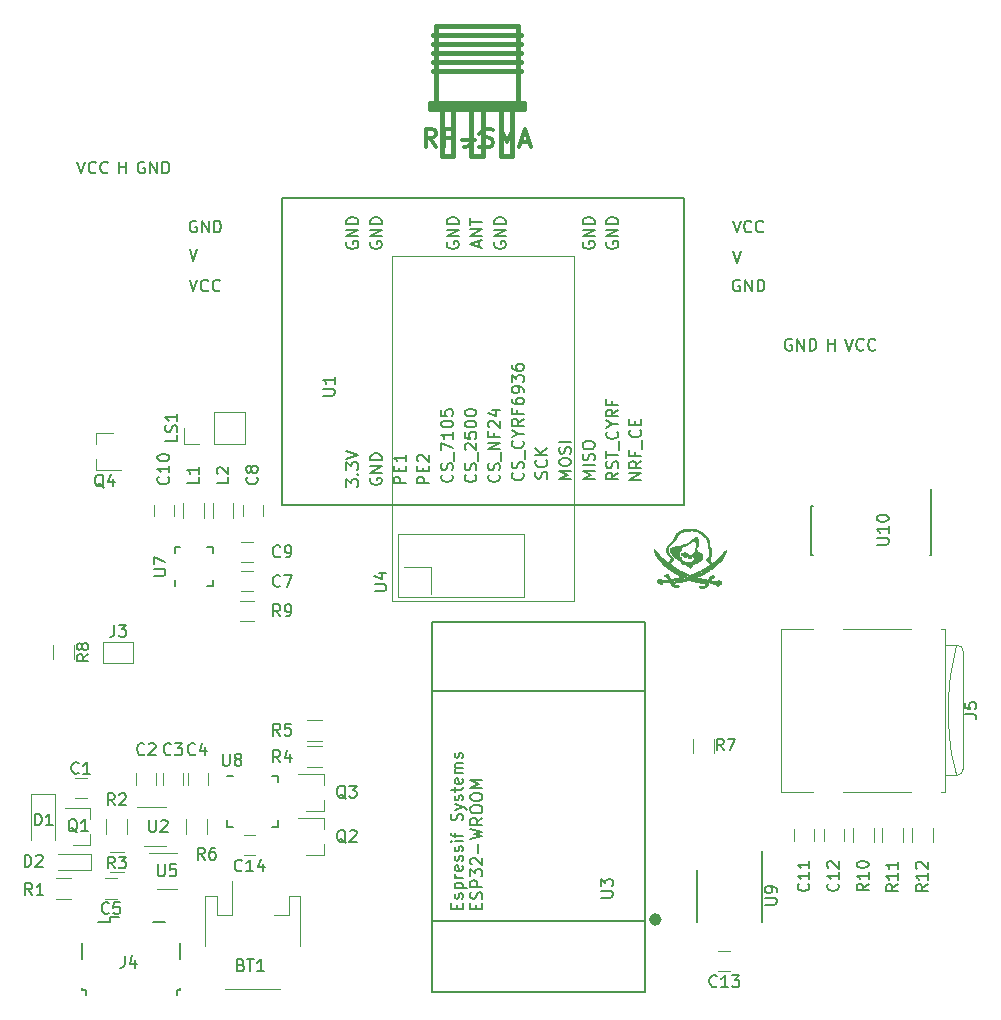
<source format=gbr>
G04 #@! TF.FileFunction,Legend,Top*
%FSLAX46Y46*%
G04 Gerber Fmt 4.6, Leading zero omitted, Abs format (unit mm)*
G04 Created by KiCad (PCBNEW 4.0.7-e2-6376~60~ubuntu17.10.1) date Thu Apr 26 16:50:41 2018*
%MOMM*%
%LPD*%
G01*
G04 APERTURE LIST*
%ADD10C,0.100000*%
%ADD11C,0.120000*%
%ADD12C,0.150000*%
%ADD13C,0.381000*%
%ADD14C,0.500000*%
%ADD15C,0.010000*%
%ADD16C,0.304800*%
G04 APERTURE END LIST*
D10*
D11*
X120588000Y-95338000D02*
X120588000Y-96338000D01*
X122288000Y-96338000D02*
X122288000Y-95338000D01*
X187648000Y-94988000D02*
X187748000Y-95488000D01*
X187348000Y-93688000D02*
X187648000Y-94988000D01*
X187148000Y-92188000D02*
X187348000Y-93688000D01*
X187048000Y-90888000D02*
X187148000Y-92188000D01*
X187048000Y-89088000D02*
X187048000Y-90888000D01*
X187148000Y-87788000D02*
X187048000Y-89088000D01*
X187248000Y-86988000D02*
X187148000Y-87788000D01*
X187548000Y-85288000D02*
X187248000Y-86988000D01*
X187748000Y-84488000D02*
X187548000Y-85288000D01*
X188348000Y-84988000D02*
X188348000Y-94988000D01*
X187848000Y-95488000D02*
G75*
G03X188348000Y-94988000I0J500000D01*
G01*
X186848000Y-84488000D02*
X187848000Y-84488000D01*
X186848000Y-95488000D02*
X187848000Y-95488000D01*
X186848000Y-83078000D02*
X186848000Y-96898000D01*
X172928000Y-96898000D02*
X172928000Y-83078000D01*
X175628000Y-96898000D02*
X172928000Y-96898000D01*
X188348000Y-84988000D02*
G75*
G03X187848000Y-84488000I-500000J0D01*
G01*
X186848000Y-96898000D02*
X186448000Y-96898000D01*
X183928000Y-96898000D02*
X178148000Y-96898000D01*
X175628000Y-83078000D02*
X172928000Y-83078000D01*
X183928000Y-83078000D02*
X178148000Y-83078000D01*
X186848000Y-83078000D02*
X186448000Y-83078000D01*
D12*
X130338000Y-95538000D02*
X130338000Y-96063000D01*
X126038000Y-99838000D02*
X126038000Y-99313000D01*
X130338000Y-99838000D02*
X130338000Y-99313000D01*
X126038000Y-95538000D02*
X126563000Y-95538000D01*
X126038000Y-99838000D02*
X126563000Y-99838000D01*
X130338000Y-99838000D02*
X129813000Y-99838000D01*
X130338000Y-95538000D02*
X129813000Y-95538000D01*
X121588000Y-76213000D02*
X122088000Y-76213000D01*
X124838000Y-79463000D02*
X124338000Y-79463000D01*
X124838000Y-76213000D02*
X124338000Y-76213000D01*
X121588000Y-79463000D02*
X121588000Y-78963000D01*
X124838000Y-79463000D02*
X124838000Y-78963000D01*
X124838000Y-76213000D02*
X124838000Y-76713000D01*
X121588000Y-76213000D02*
X121588000Y-76713000D01*
D11*
X126413000Y-107363000D02*
X125138000Y-107363000D01*
X125138000Y-107363000D02*
X125138000Y-105763000D01*
X125138000Y-105763000D02*
X124138000Y-105763000D01*
X124138000Y-105763000D02*
X124138000Y-109988000D01*
X132238000Y-109988000D02*
X132238000Y-105763000D01*
X132238000Y-105763000D02*
X131238000Y-105763000D01*
X131238000Y-105763000D02*
X131238000Y-107363000D01*
X131238000Y-107363000D02*
X129963000Y-107363000D01*
X125863000Y-113563000D02*
X130513000Y-113563000D01*
X126413000Y-107363000D02*
X126413000Y-104463000D01*
X113188000Y-97438000D02*
X114188000Y-97438000D01*
X114188000Y-95738000D02*
X113188000Y-95738000D01*
X118338000Y-95338000D02*
X118338000Y-96338000D01*
X120038000Y-96338000D02*
X120038000Y-95338000D01*
X122688000Y-95338000D02*
X122688000Y-96338000D01*
X124388000Y-96338000D02*
X124388000Y-95338000D01*
X115688000Y-105938000D02*
X116688000Y-105938000D01*
X116688000Y-104238000D02*
X115688000Y-104238000D01*
X127188000Y-79938000D02*
X128188000Y-79938000D01*
X128188000Y-78238000D02*
X127188000Y-78238000D01*
X129038000Y-73588000D02*
X129038000Y-72588000D01*
X127338000Y-72588000D02*
X127338000Y-73588000D01*
X127188000Y-77438000D02*
X128188000Y-77438000D01*
X128188000Y-75738000D02*
X127188000Y-75738000D01*
X121538000Y-73588000D02*
X121538000Y-72588000D01*
X119838000Y-72588000D02*
X119838000Y-73588000D01*
X174038000Y-100038000D02*
X174038000Y-101038000D01*
X175738000Y-101038000D02*
X175738000Y-100038000D01*
X176538000Y-100038000D02*
X176538000Y-101038000D01*
X178238000Y-101038000D02*
X178238000Y-100038000D01*
X168638000Y-110388000D02*
X167638000Y-110388000D01*
X167638000Y-112088000D02*
X168638000Y-112088000D01*
X111438000Y-97088000D02*
X109438000Y-97088000D01*
X109438000Y-97088000D02*
X109438000Y-100988000D01*
X111438000Y-97088000D02*
X111438000Y-100988000D01*
X114488000Y-103538000D02*
X114488000Y-102138000D01*
X114488000Y-102138000D02*
X111688000Y-102138000D01*
X114488000Y-103538000D02*
X111688000Y-103538000D01*
D13*
X143438960Y-32837700D02*
X150937040Y-32837700D01*
X150937040Y-33587000D02*
X143438960Y-33587000D01*
X143438960Y-34338840D02*
X150937040Y-34338840D01*
X150937040Y-35837440D02*
X143438960Y-35837440D01*
X143438960Y-35088140D02*
X150937040Y-35088140D01*
X150688120Y-32088400D02*
X143687880Y-32088400D01*
X143687880Y-32088400D02*
X143687880Y-32588780D01*
X151188500Y-38588260D02*
X151188500Y-39088640D01*
X143187500Y-38588260D02*
X143187500Y-39088640D01*
X143187500Y-38837180D02*
X151188500Y-38837180D01*
X151188500Y-38588260D02*
X143187500Y-38588260D01*
X145189020Y-39088640D02*
X145189020Y-43089140D01*
X145189020Y-43089140D02*
X144188260Y-43089140D01*
X144188260Y-43089140D02*
X144188260Y-39088640D01*
X147688380Y-39088640D02*
X147688380Y-43089140D01*
X147688380Y-43089140D02*
X146687620Y-43089140D01*
X146687620Y-43089140D02*
X146687620Y-39088640D01*
X150187740Y-39088640D02*
X150187740Y-43089140D01*
X150187740Y-43089140D02*
X149186980Y-43089140D01*
X149186980Y-43089140D02*
X149186980Y-39088640D01*
X150688120Y-32088400D02*
X150688120Y-39088640D01*
X151188500Y-39088640D02*
X143187500Y-39088640D01*
X143687880Y-39088640D02*
X143687880Y-32588780D01*
D11*
X115558000Y-85978000D02*
X118098000Y-85978000D01*
X118098000Y-84198000D02*
X115558000Y-84198000D01*
X118098000Y-84198000D02*
X118098000Y-85978000D01*
X115558000Y-85978000D02*
X115558000Y-84198000D01*
D12*
X113788000Y-109688000D02*
X113788000Y-111088000D01*
X113788000Y-113488000D02*
X113788000Y-113638000D01*
X113788000Y-113638000D02*
X114088000Y-113638000D01*
X114088000Y-113638000D02*
X114088000Y-114088000D01*
X121788000Y-114088000D02*
X121788000Y-113638000D01*
X121788000Y-113638000D02*
X122088000Y-113638000D01*
X122088000Y-113638000D02*
X122088000Y-113488000D01*
X122088000Y-111088000D02*
X122088000Y-109688000D01*
X116863000Y-107513000D02*
X116138000Y-107513000D01*
X116138000Y-107513000D02*
X116138000Y-107938000D01*
X116138000Y-107938000D02*
X115138000Y-107938000D01*
X119738000Y-107938000D02*
X120738000Y-107938000D01*
D11*
X122308000Y-73688000D02*
X122308000Y-72488000D01*
X124068000Y-72488000D02*
X124068000Y-73688000D01*
X124808000Y-73688000D02*
X124808000Y-72488000D01*
X126568000Y-72488000D02*
X126568000Y-73688000D01*
X127558000Y-67418000D02*
X127558000Y-64758000D01*
X124958000Y-67418000D02*
X127558000Y-67418000D01*
X124958000Y-64758000D02*
X127558000Y-64758000D01*
X124958000Y-67418000D02*
X124958000Y-64758000D01*
X123688000Y-67418000D02*
X122358000Y-67418000D01*
X122358000Y-67418000D02*
X122358000Y-66088000D01*
X114448000Y-101418000D02*
X114448000Y-100488000D01*
X114448000Y-98258000D02*
X114448000Y-99188000D01*
X114448000Y-98258000D02*
X112288000Y-98258000D01*
X114448000Y-101418000D02*
X112988000Y-101418000D01*
X134198000Y-102268000D02*
X134198000Y-101338000D01*
X134198000Y-99108000D02*
X134198000Y-100038000D01*
X134198000Y-99108000D02*
X132038000Y-99108000D01*
X134198000Y-102268000D02*
X132738000Y-102268000D01*
X134198000Y-98518000D02*
X134198000Y-97588000D01*
X134198000Y-95358000D02*
X134198000Y-96288000D01*
X134198000Y-95358000D02*
X132038000Y-95358000D01*
X134198000Y-98518000D02*
X132738000Y-98518000D01*
X114928000Y-66508000D02*
X114928000Y-67438000D01*
X114928000Y-69668000D02*
X114928000Y-68738000D01*
X114928000Y-69668000D02*
X117088000Y-69668000D01*
X114928000Y-66508000D02*
X116388000Y-66508000D01*
X112788000Y-105968000D02*
X111588000Y-105968000D01*
X111588000Y-104208000D02*
X112788000Y-104208000D01*
X115808000Y-100438000D02*
X115808000Y-99238000D01*
X117568000Y-99238000D02*
X117568000Y-100438000D01*
X116138000Y-101958000D02*
X117338000Y-101958000D01*
X117338000Y-103718000D02*
X116138000Y-103718000D01*
X132838000Y-93058000D02*
X134038000Y-93058000D01*
X134038000Y-94818000D02*
X132838000Y-94818000D01*
X132838000Y-90808000D02*
X134038000Y-90808000D01*
X134038000Y-92568000D02*
X132838000Y-92568000D01*
X122558000Y-100438000D02*
X122558000Y-99238000D01*
X124318000Y-99238000D02*
X124318000Y-100438000D01*
X165458000Y-93588000D02*
X165458000Y-92388000D01*
X167218000Y-92388000D02*
X167218000Y-93588000D01*
X111308000Y-85688000D02*
X111308000Y-84488000D01*
X113068000Y-84488000D02*
X113068000Y-85688000D01*
X128288000Y-82468000D02*
X127088000Y-82468000D01*
X127088000Y-80708000D02*
X128288000Y-80708000D01*
X180768000Y-99938000D02*
X180768000Y-101138000D01*
X179008000Y-101138000D02*
X179008000Y-99938000D01*
X181490000Y-101138000D02*
X181490000Y-99938000D01*
X183250000Y-99938000D02*
X183250000Y-101138000D01*
X184008000Y-101138000D02*
X184008000Y-99938000D01*
X185768000Y-99938000D02*
X185768000Y-101138000D01*
D12*
X164688000Y-72588000D02*
X130688000Y-72588000D01*
X164688000Y-46588000D02*
X164688000Y-72588000D01*
X130688000Y-46588000D02*
X164688000Y-46588000D01*
X130688000Y-72588000D02*
X130688000Y-46588000D01*
D11*
X119038000Y-101448000D02*
X120838000Y-101448000D01*
X120838000Y-98228000D02*
X118388000Y-98228000D01*
X140544000Y-80398000D02*
X140544000Y-75064000D01*
X140544000Y-75064000D02*
X151212000Y-75064000D01*
X151212000Y-75064000D02*
X151212000Y-80398000D01*
X151212000Y-80398000D02*
X151212000Y-80398000D01*
X141052000Y-77858000D02*
X143338000Y-77858000D01*
X143338000Y-77858000D02*
X143338000Y-80144000D01*
X143338000Y-80144000D02*
X143338000Y-80144000D01*
X139968000Y-80728000D02*
X139968000Y-51528000D01*
X139968000Y-51528000D02*
X155418000Y-51528000D01*
X155418000Y-51528000D02*
X155418000Y-80728000D01*
X155418000Y-80728000D02*
X139968000Y-80728000D01*
X139968000Y-80728000D02*
X139968000Y-80728000D01*
X151212000Y-80398000D02*
X140544000Y-80398000D01*
X140544000Y-80398000D02*
X140544000Y-80398000D01*
X120058000Y-105148000D02*
X121818000Y-105148000D01*
X121818000Y-102078000D02*
X119388000Y-102078000D01*
D12*
X185663000Y-72663000D02*
X185638000Y-72663000D01*
X185663000Y-76813000D02*
X185558000Y-76813000D01*
X175513000Y-76813000D02*
X175618000Y-76813000D01*
X175513000Y-72663000D02*
X175618000Y-72663000D01*
X185663000Y-72663000D02*
X185663000Y-76813000D01*
X175513000Y-72663000D02*
X175513000Y-76813000D01*
X185638000Y-72663000D02*
X185638000Y-71288000D01*
D11*
X128438000Y-100588000D02*
X127438000Y-100588000D01*
X127438000Y-102288000D02*
X128438000Y-102288000D01*
D12*
X165838000Y-103488000D02*
X165838000Y-107888000D01*
X171363000Y-101913000D02*
X171363000Y-107888000D01*
X143388000Y-88324000D02*
X143388000Y-82482000D01*
X161388000Y-82482000D02*
X161388000Y-88324000D01*
X143388000Y-82482000D02*
X161388000Y-82482000D01*
D14*
X162577981Y-107712000D02*
G75*
G03X162577981Y-107712000I-283981J0D01*
G01*
D12*
X143388000Y-107858000D02*
X161388000Y-107858000D01*
X161388000Y-113858000D02*
X161388000Y-88358000D01*
X143388000Y-113858000D02*
X143388000Y-88358000D01*
X143388000Y-88358000D02*
X161388000Y-88358000D01*
X143388000Y-113858000D02*
X161388000Y-113858000D01*
D15*
G36*
X167152929Y-78585149D02*
X167214119Y-78614869D01*
X167252400Y-78647116D01*
X167294304Y-78692856D01*
X167222227Y-78721768D01*
X167175826Y-78744736D01*
X167131501Y-78776894D01*
X167085879Y-78821562D01*
X167035586Y-78882063D01*
X166977248Y-78961715D01*
X166974518Y-78965605D01*
X166934773Y-79018032D01*
X166890337Y-79070030D01*
X166849171Y-79112440D01*
X166838770Y-79121819D01*
X166804142Y-79153024D01*
X166782670Y-79178741D01*
X166769355Y-79207935D01*
X166759200Y-79249566D01*
X166754759Y-79272465D01*
X166725854Y-79374114D01*
X166681347Y-79455757D01*
X166632874Y-79508088D01*
X166578309Y-79545236D01*
X166506617Y-79581008D01*
X166425975Y-79611839D01*
X166344562Y-79634165D01*
X166342671Y-79634566D01*
X166283345Y-79645975D01*
X166239661Y-79650925D01*
X166202783Y-79649735D01*
X166163874Y-79642723D01*
X166157521Y-79641238D01*
X166101722Y-79621564D01*
X166055942Y-79593417D01*
X166023970Y-79560549D01*
X166009596Y-79526711D01*
X166014308Y-79499489D01*
X166032484Y-79478697D01*
X166061232Y-79469491D01*
X166104798Y-79471429D01*
X166166044Y-79483736D01*
X166248591Y-79496438D01*
X166320156Y-79490104D01*
X166387843Y-79463533D01*
X166426062Y-79439809D01*
X166486466Y-79386824D01*
X166522278Y-79328816D01*
X166533304Y-79266498D01*
X166519351Y-79200582D01*
X166500907Y-79162962D01*
X166483005Y-79130399D01*
X166473038Y-79108216D01*
X166472332Y-79102629D01*
X166485955Y-79096685D01*
X166515853Y-79085215D01*
X166540550Y-79076146D01*
X166634533Y-79035181D01*
X166709570Y-78985182D01*
X166770829Y-78921392D01*
X166823483Y-78839058D01*
X166845059Y-78796150D01*
X166872394Y-78742705D01*
X166900724Y-78694516D01*
X166925661Y-78658775D01*
X166935720Y-78647598D01*
X166975536Y-78617769D01*
X167022945Y-78592572D01*
X167067847Y-78576847D01*
X167089417Y-78573970D01*
X167152929Y-78585149D01*
X167152929Y-78585149D01*
G37*
X167152929Y-78585149D02*
X167214119Y-78614869D01*
X167252400Y-78647116D01*
X167294304Y-78692856D01*
X167222227Y-78721768D01*
X167175826Y-78744736D01*
X167131501Y-78776894D01*
X167085879Y-78821562D01*
X167035586Y-78882063D01*
X166977248Y-78961715D01*
X166974518Y-78965605D01*
X166934773Y-79018032D01*
X166890337Y-79070030D01*
X166849171Y-79112440D01*
X166838770Y-79121819D01*
X166804142Y-79153024D01*
X166782670Y-79178741D01*
X166769355Y-79207935D01*
X166759200Y-79249566D01*
X166754759Y-79272465D01*
X166725854Y-79374114D01*
X166681347Y-79455757D01*
X166632874Y-79508088D01*
X166578309Y-79545236D01*
X166506617Y-79581008D01*
X166425975Y-79611839D01*
X166344562Y-79634165D01*
X166342671Y-79634566D01*
X166283345Y-79645975D01*
X166239661Y-79650925D01*
X166202783Y-79649735D01*
X166163874Y-79642723D01*
X166157521Y-79641238D01*
X166101722Y-79621564D01*
X166055942Y-79593417D01*
X166023970Y-79560549D01*
X166009596Y-79526711D01*
X166014308Y-79499489D01*
X166032484Y-79478697D01*
X166061232Y-79469491D01*
X166104798Y-79471429D01*
X166166044Y-79483736D01*
X166248591Y-79496438D01*
X166320156Y-79490104D01*
X166387843Y-79463533D01*
X166426062Y-79439809D01*
X166486466Y-79386824D01*
X166522278Y-79328816D01*
X166533304Y-79266498D01*
X166519351Y-79200582D01*
X166500907Y-79162962D01*
X166483005Y-79130399D01*
X166473038Y-79108216D01*
X166472332Y-79102629D01*
X166485955Y-79096685D01*
X166515853Y-79085215D01*
X166540550Y-79076146D01*
X166634533Y-79035181D01*
X166709570Y-78985182D01*
X166770829Y-78921392D01*
X166823483Y-78839058D01*
X166845059Y-78796150D01*
X166872394Y-78742705D01*
X166900724Y-78694516D01*
X166925661Y-78658775D01*
X166935720Y-78647598D01*
X166975536Y-78617769D01*
X167022945Y-78592572D01*
X167067847Y-78576847D01*
X167089417Y-78573970D01*
X167152929Y-78585149D01*
G36*
X163248771Y-78474747D02*
X163251894Y-78475000D01*
X163302174Y-78483196D01*
X163340199Y-78500860D01*
X163369765Y-78531955D01*
X163394668Y-78580444D01*
X163418200Y-78648636D01*
X163437930Y-78707588D01*
X163458009Y-78751068D01*
X163483682Y-78788529D01*
X163516057Y-78825075D01*
X163564026Y-78869536D01*
X163622056Y-78914010D01*
X163683064Y-78953838D01*
X163739967Y-78984365D01*
X163782500Y-79000209D01*
X163811822Y-79012034D01*
X163824620Y-79032260D01*
X163822277Y-79065819D01*
X163811321Y-79102984D01*
X163799067Y-79146042D01*
X163791831Y-79185182D01*
X163791000Y-79197475D01*
X163800861Y-79233929D01*
X163827689Y-79278972D01*
X163867345Y-79327053D01*
X163915690Y-79372627D01*
X163930268Y-79384218D01*
X163986254Y-79426920D01*
X164115995Y-79418077D01*
X164245736Y-79409233D01*
X164267478Y-79442416D01*
X164281458Y-79467814D01*
X164280160Y-79487106D01*
X164268591Y-79507085D01*
X164228834Y-79546406D01*
X164169356Y-79572275D01*
X164089026Y-79585155D01*
X164076750Y-79585913D01*
X164007243Y-79585527D01*
X163949300Y-79575073D01*
X163922932Y-79566380D01*
X163806246Y-79513396D01*
X163712594Y-79449794D01*
X163641900Y-79375492D01*
X163594087Y-79290406D01*
X163569076Y-79194453D01*
X163567939Y-79185263D01*
X163561548Y-79141069D01*
X163551259Y-79110126D01*
X163532042Y-79082654D01*
X163498866Y-79048877D01*
X163496726Y-79046823D01*
X163462233Y-79014811D01*
X163432920Y-78989450D01*
X163415925Y-78976761D01*
X163402147Y-78962008D01*
X163379352Y-78930210D01*
X163351016Y-78886440D01*
X163327859Y-78848198D01*
X163294650Y-78794515D01*
X163261150Y-78744984D01*
X163232118Y-78706434D01*
X163217955Y-78690554D01*
X163185711Y-78664369D01*
X163144444Y-78637760D01*
X163102323Y-78615289D01*
X163067514Y-78601515D01*
X163054538Y-78599300D01*
X163041345Y-78592486D01*
X163045551Y-78574850D01*
X163064081Y-78550598D01*
X163093857Y-78523937D01*
X163125030Y-78502921D01*
X163165774Y-78482256D01*
X163202338Y-78473896D01*
X163248771Y-78474747D01*
X163248771Y-78474747D01*
G37*
X163248771Y-78474747D02*
X163251894Y-78475000D01*
X163302174Y-78483196D01*
X163340199Y-78500860D01*
X163369765Y-78531955D01*
X163394668Y-78580444D01*
X163418200Y-78648636D01*
X163437930Y-78707588D01*
X163458009Y-78751068D01*
X163483682Y-78788529D01*
X163516057Y-78825075D01*
X163564026Y-78869536D01*
X163622056Y-78914010D01*
X163683064Y-78953838D01*
X163739967Y-78984365D01*
X163782500Y-79000209D01*
X163811822Y-79012034D01*
X163824620Y-79032260D01*
X163822277Y-79065819D01*
X163811321Y-79102984D01*
X163799067Y-79146042D01*
X163791831Y-79185182D01*
X163791000Y-79197475D01*
X163800861Y-79233929D01*
X163827689Y-79278972D01*
X163867345Y-79327053D01*
X163915690Y-79372627D01*
X163930268Y-79384218D01*
X163986254Y-79426920D01*
X164115995Y-79418077D01*
X164245736Y-79409233D01*
X164267478Y-79442416D01*
X164281458Y-79467814D01*
X164280160Y-79487106D01*
X164268591Y-79507085D01*
X164228834Y-79546406D01*
X164169356Y-79572275D01*
X164089026Y-79585155D01*
X164076750Y-79585913D01*
X164007243Y-79585527D01*
X163949300Y-79575073D01*
X163922932Y-79566380D01*
X163806246Y-79513396D01*
X163712594Y-79449794D01*
X163641900Y-79375492D01*
X163594087Y-79290406D01*
X163569076Y-79194453D01*
X163567939Y-79185263D01*
X163561548Y-79141069D01*
X163551259Y-79110126D01*
X163532042Y-79082654D01*
X163498866Y-79048877D01*
X163496726Y-79046823D01*
X163462233Y-79014811D01*
X163432920Y-78989450D01*
X163415925Y-78976761D01*
X163402147Y-78962008D01*
X163379352Y-78930210D01*
X163351016Y-78886440D01*
X163327859Y-78848198D01*
X163294650Y-78794515D01*
X163261150Y-78744984D01*
X163232118Y-78706434D01*
X163217955Y-78690554D01*
X163185711Y-78664369D01*
X163144444Y-78637760D01*
X163102323Y-78615289D01*
X163067514Y-78601515D01*
X163054538Y-78599300D01*
X163041345Y-78592486D01*
X163045551Y-78574850D01*
X163064081Y-78550598D01*
X163093857Y-78523937D01*
X163125030Y-78502921D01*
X163165774Y-78482256D01*
X163202338Y-78473896D01*
X163248771Y-78474747D01*
G36*
X167454782Y-79336635D02*
X167486103Y-79348618D01*
X167521996Y-79367894D01*
X167555180Y-79390148D01*
X167578371Y-79411066D01*
X167584756Y-79424800D01*
X167571376Y-79442660D01*
X167543815Y-79445996D01*
X167508834Y-79434655D01*
X167495525Y-79426815D01*
X167459998Y-79398252D01*
X167436754Y-79369985D01*
X167429086Y-79346966D01*
X167435316Y-79336260D01*
X167454782Y-79336635D01*
X167454782Y-79336635D01*
G37*
X167454782Y-79336635D02*
X167486103Y-79348618D01*
X167521996Y-79367894D01*
X167555180Y-79390148D01*
X167578371Y-79411066D01*
X167584756Y-79424800D01*
X167571376Y-79442660D01*
X167543815Y-79445996D01*
X167508834Y-79434655D01*
X167495525Y-79426815D01*
X167459998Y-79398252D01*
X167436754Y-79369985D01*
X167429086Y-79346966D01*
X167435316Y-79336260D01*
X167454782Y-79336635D01*
G36*
X167684642Y-79007615D02*
X167732379Y-79013197D01*
X167768841Y-79022760D01*
X167769682Y-79023113D01*
X167824327Y-79057262D01*
X167859127Y-79101582D01*
X167875191Y-79151888D01*
X167873631Y-79203994D01*
X167855554Y-79253716D01*
X167822071Y-79296869D01*
X167774292Y-79329268D01*
X167713325Y-79346727D01*
X167683384Y-79348600D01*
X167631171Y-79344138D01*
X167593296Y-79328987D01*
X167582240Y-79321159D01*
X167560294Y-79300369D01*
X167551868Y-79277808D01*
X167553146Y-79242453D01*
X167553594Y-79238377D01*
X167565099Y-79191939D01*
X167586082Y-79144365D01*
X167593116Y-79132739D01*
X167612690Y-79101948D01*
X167624656Y-79080790D01*
X167626400Y-79076148D01*
X167616326Y-79066770D01*
X167591568Y-79051891D01*
X167586450Y-79049193D01*
X167561554Y-79033738D01*
X167558167Y-79022669D01*
X167564225Y-79017311D01*
X167591521Y-79009417D01*
X167634674Y-79006269D01*
X167684642Y-79007615D01*
X167684642Y-79007615D01*
G37*
X167684642Y-79007615D02*
X167732379Y-79013197D01*
X167768841Y-79022760D01*
X167769682Y-79023113D01*
X167824327Y-79057262D01*
X167859127Y-79101582D01*
X167875191Y-79151888D01*
X167873631Y-79203994D01*
X167855554Y-79253716D01*
X167822071Y-79296869D01*
X167774292Y-79329268D01*
X167713325Y-79346727D01*
X167683384Y-79348600D01*
X167631171Y-79344138D01*
X167593296Y-79328987D01*
X167582240Y-79321159D01*
X167560294Y-79300369D01*
X167551868Y-79277808D01*
X167553146Y-79242453D01*
X167553594Y-79238377D01*
X167565099Y-79191939D01*
X167586082Y-79144365D01*
X167593116Y-79132739D01*
X167612690Y-79101948D01*
X167624656Y-79080790D01*
X167626400Y-79076148D01*
X167616326Y-79066770D01*
X167591568Y-79051891D01*
X167586450Y-79049193D01*
X167561554Y-79033738D01*
X167558167Y-79022669D01*
X167564225Y-79017311D01*
X167591521Y-79009417D01*
X167634674Y-79006269D01*
X167684642Y-79007615D01*
G36*
X162876600Y-79232730D02*
X162864151Y-79264253D01*
X162827808Y-79294621D01*
X162784468Y-79316365D01*
X162743720Y-79331592D01*
X162722299Y-79334364D01*
X162717397Y-79324683D01*
X162719776Y-79316408D01*
X162734605Y-79298209D01*
X162763982Y-79273375D01*
X162800219Y-79247542D01*
X162835623Y-79226346D01*
X162854375Y-79217786D01*
X162872499Y-79217687D01*
X162876600Y-79232730D01*
X162876600Y-79232730D01*
G37*
X162876600Y-79232730D02*
X162864151Y-79264253D01*
X162827808Y-79294621D01*
X162784468Y-79316365D01*
X162743720Y-79331592D01*
X162722299Y-79334364D01*
X162717397Y-79324683D01*
X162719776Y-79316408D01*
X162734605Y-79298209D01*
X162763982Y-79273375D01*
X162800219Y-79247542D01*
X162835623Y-79226346D01*
X162854375Y-79217786D01*
X162872499Y-79217687D01*
X162876600Y-79232730D01*
G36*
X167434009Y-79059176D02*
X167460993Y-79061647D01*
X167479109Y-79066495D01*
X167492481Y-79073968D01*
X167497713Y-79077980D01*
X167518250Y-79107956D01*
X167515175Y-79145787D01*
X167488399Y-79191822D01*
X167461578Y-79222839D01*
X167446469Y-79238821D01*
X167433045Y-79251175D01*
X167418077Y-79260214D01*
X167398334Y-79266251D01*
X167370585Y-79269600D01*
X167331600Y-79270576D01*
X167278149Y-79269491D01*
X167207002Y-79266659D01*
X167114927Y-79262393D01*
X167073950Y-79260470D01*
X167000488Y-79256529D01*
X166949305Y-79251934D01*
X166917284Y-79245520D01*
X166901309Y-79236124D01*
X166898264Y-79222582D01*
X166905032Y-79203729D01*
X166907717Y-79198390D01*
X166933807Y-79159504D01*
X166968903Y-79121249D01*
X167004770Y-79091923D01*
X167023150Y-79082096D01*
X167044017Y-79078362D01*
X167085393Y-79074150D01*
X167142400Y-79069847D01*
X167210159Y-79065835D01*
X167258616Y-79063526D01*
X167336945Y-79060364D01*
X167394034Y-79058831D01*
X167434009Y-79059176D01*
X167434009Y-79059176D01*
G37*
X167434009Y-79059176D02*
X167460993Y-79061647D01*
X167479109Y-79066495D01*
X167492481Y-79073968D01*
X167497713Y-79077980D01*
X167518250Y-79107956D01*
X167515175Y-79145787D01*
X167488399Y-79191822D01*
X167461578Y-79222839D01*
X167446469Y-79238821D01*
X167433045Y-79251175D01*
X167418077Y-79260214D01*
X167398334Y-79266251D01*
X167370585Y-79269600D01*
X167331600Y-79270576D01*
X167278149Y-79269491D01*
X167207002Y-79266659D01*
X167114927Y-79262393D01*
X167073950Y-79260470D01*
X167000488Y-79256529D01*
X166949305Y-79251934D01*
X166917284Y-79245520D01*
X166901309Y-79236124D01*
X166898264Y-79222582D01*
X166905032Y-79203729D01*
X166907717Y-79198390D01*
X166933807Y-79159504D01*
X166968903Y-79121249D01*
X167004770Y-79091923D01*
X167023150Y-79082096D01*
X167044017Y-79078362D01*
X167085393Y-79074150D01*
X167142400Y-79069847D01*
X167210159Y-79065835D01*
X167258616Y-79063526D01*
X167336945Y-79060364D01*
X167394034Y-79058831D01*
X167434009Y-79059176D01*
G36*
X162707756Y-78898013D02*
X162744800Y-78904997D01*
X162763286Y-78913468D01*
X162760366Y-78922476D01*
X162752629Y-78925995D01*
X162727150Y-78946343D01*
X162720837Y-78982618D01*
X162733635Y-79035231D01*
X162736817Y-79043589D01*
X162756153Y-79102258D01*
X162760403Y-79145960D01*
X162749368Y-79180310D01*
X162731127Y-79203127D01*
X162703628Y-79223877D01*
X162669629Y-79232706D01*
X162639052Y-79233802D01*
X162593018Y-79229855D01*
X162550688Y-79220558D01*
X162539420Y-79216436D01*
X162485284Y-79180655D01*
X162448404Y-79130482D01*
X162432463Y-79071261D01*
X162432100Y-79060660D01*
X162441103Y-78994578D01*
X162468445Y-78945252D01*
X162514622Y-78912309D01*
X162580131Y-78895377D01*
X162655004Y-78893466D01*
X162707756Y-78898013D01*
X162707756Y-78898013D01*
G37*
X162707756Y-78898013D02*
X162744800Y-78904997D01*
X162763286Y-78913468D01*
X162760366Y-78922476D01*
X162752629Y-78925995D01*
X162727150Y-78946343D01*
X162720837Y-78982618D01*
X162733635Y-79035231D01*
X162736817Y-79043589D01*
X162756153Y-79102258D01*
X162760403Y-79145960D01*
X162749368Y-79180310D01*
X162731127Y-79203127D01*
X162703628Y-79223877D01*
X162669629Y-79232706D01*
X162639052Y-79233802D01*
X162593018Y-79229855D01*
X162550688Y-79220558D01*
X162539420Y-79216436D01*
X162485284Y-79180655D01*
X162448404Y-79130482D01*
X162432463Y-79071261D01*
X162432100Y-79060660D01*
X162441103Y-78994578D01*
X162468445Y-78945252D01*
X162514622Y-78912309D01*
X162580131Y-78895377D01*
X162655004Y-78893466D01*
X162707756Y-78898013D01*
G36*
X165209935Y-74629218D02*
X165245150Y-74630582D01*
X165387877Y-74639946D01*
X165509584Y-74651610D01*
X165614610Y-74666490D01*
X165707298Y-74685505D01*
X165791987Y-74709570D01*
X165873020Y-74739605D01*
X165954738Y-74776526D01*
X165969050Y-74783573D01*
X166068951Y-74839941D01*
X166180090Y-74914634D01*
X166299163Y-75005153D01*
X166422864Y-75108997D01*
X166537152Y-75213427D01*
X166634831Y-75310435D01*
X166712308Y-75397923D01*
X166771219Y-75479348D01*
X166813198Y-75558166D01*
X166839879Y-75637834D01*
X166852896Y-75721809D01*
X166853883Y-75813547D01*
X166849373Y-75873833D01*
X166842468Y-75956931D01*
X166841563Y-76020270D01*
X166847901Y-76069042D01*
X166862728Y-76108438D01*
X166887289Y-76143652D01*
X166922742Y-76179793D01*
X166955329Y-76212577D01*
X166980067Y-76245212D01*
X166997668Y-76281462D01*
X167008847Y-76325089D01*
X167014318Y-76379857D01*
X167014795Y-76449526D01*
X167010991Y-76537860D01*
X167005827Y-76617655D01*
X166999494Y-76705453D01*
X166993677Y-76773678D01*
X166987268Y-76828104D01*
X166979161Y-76874506D01*
X166968247Y-76918657D01*
X166953420Y-76966334D01*
X166933572Y-77023311D01*
X166921722Y-77056250D01*
X166899770Y-77120265D01*
X166886764Y-77167832D01*
X166881299Y-77205698D01*
X166881969Y-77240608D01*
X166882398Y-77244951D01*
X166894964Y-77297391D01*
X166920584Y-77360141D01*
X166955253Y-77424693D01*
X166993154Y-77480237D01*
X167010428Y-77509917D01*
X167016800Y-77534212D01*
X167021793Y-77553911D01*
X167027987Y-77557900D01*
X167041878Y-77550826D01*
X167072088Y-77531450D01*
X167114488Y-77502536D01*
X167164949Y-77466848D01*
X167177742Y-77457625D01*
X167237821Y-77411136D01*
X167312592Y-77348381D01*
X167399533Y-77271769D01*
X167496121Y-77183709D01*
X167599833Y-77086610D01*
X167708146Y-76982881D01*
X167818536Y-76874933D01*
X167928482Y-76765174D01*
X168035460Y-76656013D01*
X168136947Y-76549860D01*
X168206777Y-76474933D01*
X168244492Y-76435648D01*
X168275966Y-76406028D01*
X168297413Y-76389440D01*
X168304772Y-76387756D01*
X168306273Y-76408704D01*
X168299291Y-76447959D01*
X168285353Y-76500484D01*
X168265988Y-76561243D01*
X168242722Y-76625198D01*
X168217083Y-76687312D01*
X168207602Y-76708177D01*
X168175314Y-76772094D01*
X168134645Y-76845276D01*
X168092041Y-76916364D01*
X168070046Y-76950564D01*
X168027182Y-77015375D01*
X167977943Y-77090319D01*
X167929696Y-77164165D01*
X167903452Y-77204564D01*
X167820182Y-77321761D01*
X167722902Y-77439816D01*
X167618854Y-77550527D01*
X167515278Y-77645688D01*
X167511012Y-77649250D01*
X167402677Y-77737900D01*
X167289353Y-77828053D01*
X167175196Y-77916563D01*
X167064360Y-78000282D01*
X166961001Y-78076062D01*
X166869275Y-78140756D01*
X166807250Y-78182293D01*
X166750755Y-78217543D01*
X166677026Y-78261531D01*
X166590797Y-78311613D01*
X166496805Y-78365141D01*
X166399784Y-78419469D01*
X166304468Y-78471952D01*
X166215593Y-78519942D01*
X166137894Y-78560795D01*
X166076105Y-78591863D01*
X166064171Y-78597568D01*
X165991735Y-78631245D01*
X165936575Y-78654688D01*
X165893140Y-78668799D01*
X165855878Y-78674482D01*
X165819237Y-78672637D01*
X165777665Y-78664168D01*
X165731467Y-78651634D01*
X165682517Y-78636833D01*
X165644476Y-78623483D01*
X165622799Y-78613590D01*
X165619800Y-78610550D01*
X165630747Y-78602732D01*
X165661704Y-78585275D01*
X165709840Y-78559653D01*
X165772326Y-78527344D01*
X165846333Y-78489823D01*
X165929030Y-78448566D01*
X165953175Y-78436636D01*
X166064501Y-78381127D01*
X166154463Y-78334840D01*
X166224929Y-78296732D01*
X166277767Y-78265761D01*
X166314846Y-78240885D01*
X166336080Y-78223053D01*
X166363530Y-78194914D01*
X166374402Y-78179636D01*
X166370532Y-78172592D01*
X166357285Y-78169658D01*
X166336686Y-78173944D01*
X166296380Y-78188927D01*
X166239115Y-78213424D01*
X166167636Y-78246253D01*
X166084690Y-78286232D01*
X166072805Y-78292092D01*
X165931387Y-78361619D01*
X165811269Y-78419824D01*
X165711285Y-78467232D01*
X165630267Y-78504372D01*
X165567049Y-78531768D01*
X165520464Y-78549949D01*
X165489346Y-78559440D01*
X165476623Y-78561200D01*
X165446417Y-78556773D01*
X165403645Y-78545346D01*
X165370425Y-78534064D01*
X165331306Y-78518687D01*
X165312659Y-78508215D01*
X165310905Y-78499393D01*
X165321535Y-78489644D01*
X165342654Y-78478194D01*
X165381653Y-78460494D01*
X165432603Y-78439136D01*
X165479311Y-78420647D01*
X165579966Y-78381577D01*
X165662116Y-78348920D01*
X165731096Y-78320331D01*
X165792244Y-78293466D01*
X165850896Y-78265980D01*
X165912389Y-78235529D01*
X165981750Y-78199930D01*
X166048696Y-78164200D01*
X166126113Y-78121215D01*
X166211306Y-78072622D01*
X166301578Y-78020068D01*
X166394234Y-77965200D01*
X166486578Y-77909664D01*
X166575915Y-77855108D01*
X166659549Y-77803179D01*
X166734784Y-77755524D01*
X166798924Y-77713789D01*
X166849275Y-77679622D01*
X166883139Y-77654670D01*
X166897823Y-77640580D01*
X166898044Y-77640093D01*
X166896738Y-77621782D01*
X166888144Y-77587274D01*
X166874237Y-77544375D01*
X166845060Y-77462650D01*
X166792045Y-77462181D01*
X166744772Y-77455286D01*
X166709543Y-77432983D01*
X166681745Y-77391392D01*
X166667341Y-77357253D01*
X166647247Y-77311885D01*
X166623329Y-77269215D01*
X166615053Y-77257122D01*
X166595855Y-77228778D01*
X166585555Y-77208666D01*
X166585000Y-77205844D01*
X166594030Y-77191156D01*
X166618081Y-77164660D01*
X166652593Y-77130728D01*
X166693010Y-77093733D01*
X166734770Y-77058047D01*
X166760105Y-77037908D01*
X166794019Y-77010076D01*
X166819713Y-76982722D01*
X166838308Y-76951845D01*
X166850925Y-76913441D01*
X166858686Y-76863508D01*
X166862711Y-76798042D01*
X166864122Y-76713040D01*
X166864201Y-76666230D01*
X166863232Y-76559203D01*
X166860025Y-76473748D01*
X166853829Y-76406083D01*
X166843889Y-76352424D01*
X166829454Y-76308987D01*
X166809771Y-76271989D01*
X166784086Y-76237646D01*
X166777378Y-76229869D01*
X166724700Y-76170023D01*
X166724493Y-76047986D01*
X166722193Y-75928647D01*
X166715963Y-75820006D01*
X166706184Y-75725438D01*
X166693232Y-75648321D01*
X166677488Y-75592028D01*
X166671842Y-75578799D01*
X166648235Y-75542420D01*
X166604983Y-75490171D01*
X166542185Y-75422164D01*
X166459940Y-75338510D01*
X166445837Y-75324525D01*
X166320206Y-75204049D01*
X166205775Y-75102755D01*
X166099629Y-75018711D01*
X165998849Y-74949983D01*
X165900518Y-74894640D01*
X165801720Y-74850749D01*
X165699537Y-74816377D01*
X165664250Y-74806708D01*
X165549635Y-74784982D01*
X165417356Y-74773506D01*
X165272741Y-74771740D01*
X165121121Y-74779146D01*
X164967824Y-74795184D01*
X164818182Y-74819315D01*
X164677522Y-74851000D01*
X164551176Y-74889699D01*
X164456546Y-74928895D01*
X164379013Y-74971626D01*
X164313223Y-75020730D01*
X164255041Y-75080592D01*
X164200332Y-75155599D01*
X164144961Y-75250135D01*
X164133687Y-75271308D01*
X164076452Y-75371987D01*
X164010364Y-75474451D01*
X163938490Y-75574904D01*
X163863893Y-75669551D01*
X163789639Y-75754595D01*
X163718793Y-75826241D01*
X163654420Y-75880694D01*
X163625900Y-75900115D01*
X163558897Y-75948133D01*
X163497672Y-76004795D01*
X163447770Y-76064189D01*
X163414737Y-76120403D01*
X163411318Y-76128893D01*
X163389838Y-76206463D01*
X163375805Y-76298653D01*
X163369596Y-76396894D01*
X163371584Y-76492618D01*
X163382144Y-76577257D01*
X163390228Y-76610948D01*
X163411098Y-76667943D01*
X163441339Y-76724179D01*
X163483692Y-76783440D01*
X163540897Y-76849512D01*
X163615694Y-76926179D01*
X163625295Y-76935600D01*
X163675424Y-76986010D01*
X163720446Y-77033878D01*
X163756403Y-77074806D01*
X163779337Y-77104397D01*
X163783829Y-77111781D01*
X163796481Y-77139257D01*
X163799394Y-77161280D01*
X163792541Y-77188928D01*
X163783595Y-77213177D01*
X163761108Y-77255400D01*
X163723797Y-77307072D01*
X163677110Y-77360846D01*
X163634131Y-77409668D01*
X163594211Y-77460937D01*
X163560020Y-77510461D01*
X163534231Y-77554050D01*
X163519515Y-77587512D01*
X163518545Y-77606657D01*
X163519607Y-77607912D01*
X163540816Y-77624130D01*
X163580532Y-77651914D01*
X163635753Y-77689322D01*
X163703476Y-77734412D01*
X163780699Y-77785243D01*
X163864418Y-77839872D01*
X163951631Y-77896358D01*
X164039335Y-77952759D01*
X164124528Y-78007132D01*
X164204206Y-78057537D01*
X164275366Y-78102031D01*
X164335007Y-78138673D01*
X164380125Y-78165519D01*
X164394250Y-78173534D01*
X164508744Y-78236656D01*
X164603926Y-78288463D01*
X164682486Y-78330334D01*
X164747111Y-78363651D01*
X164800489Y-78389791D01*
X164845310Y-78410136D01*
X164884262Y-78426065D01*
X164892087Y-78429030D01*
X164935464Y-78445592D01*
X164995478Y-78468987D01*
X165065226Y-78496501D01*
X165137807Y-78525422D01*
X165162600Y-78535373D01*
X165246837Y-78568122D01*
X165342729Y-78603599D01*
X165438877Y-78637680D01*
X165523878Y-78666243D01*
X165529303Y-78667990D01*
X165588795Y-78686150D01*
X165663709Y-78707583D01*
X165750639Y-78731440D01*
X165846177Y-78756871D01*
X165946915Y-78783028D01*
X166049446Y-78809061D01*
X166150363Y-78834122D01*
X166246257Y-78857362D01*
X166333721Y-78877932D01*
X166409347Y-78894983D01*
X166469729Y-78907665D01*
X166511457Y-78915131D01*
X166528010Y-78916800D01*
X166568699Y-78920289D01*
X166603042Y-78929188D01*
X166625078Y-78941138D01*
X166628848Y-78953784D01*
X166627100Y-78955979D01*
X166609449Y-78966043D01*
X166574608Y-78980842D01*
X166529597Y-78997433D01*
X166522215Y-78999957D01*
X166425188Y-79024052D01*
X166324177Y-79030848D01*
X166213951Y-79020343D01*
X166116602Y-78999730D01*
X166028463Y-78975359D01*
X165920840Y-78942282D01*
X165797548Y-78901909D01*
X165662402Y-78855645D01*
X165519218Y-78804899D01*
X165371812Y-78751077D01*
X165223998Y-78695588D01*
X165079593Y-78639838D01*
X164942412Y-78585236D01*
X164816270Y-78533188D01*
X164704983Y-78485102D01*
X164635550Y-78453419D01*
X164556860Y-78414939D01*
X164470351Y-78370121D01*
X164381658Y-78322108D01*
X164296416Y-78274041D01*
X164220262Y-78229064D01*
X164158831Y-78190320D01*
X164136895Y-78175334D01*
X164093016Y-78147831D01*
X164048155Y-78125586D01*
X164008499Y-78111053D01*
X163980233Y-78106682D01*
X163971491Y-78109774D01*
X163971768Y-78123093D01*
X163975820Y-78126915D01*
X163991070Y-78138037D01*
X164021380Y-78160459D01*
X164061466Y-78190267D01*
X164083402Y-78206626D01*
X164227399Y-78306508D01*
X164387244Y-78402662D01*
X164565086Y-78496189D01*
X164763073Y-78588186D01*
X164983353Y-78679753D01*
X165086400Y-78719623D01*
X165161296Y-78747467D01*
X165251729Y-78780187D01*
X165354242Y-78816605D01*
X165465383Y-78855548D01*
X165581696Y-78895839D01*
X165699727Y-78936302D01*
X165816021Y-78975762D01*
X165927124Y-79013043D01*
X166029582Y-79046969D01*
X166119940Y-79076366D01*
X166194743Y-79100056D01*
X166250537Y-79116864D01*
X166267500Y-79121596D01*
X166334428Y-79143935D01*
X166383921Y-79169714D01*
X166413093Y-79197117D01*
X166419900Y-79217463D01*
X166408449Y-79227575D01*
X166378091Y-79232568D01*
X166334811Y-79232361D01*
X166284598Y-79226872D01*
X166248450Y-79219823D01*
X166218760Y-79213486D01*
X166169594Y-79203692D01*
X166106466Y-79191509D01*
X166034892Y-79178008D01*
X165988100Y-79169335D01*
X165730847Y-79113580D01*
X165461097Y-79039060D01*
X165182123Y-78946924D01*
X164897197Y-78838319D01*
X164609590Y-78714393D01*
X164381550Y-78605874D01*
X164240080Y-78534769D01*
X164113482Y-78468877D01*
X163997886Y-78405740D01*
X163889423Y-78342904D01*
X163784222Y-78277914D01*
X163678414Y-78208312D01*
X163568131Y-78131645D01*
X163449502Y-78045457D01*
X163318658Y-77947292D01*
X163196984Y-77854171D01*
X163091219Y-77766565D01*
X162977670Y-77661608D01*
X162860014Y-77543483D01*
X162741925Y-77416372D01*
X162627080Y-77284457D01*
X162519153Y-77151922D01*
X162421820Y-77022948D01*
X162338755Y-76901719D01*
X162290278Y-76822330D01*
X162229135Y-76705028D01*
X162183122Y-76593813D01*
X162153622Y-76492463D01*
X162142635Y-76418075D01*
X162141150Y-76373541D01*
X162142748Y-76340972D01*
X162147072Y-76326605D01*
X162147854Y-76326400D01*
X162159351Y-76336220D01*
X162182241Y-76362622D01*
X162213151Y-76401520D01*
X162246903Y-76446369D01*
X162285932Y-76495953D01*
X162336110Y-76553259D01*
X162399276Y-76620204D01*
X162477266Y-76698708D01*
X162571917Y-76790688D01*
X162626605Y-76842843D01*
X162702431Y-76914213D01*
X162783906Y-76989888D01*
X162868672Y-77067763D01*
X162954367Y-77145734D01*
X163038633Y-77221698D01*
X163119110Y-77293550D01*
X163193437Y-77359186D01*
X163259256Y-77416504D01*
X163314206Y-77463397D01*
X163355928Y-77497764D01*
X163382062Y-77517499D01*
X163386168Y-77520062D01*
X163398681Y-77524160D01*
X163403203Y-77513914D01*
X163401435Y-77484365D01*
X163400707Y-77477737D01*
X163399102Y-77444267D01*
X163405825Y-77417930D01*
X163424558Y-77388958D01*
X163442437Y-77367025D01*
X163507480Y-77287026D01*
X163554620Y-77222532D01*
X163584823Y-77172043D01*
X163599051Y-77134056D01*
X163600500Y-77120820D01*
X163598102Y-77097314D01*
X163589373Y-77073005D01*
X163572012Y-77044851D01*
X163543716Y-77009812D01*
X163502182Y-76964846D01*
X163445109Y-76906913D01*
X163418783Y-76880781D01*
X163351953Y-76811582D01*
X163302471Y-76751658D01*
X163267112Y-76695394D01*
X163242648Y-76637171D01*
X163225853Y-76571374D01*
X163219249Y-76533402D01*
X163212419Y-76421118D01*
X163224499Y-76306109D01*
X163253943Y-76195385D01*
X163299206Y-76095954D01*
X163324435Y-76056604D01*
X163386194Y-75977555D01*
X163452643Y-75908883D01*
X163532461Y-75841815D01*
X163550760Y-75827847D01*
X163594651Y-75793789D01*
X163631632Y-75761888D01*
X163664084Y-75728746D01*
X163694391Y-75690968D01*
X163724934Y-75645158D01*
X163758096Y-75587917D01*
X163796259Y-75515851D01*
X163841806Y-75425562D01*
X163863222Y-75382376D01*
X163915577Y-75278518D01*
X163960601Y-75194323D01*
X164000756Y-75126018D01*
X164038504Y-75069831D01*
X164076305Y-75021988D01*
X164116622Y-74978717D01*
X164143217Y-74953219D01*
X164212372Y-74895003D01*
X164292622Y-74836887D01*
X164378478Y-74782080D01*
X164464455Y-74733792D01*
X164545064Y-74695233D01*
X164614818Y-74669613D01*
X164638033Y-74663792D01*
X164692780Y-74655125D01*
X164766769Y-74647138D01*
X164853846Y-74640171D01*
X164947857Y-74634558D01*
X165042645Y-74630637D01*
X165132056Y-74628745D01*
X165209935Y-74629218D01*
X165209935Y-74629218D01*
G37*
X165209935Y-74629218D02*
X165245150Y-74630582D01*
X165387877Y-74639946D01*
X165509584Y-74651610D01*
X165614610Y-74666490D01*
X165707298Y-74685505D01*
X165791987Y-74709570D01*
X165873020Y-74739605D01*
X165954738Y-74776526D01*
X165969050Y-74783573D01*
X166068951Y-74839941D01*
X166180090Y-74914634D01*
X166299163Y-75005153D01*
X166422864Y-75108997D01*
X166537152Y-75213427D01*
X166634831Y-75310435D01*
X166712308Y-75397923D01*
X166771219Y-75479348D01*
X166813198Y-75558166D01*
X166839879Y-75637834D01*
X166852896Y-75721809D01*
X166853883Y-75813547D01*
X166849373Y-75873833D01*
X166842468Y-75956931D01*
X166841563Y-76020270D01*
X166847901Y-76069042D01*
X166862728Y-76108438D01*
X166887289Y-76143652D01*
X166922742Y-76179793D01*
X166955329Y-76212577D01*
X166980067Y-76245212D01*
X166997668Y-76281462D01*
X167008847Y-76325089D01*
X167014318Y-76379857D01*
X167014795Y-76449526D01*
X167010991Y-76537860D01*
X167005827Y-76617655D01*
X166999494Y-76705453D01*
X166993677Y-76773678D01*
X166987268Y-76828104D01*
X166979161Y-76874506D01*
X166968247Y-76918657D01*
X166953420Y-76966334D01*
X166933572Y-77023311D01*
X166921722Y-77056250D01*
X166899770Y-77120265D01*
X166886764Y-77167832D01*
X166881299Y-77205698D01*
X166881969Y-77240608D01*
X166882398Y-77244951D01*
X166894964Y-77297391D01*
X166920584Y-77360141D01*
X166955253Y-77424693D01*
X166993154Y-77480237D01*
X167010428Y-77509917D01*
X167016800Y-77534212D01*
X167021793Y-77553911D01*
X167027987Y-77557900D01*
X167041878Y-77550826D01*
X167072088Y-77531450D01*
X167114488Y-77502536D01*
X167164949Y-77466848D01*
X167177742Y-77457625D01*
X167237821Y-77411136D01*
X167312592Y-77348381D01*
X167399533Y-77271769D01*
X167496121Y-77183709D01*
X167599833Y-77086610D01*
X167708146Y-76982881D01*
X167818536Y-76874933D01*
X167928482Y-76765174D01*
X168035460Y-76656013D01*
X168136947Y-76549860D01*
X168206777Y-76474933D01*
X168244492Y-76435648D01*
X168275966Y-76406028D01*
X168297413Y-76389440D01*
X168304772Y-76387756D01*
X168306273Y-76408704D01*
X168299291Y-76447959D01*
X168285353Y-76500484D01*
X168265988Y-76561243D01*
X168242722Y-76625198D01*
X168217083Y-76687312D01*
X168207602Y-76708177D01*
X168175314Y-76772094D01*
X168134645Y-76845276D01*
X168092041Y-76916364D01*
X168070046Y-76950564D01*
X168027182Y-77015375D01*
X167977943Y-77090319D01*
X167929696Y-77164165D01*
X167903452Y-77204564D01*
X167820182Y-77321761D01*
X167722902Y-77439816D01*
X167618854Y-77550527D01*
X167515278Y-77645688D01*
X167511012Y-77649250D01*
X167402677Y-77737900D01*
X167289353Y-77828053D01*
X167175196Y-77916563D01*
X167064360Y-78000282D01*
X166961001Y-78076062D01*
X166869275Y-78140756D01*
X166807250Y-78182293D01*
X166750755Y-78217543D01*
X166677026Y-78261531D01*
X166590797Y-78311613D01*
X166496805Y-78365141D01*
X166399784Y-78419469D01*
X166304468Y-78471952D01*
X166215593Y-78519942D01*
X166137894Y-78560795D01*
X166076105Y-78591863D01*
X166064171Y-78597568D01*
X165991735Y-78631245D01*
X165936575Y-78654688D01*
X165893140Y-78668799D01*
X165855878Y-78674482D01*
X165819237Y-78672637D01*
X165777665Y-78664168D01*
X165731467Y-78651634D01*
X165682517Y-78636833D01*
X165644476Y-78623483D01*
X165622799Y-78613590D01*
X165619800Y-78610550D01*
X165630747Y-78602732D01*
X165661704Y-78585275D01*
X165709840Y-78559653D01*
X165772326Y-78527344D01*
X165846333Y-78489823D01*
X165929030Y-78448566D01*
X165953175Y-78436636D01*
X166064501Y-78381127D01*
X166154463Y-78334840D01*
X166224929Y-78296732D01*
X166277767Y-78265761D01*
X166314846Y-78240885D01*
X166336080Y-78223053D01*
X166363530Y-78194914D01*
X166374402Y-78179636D01*
X166370532Y-78172592D01*
X166357285Y-78169658D01*
X166336686Y-78173944D01*
X166296380Y-78188927D01*
X166239115Y-78213424D01*
X166167636Y-78246253D01*
X166084690Y-78286232D01*
X166072805Y-78292092D01*
X165931387Y-78361619D01*
X165811269Y-78419824D01*
X165711285Y-78467232D01*
X165630267Y-78504372D01*
X165567049Y-78531768D01*
X165520464Y-78549949D01*
X165489346Y-78559440D01*
X165476623Y-78561200D01*
X165446417Y-78556773D01*
X165403645Y-78545346D01*
X165370425Y-78534064D01*
X165331306Y-78518687D01*
X165312659Y-78508215D01*
X165310905Y-78499393D01*
X165321535Y-78489644D01*
X165342654Y-78478194D01*
X165381653Y-78460494D01*
X165432603Y-78439136D01*
X165479311Y-78420647D01*
X165579966Y-78381577D01*
X165662116Y-78348920D01*
X165731096Y-78320331D01*
X165792244Y-78293466D01*
X165850896Y-78265980D01*
X165912389Y-78235529D01*
X165981750Y-78199930D01*
X166048696Y-78164200D01*
X166126113Y-78121215D01*
X166211306Y-78072622D01*
X166301578Y-78020068D01*
X166394234Y-77965200D01*
X166486578Y-77909664D01*
X166575915Y-77855108D01*
X166659549Y-77803179D01*
X166734784Y-77755524D01*
X166798924Y-77713789D01*
X166849275Y-77679622D01*
X166883139Y-77654670D01*
X166897823Y-77640580D01*
X166898044Y-77640093D01*
X166896738Y-77621782D01*
X166888144Y-77587274D01*
X166874237Y-77544375D01*
X166845060Y-77462650D01*
X166792045Y-77462181D01*
X166744772Y-77455286D01*
X166709543Y-77432983D01*
X166681745Y-77391392D01*
X166667341Y-77357253D01*
X166647247Y-77311885D01*
X166623329Y-77269215D01*
X166615053Y-77257122D01*
X166595855Y-77228778D01*
X166585555Y-77208666D01*
X166585000Y-77205844D01*
X166594030Y-77191156D01*
X166618081Y-77164660D01*
X166652593Y-77130728D01*
X166693010Y-77093733D01*
X166734770Y-77058047D01*
X166760105Y-77037908D01*
X166794019Y-77010076D01*
X166819713Y-76982722D01*
X166838308Y-76951845D01*
X166850925Y-76913441D01*
X166858686Y-76863508D01*
X166862711Y-76798042D01*
X166864122Y-76713040D01*
X166864201Y-76666230D01*
X166863232Y-76559203D01*
X166860025Y-76473748D01*
X166853829Y-76406083D01*
X166843889Y-76352424D01*
X166829454Y-76308987D01*
X166809771Y-76271989D01*
X166784086Y-76237646D01*
X166777378Y-76229869D01*
X166724700Y-76170023D01*
X166724493Y-76047986D01*
X166722193Y-75928647D01*
X166715963Y-75820006D01*
X166706184Y-75725438D01*
X166693232Y-75648321D01*
X166677488Y-75592028D01*
X166671842Y-75578799D01*
X166648235Y-75542420D01*
X166604983Y-75490171D01*
X166542185Y-75422164D01*
X166459940Y-75338510D01*
X166445837Y-75324525D01*
X166320206Y-75204049D01*
X166205775Y-75102755D01*
X166099629Y-75018711D01*
X165998849Y-74949983D01*
X165900518Y-74894640D01*
X165801720Y-74850749D01*
X165699537Y-74816377D01*
X165664250Y-74806708D01*
X165549635Y-74784982D01*
X165417356Y-74773506D01*
X165272741Y-74771740D01*
X165121121Y-74779146D01*
X164967824Y-74795184D01*
X164818182Y-74819315D01*
X164677522Y-74851000D01*
X164551176Y-74889699D01*
X164456546Y-74928895D01*
X164379013Y-74971626D01*
X164313223Y-75020730D01*
X164255041Y-75080592D01*
X164200332Y-75155599D01*
X164144961Y-75250135D01*
X164133687Y-75271308D01*
X164076452Y-75371987D01*
X164010364Y-75474451D01*
X163938490Y-75574904D01*
X163863893Y-75669551D01*
X163789639Y-75754595D01*
X163718793Y-75826241D01*
X163654420Y-75880694D01*
X163625900Y-75900115D01*
X163558897Y-75948133D01*
X163497672Y-76004795D01*
X163447770Y-76064189D01*
X163414737Y-76120403D01*
X163411318Y-76128893D01*
X163389838Y-76206463D01*
X163375805Y-76298653D01*
X163369596Y-76396894D01*
X163371584Y-76492618D01*
X163382144Y-76577257D01*
X163390228Y-76610948D01*
X163411098Y-76667943D01*
X163441339Y-76724179D01*
X163483692Y-76783440D01*
X163540897Y-76849512D01*
X163615694Y-76926179D01*
X163625295Y-76935600D01*
X163675424Y-76986010D01*
X163720446Y-77033878D01*
X163756403Y-77074806D01*
X163779337Y-77104397D01*
X163783829Y-77111781D01*
X163796481Y-77139257D01*
X163799394Y-77161280D01*
X163792541Y-77188928D01*
X163783595Y-77213177D01*
X163761108Y-77255400D01*
X163723797Y-77307072D01*
X163677110Y-77360846D01*
X163634131Y-77409668D01*
X163594211Y-77460937D01*
X163560020Y-77510461D01*
X163534231Y-77554050D01*
X163519515Y-77587512D01*
X163518545Y-77606657D01*
X163519607Y-77607912D01*
X163540816Y-77624130D01*
X163580532Y-77651914D01*
X163635753Y-77689322D01*
X163703476Y-77734412D01*
X163780699Y-77785243D01*
X163864418Y-77839872D01*
X163951631Y-77896358D01*
X164039335Y-77952759D01*
X164124528Y-78007132D01*
X164204206Y-78057537D01*
X164275366Y-78102031D01*
X164335007Y-78138673D01*
X164380125Y-78165519D01*
X164394250Y-78173534D01*
X164508744Y-78236656D01*
X164603926Y-78288463D01*
X164682486Y-78330334D01*
X164747111Y-78363651D01*
X164800489Y-78389791D01*
X164845310Y-78410136D01*
X164884262Y-78426065D01*
X164892087Y-78429030D01*
X164935464Y-78445592D01*
X164995478Y-78468987D01*
X165065226Y-78496501D01*
X165137807Y-78525422D01*
X165162600Y-78535373D01*
X165246837Y-78568122D01*
X165342729Y-78603599D01*
X165438877Y-78637680D01*
X165523878Y-78666243D01*
X165529303Y-78667990D01*
X165588795Y-78686150D01*
X165663709Y-78707583D01*
X165750639Y-78731440D01*
X165846177Y-78756871D01*
X165946915Y-78783028D01*
X166049446Y-78809061D01*
X166150363Y-78834122D01*
X166246257Y-78857362D01*
X166333721Y-78877932D01*
X166409347Y-78894983D01*
X166469729Y-78907665D01*
X166511457Y-78915131D01*
X166528010Y-78916800D01*
X166568699Y-78920289D01*
X166603042Y-78929188D01*
X166625078Y-78941138D01*
X166628848Y-78953784D01*
X166627100Y-78955979D01*
X166609449Y-78966043D01*
X166574608Y-78980842D01*
X166529597Y-78997433D01*
X166522215Y-78999957D01*
X166425188Y-79024052D01*
X166324177Y-79030848D01*
X166213951Y-79020343D01*
X166116602Y-78999730D01*
X166028463Y-78975359D01*
X165920840Y-78942282D01*
X165797548Y-78901909D01*
X165662402Y-78855645D01*
X165519218Y-78804899D01*
X165371812Y-78751077D01*
X165223998Y-78695588D01*
X165079593Y-78639838D01*
X164942412Y-78585236D01*
X164816270Y-78533188D01*
X164704983Y-78485102D01*
X164635550Y-78453419D01*
X164556860Y-78414939D01*
X164470351Y-78370121D01*
X164381658Y-78322108D01*
X164296416Y-78274041D01*
X164220262Y-78229064D01*
X164158831Y-78190320D01*
X164136895Y-78175334D01*
X164093016Y-78147831D01*
X164048155Y-78125586D01*
X164008499Y-78111053D01*
X163980233Y-78106682D01*
X163971491Y-78109774D01*
X163971768Y-78123093D01*
X163975820Y-78126915D01*
X163991070Y-78138037D01*
X164021380Y-78160459D01*
X164061466Y-78190267D01*
X164083402Y-78206626D01*
X164227399Y-78306508D01*
X164387244Y-78402662D01*
X164565086Y-78496189D01*
X164763073Y-78588186D01*
X164983353Y-78679753D01*
X165086400Y-78719623D01*
X165161296Y-78747467D01*
X165251729Y-78780187D01*
X165354242Y-78816605D01*
X165465383Y-78855548D01*
X165581696Y-78895839D01*
X165699727Y-78936302D01*
X165816021Y-78975762D01*
X165927124Y-79013043D01*
X166029582Y-79046969D01*
X166119940Y-79076366D01*
X166194743Y-79100056D01*
X166250537Y-79116864D01*
X166267500Y-79121596D01*
X166334428Y-79143935D01*
X166383921Y-79169714D01*
X166413093Y-79197117D01*
X166419900Y-79217463D01*
X166408449Y-79227575D01*
X166378091Y-79232568D01*
X166334811Y-79232361D01*
X166284598Y-79226872D01*
X166248450Y-79219823D01*
X166218760Y-79213486D01*
X166169594Y-79203692D01*
X166106466Y-79191509D01*
X166034892Y-79178008D01*
X165988100Y-79169335D01*
X165730847Y-79113580D01*
X165461097Y-79039060D01*
X165182123Y-78946924D01*
X164897197Y-78838319D01*
X164609590Y-78714393D01*
X164381550Y-78605874D01*
X164240080Y-78534769D01*
X164113482Y-78468877D01*
X163997886Y-78405740D01*
X163889423Y-78342904D01*
X163784222Y-78277914D01*
X163678414Y-78208312D01*
X163568131Y-78131645D01*
X163449502Y-78045457D01*
X163318658Y-77947292D01*
X163196984Y-77854171D01*
X163091219Y-77766565D01*
X162977670Y-77661608D01*
X162860014Y-77543483D01*
X162741925Y-77416372D01*
X162627080Y-77284457D01*
X162519153Y-77151922D01*
X162421820Y-77022948D01*
X162338755Y-76901719D01*
X162290278Y-76822330D01*
X162229135Y-76705028D01*
X162183122Y-76593813D01*
X162153622Y-76492463D01*
X162142635Y-76418075D01*
X162141150Y-76373541D01*
X162142748Y-76340972D01*
X162147072Y-76326605D01*
X162147854Y-76326400D01*
X162159351Y-76336220D01*
X162182241Y-76362622D01*
X162213151Y-76401520D01*
X162246903Y-76446369D01*
X162285932Y-76495953D01*
X162336110Y-76553259D01*
X162399276Y-76620204D01*
X162477266Y-76698708D01*
X162571917Y-76790688D01*
X162626605Y-76842843D01*
X162702431Y-76914213D01*
X162783906Y-76989888D01*
X162868672Y-77067763D01*
X162954367Y-77145734D01*
X163038633Y-77221698D01*
X163119110Y-77293550D01*
X163193437Y-77359186D01*
X163259256Y-77416504D01*
X163314206Y-77463397D01*
X163355928Y-77497764D01*
X163382062Y-77517499D01*
X163386168Y-77520062D01*
X163398681Y-77524160D01*
X163403203Y-77513914D01*
X163401435Y-77484365D01*
X163400707Y-77477737D01*
X163399102Y-77444267D01*
X163405825Y-77417930D01*
X163424558Y-77388958D01*
X163442437Y-77367025D01*
X163507480Y-77287026D01*
X163554620Y-77222532D01*
X163584823Y-77172043D01*
X163599051Y-77134056D01*
X163600500Y-77120820D01*
X163598102Y-77097314D01*
X163589373Y-77073005D01*
X163572012Y-77044851D01*
X163543716Y-77009812D01*
X163502182Y-76964846D01*
X163445109Y-76906913D01*
X163418783Y-76880781D01*
X163351953Y-76811582D01*
X163302471Y-76751658D01*
X163267112Y-76695394D01*
X163242648Y-76637171D01*
X163225853Y-76571374D01*
X163219249Y-76533402D01*
X163212419Y-76421118D01*
X163224499Y-76306109D01*
X163253943Y-76195385D01*
X163299206Y-76095954D01*
X163324435Y-76056604D01*
X163386194Y-75977555D01*
X163452643Y-75908883D01*
X163532461Y-75841815D01*
X163550760Y-75827847D01*
X163594651Y-75793789D01*
X163631632Y-75761888D01*
X163664084Y-75728746D01*
X163694391Y-75690968D01*
X163724934Y-75645158D01*
X163758096Y-75587917D01*
X163796259Y-75515851D01*
X163841806Y-75425562D01*
X163863222Y-75382376D01*
X163915577Y-75278518D01*
X163960601Y-75194323D01*
X164000756Y-75126018D01*
X164038504Y-75069831D01*
X164076305Y-75021988D01*
X164116622Y-74978717D01*
X164143217Y-74953219D01*
X164212372Y-74895003D01*
X164292622Y-74836887D01*
X164378478Y-74782080D01*
X164464455Y-74733792D01*
X164545064Y-74695233D01*
X164614818Y-74669613D01*
X164638033Y-74663792D01*
X164692780Y-74655125D01*
X164766769Y-74647138D01*
X164853846Y-74640171D01*
X164947857Y-74634558D01*
X165042645Y-74630637D01*
X165132056Y-74628745D01*
X165209935Y-74629218D01*
G36*
X164813232Y-78877097D02*
X164842040Y-78887608D01*
X164848525Y-78890328D01*
X164894996Y-78909187D01*
X164947054Y-78929264D01*
X164963652Y-78935415D01*
X164996098Y-78949491D01*
X165013720Y-78961667D01*
X165014452Y-78967007D01*
X164987689Y-78981471D01*
X164939160Y-78998838D01*
X164872245Y-79018406D01*
X164790321Y-79039474D01*
X164696766Y-79061342D01*
X164594959Y-79083308D01*
X164488278Y-79104671D01*
X164380101Y-79124730D01*
X164273806Y-79142784D01*
X164172771Y-79158131D01*
X164080375Y-79170070D01*
X163999995Y-79177901D01*
X163997375Y-79178097D01*
X163941445Y-79181662D01*
X163906291Y-79182077D01*
X163887435Y-79178951D01*
X163880404Y-79171891D01*
X163879900Y-79167819D01*
X163891642Y-79138254D01*
X163923778Y-79107766D01*
X163971669Y-79079740D01*
X164030677Y-79057562D01*
X164031087Y-79057445D01*
X164069502Y-79047132D01*
X164127342Y-79032491D01*
X164199266Y-79014830D01*
X164279932Y-78995460D01*
X164363999Y-78975690D01*
X164375200Y-78973089D01*
X164458953Y-78953474D01*
X164539681Y-78934206D01*
X164612139Y-78916566D01*
X164671078Y-78901832D01*
X164711254Y-78891284D01*
X164715175Y-78890188D01*
X164759380Y-78878398D01*
X164788872Y-78874031D01*
X164813232Y-78877097D01*
X164813232Y-78877097D01*
G37*
X164813232Y-78877097D02*
X164842040Y-78887608D01*
X164848525Y-78890328D01*
X164894996Y-78909187D01*
X164947054Y-78929264D01*
X164963652Y-78935415D01*
X164996098Y-78949491D01*
X165013720Y-78961667D01*
X165014452Y-78967007D01*
X164987689Y-78981471D01*
X164939160Y-78998838D01*
X164872245Y-79018406D01*
X164790321Y-79039474D01*
X164696766Y-79061342D01*
X164594959Y-79083308D01*
X164488278Y-79104671D01*
X164380101Y-79124730D01*
X164273806Y-79142784D01*
X164172771Y-79158131D01*
X164080375Y-79170070D01*
X163999995Y-79177901D01*
X163997375Y-79178097D01*
X163941445Y-79181662D01*
X163906291Y-79182077D01*
X163887435Y-79178951D01*
X163880404Y-79171891D01*
X163879900Y-79167819D01*
X163891642Y-79138254D01*
X163923778Y-79107766D01*
X163971669Y-79079740D01*
X164030677Y-79057562D01*
X164031087Y-79057445D01*
X164069502Y-79047132D01*
X164127342Y-79032491D01*
X164199266Y-79014830D01*
X164279932Y-78995460D01*
X164363999Y-78975690D01*
X164375200Y-78973089D01*
X164458953Y-78953474D01*
X164539681Y-78934206D01*
X164612139Y-78916566D01*
X164671078Y-78901832D01*
X164711254Y-78891284D01*
X164715175Y-78890188D01*
X164759380Y-78878398D01*
X164788872Y-78874031D01*
X164813232Y-78877097D01*
G36*
X163184031Y-78952778D02*
X163214740Y-78956652D01*
X163240170Y-78963313D01*
X163265351Y-78973300D01*
X163284149Y-78981916D01*
X163344522Y-79018315D01*
X163386853Y-79061203D01*
X163408092Y-79107110D01*
X163410000Y-79125135D01*
X163408268Y-79144209D01*
X163398863Y-79154014D01*
X163375470Y-79157618D01*
X163342158Y-79158100D01*
X163303169Y-79158648D01*
X163246257Y-79160145D01*
X163178873Y-79162365D01*
X163108466Y-79165084D01*
X163104033Y-79165270D01*
X163026810Y-79167739D01*
X162971013Y-79167512D01*
X162932791Y-79164407D01*
X162908295Y-79158240D01*
X162903008Y-79155745D01*
X162884150Y-79138271D01*
X162861007Y-79106963D01*
X162837092Y-79068164D01*
X162815921Y-79028220D01*
X162801008Y-78993473D01*
X162795868Y-78970270D01*
X162797560Y-78965399D01*
X162812787Y-78962070D01*
X162848902Y-78958795D01*
X162901395Y-78955849D01*
X162965756Y-78953506D01*
X163009950Y-78952471D01*
X163086664Y-78951227D01*
X163143015Y-78951149D01*
X163184031Y-78952778D01*
X163184031Y-78952778D01*
G37*
X163184031Y-78952778D02*
X163214740Y-78956652D01*
X163240170Y-78963313D01*
X163265351Y-78973300D01*
X163284149Y-78981916D01*
X163344522Y-79018315D01*
X163386853Y-79061203D01*
X163408092Y-79107110D01*
X163410000Y-79125135D01*
X163408268Y-79144209D01*
X163398863Y-79154014D01*
X163375470Y-79157618D01*
X163342158Y-79158100D01*
X163303169Y-79158648D01*
X163246257Y-79160145D01*
X163178873Y-79162365D01*
X163108466Y-79165084D01*
X163104033Y-79165270D01*
X163026810Y-79167739D01*
X162971013Y-79167512D01*
X162932791Y-79164407D01*
X162908295Y-79158240D01*
X162903008Y-79155745D01*
X162884150Y-79138271D01*
X162861007Y-79106963D01*
X162837092Y-79068164D01*
X162815921Y-79028220D01*
X162801008Y-78993473D01*
X162795868Y-78970270D01*
X162797560Y-78965399D01*
X162812787Y-78962070D01*
X162848902Y-78958795D01*
X162901395Y-78955849D01*
X162965756Y-78953506D01*
X163009950Y-78952471D01*
X163086664Y-78951227D01*
X163143015Y-78951149D01*
X163184031Y-78952778D01*
G36*
X164552388Y-78764104D02*
X164594051Y-78785943D01*
X164624331Y-78805061D01*
X164637995Y-78818052D01*
X164638195Y-78819963D01*
X164624413Y-78828338D01*
X164589735Y-78840804D01*
X164538160Y-78856398D01*
X164473683Y-78874156D01*
X164400302Y-78893114D01*
X164322013Y-78912309D01*
X164242814Y-78930777D01*
X164166701Y-78947553D01*
X164097670Y-78961675D01*
X164039720Y-78972179D01*
X163996846Y-78978100D01*
X163978540Y-78979024D01*
X163935675Y-78974944D01*
X163892366Y-78967133D01*
X163842606Y-78952293D01*
X163793983Y-78932701D01*
X163751223Y-78911009D01*
X163719051Y-78889869D01*
X163702192Y-78871931D01*
X163703465Y-78861153D01*
X163716969Y-78857902D01*
X163751624Y-78851356D01*
X163803495Y-78842210D01*
X163868648Y-78831154D01*
X163943147Y-78818881D01*
X163949750Y-78817810D01*
X164036955Y-78803279D01*
X164126604Y-78787650D01*
X164211382Y-78772246D01*
X164283973Y-78758389D01*
X164326756Y-78749650D01*
X164462463Y-78720601D01*
X164552388Y-78764104D01*
X164552388Y-78764104D01*
G37*
X164552388Y-78764104D02*
X164594051Y-78785943D01*
X164624331Y-78805061D01*
X164637995Y-78818052D01*
X164638195Y-78819963D01*
X164624413Y-78828338D01*
X164589735Y-78840804D01*
X164538160Y-78856398D01*
X164473683Y-78874156D01*
X164400302Y-78893114D01*
X164322013Y-78912309D01*
X164242814Y-78930777D01*
X164166701Y-78947553D01*
X164097670Y-78961675D01*
X164039720Y-78972179D01*
X163996846Y-78978100D01*
X163978540Y-78979024D01*
X163935675Y-78974944D01*
X163892366Y-78967133D01*
X163842606Y-78952293D01*
X163793983Y-78932701D01*
X163751223Y-78911009D01*
X163719051Y-78889869D01*
X163702192Y-78871931D01*
X163703465Y-78861153D01*
X163716969Y-78857902D01*
X163751624Y-78851356D01*
X163803495Y-78842210D01*
X163868648Y-78831154D01*
X163943147Y-78818881D01*
X163949750Y-78817810D01*
X164036955Y-78803279D01*
X164126604Y-78787650D01*
X164211382Y-78772246D01*
X164283973Y-78758389D01*
X164326756Y-78749650D01*
X164462463Y-78720601D01*
X164552388Y-78764104D01*
G36*
X165781263Y-75323545D02*
X165813802Y-75345321D01*
X165837863Y-75387858D01*
X165854962Y-75451727D01*
X165866614Y-75537501D01*
X165874335Y-75645750D01*
X165879639Y-75777046D01*
X165880572Y-75807084D01*
X165888455Y-76069218D01*
X165841134Y-76130934D01*
X165803845Y-76185125D01*
X165771551Y-76242282D01*
X165747564Y-76295637D01*
X165735195Y-76338421D01*
X165734224Y-76349480D01*
X165745632Y-76401191D01*
X165778126Y-76456926D01*
X165828505Y-76513276D01*
X165893567Y-76566830D01*
X165970111Y-76614179D01*
X165994091Y-76626306D01*
X166038699Y-76646718D01*
X166075790Y-76661792D01*
X166098385Y-76668730D01*
X166100312Y-76668900D01*
X166138133Y-76679091D01*
X166180104Y-76705623D01*
X166218409Y-76742428D01*
X166243745Y-76780249D01*
X166256556Y-76810184D01*
X166263952Y-76839622D01*
X166266785Y-76875946D01*
X166265909Y-76926540D01*
X166264378Y-76958886D01*
X166253807Y-77061803D01*
X166232986Y-77145135D01*
X166200367Y-77213161D01*
X166154401Y-77270158D01*
X166150146Y-77274326D01*
X166111994Y-77305290D01*
X166054009Y-77344614D01*
X165979571Y-77390349D01*
X165892059Y-77440547D01*
X165794856Y-77493259D01*
X165691342Y-77546537D01*
X165601922Y-77590331D01*
X165530157Y-77625288D01*
X165476201Y-77654224D01*
X165434680Y-77681492D01*
X165400219Y-77711449D01*
X165367443Y-77748448D01*
X165330978Y-77796844D01*
X165308974Y-77827677D01*
X165277799Y-77869230D01*
X165250118Y-77901709D01*
X165230319Y-77920137D01*
X165225409Y-77922489D01*
X165206827Y-77916122D01*
X165176513Y-77896825D01*
X165144605Y-77871729D01*
X165107508Y-77839195D01*
X165059647Y-77796157D01*
X165008714Y-77749567D01*
X164982900Y-77725619D01*
X164922773Y-77671929D01*
X164872733Y-77634617D01*
X164826295Y-77610814D01*
X164776974Y-77597648D01*
X164718284Y-77592249D01*
X164680000Y-77591551D01*
X164572050Y-77591223D01*
X164362500Y-77380176D01*
X164291227Y-77308943D01*
X164233468Y-77252843D01*
X164185288Y-77208555D01*
X164142750Y-77172754D01*
X164101919Y-77142119D01*
X164058860Y-77113325D01*
X164013004Y-77085069D01*
X163888890Y-77001273D01*
X163785452Y-76909969D01*
X163698097Y-76806243D01*
X163688807Y-76791417D01*
X164242362Y-76791417D01*
X164245551Y-76842115D01*
X164261468Y-76891411D01*
X164267331Y-76903850D01*
X164289828Y-76938542D01*
X164322306Y-76966695D01*
X164367840Y-76992750D01*
X164424121Y-77025510D01*
X164461709Y-77060316D01*
X164485716Y-77104312D01*
X164501255Y-77164642D01*
X164504509Y-77183702D01*
X164516883Y-77243641D01*
X164534122Y-77285118D01*
X164560628Y-77315069D01*
X164600800Y-77340428D01*
X164605510Y-77342862D01*
X164663107Y-77368590D01*
X164724309Y-77387746D01*
X164793548Y-77400981D01*
X164875259Y-77408946D01*
X164973875Y-77412292D01*
X165076129Y-77411963D01*
X165313509Y-77408397D01*
X165419029Y-77356746D01*
X165470708Y-77330165D01*
X165517618Y-77303776D01*
X165552080Y-77281978D01*
X165560322Y-77275807D01*
X165596095Y-77246518D01*
X165574932Y-77151384D01*
X165559710Y-77090265D01*
X165542914Y-77044826D01*
X165519715Y-77005556D01*
X165485285Y-76962942D01*
X165471293Y-76947253D01*
X165429492Y-76909978D01*
X165394190Y-76896970D01*
X165366188Y-76907741D01*
X165346290Y-76941806D01*
X165335297Y-76998677D01*
X165333487Y-77030850D01*
X165332169Y-77074184D01*
X165330688Y-77107943D01*
X165329655Y-77121956D01*
X165318061Y-77129861D01*
X165284769Y-77134096D01*
X165228161Y-77134843D01*
X165217068Y-77134656D01*
X165163803Y-77133276D01*
X165129665Y-77130371D01*
X165108387Y-77123914D01*
X165093703Y-77111876D01*
X165079344Y-77092228D01*
X165077490Y-77089477D01*
X165057545Y-77050673D01*
X165054448Y-77011992D01*
X165056123Y-76999094D01*
X165057810Y-76946312D01*
X165044507Y-76912715D01*
X165018499Y-76898870D01*
X164982072Y-76905341D01*
X164937513Y-76932696D01*
X164905421Y-76961790D01*
X164863875Y-77000112D01*
X164834773Y-77017760D01*
X164821393Y-77018307D01*
X164789715Y-77003761D01*
X164742927Y-76979060D01*
X164687259Y-76947826D01*
X164628940Y-76913681D01*
X164574201Y-76880247D01*
X164529270Y-76851146D01*
X164508181Y-76836198D01*
X164490556Y-76821300D01*
X164692700Y-76821300D01*
X164703414Y-76862343D01*
X164730961Y-76892541D01*
X164768446Y-76909145D01*
X164808974Y-76909406D01*
X164845652Y-76890578D01*
X164851598Y-76884636D01*
X164872891Y-76845357D01*
X164873564Y-76803885D01*
X164856470Y-76766844D01*
X164824465Y-76740860D01*
X164785981Y-76732400D01*
X164740001Y-76743109D01*
X164707302Y-76772015D01*
X164692955Y-76814286D01*
X164692700Y-76821300D01*
X164490556Y-76821300D01*
X164465958Y-76800509D01*
X164445242Y-76771107D01*
X164446681Y-76744862D01*
X164470921Y-76718643D01*
X164518607Y-76689317D01*
X164540889Y-76677774D01*
X164632974Y-76639797D01*
X164718398Y-76621267D01*
X164793919Y-76622731D01*
X164823631Y-76630001D01*
X164851824Y-76644736D01*
X164892260Y-76672761D01*
X164938945Y-76709681D01*
X164974683Y-76740773D01*
X165047737Y-76803566D01*
X165112413Y-76852044D01*
X165166531Y-76884830D01*
X165207911Y-76900542D01*
X165227691Y-76900763D01*
X165246586Y-76889716D01*
X165278799Y-76864736D01*
X165319557Y-76829721D01*
X165357282Y-76795043D01*
X165415861Y-76740026D01*
X165460685Y-76699849D01*
X165496197Y-76671629D01*
X165526837Y-76652484D01*
X165557046Y-76639530D01*
X165591266Y-76629886D01*
X165622162Y-76623104D01*
X165685990Y-76608021D01*
X165725990Y-76592447D01*
X165743593Y-76573224D01*
X165740230Y-76547189D01*
X165717333Y-76511183D01*
X165688655Y-76476262D01*
X165657809Y-76439347D01*
X165632969Y-76407819D01*
X165619579Y-76388605D01*
X165618937Y-76368905D01*
X165629941Y-76331649D01*
X165653138Y-76275230D01*
X165673917Y-76229855D01*
X165701924Y-76169183D01*
X165720566Y-76124251D01*
X165731765Y-76088048D01*
X165737444Y-76053561D01*
X165739525Y-76013775D01*
X165739818Y-75989450D01*
X165738976Y-75934288D01*
X165734180Y-75894586D01*
X165723259Y-75860465D01*
X165704041Y-75822047D01*
X165702350Y-75818979D01*
X165660063Y-75759579D01*
X165607020Y-75710579D01*
X165548506Y-75675177D01*
X165489807Y-75656576D01*
X165436388Y-75657929D01*
X165414736Y-75669539D01*
X165379561Y-75695234D01*
X165335514Y-75731360D01*
X165287249Y-75774261D01*
X165281363Y-75779721D01*
X165169885Y-75871956D01*
X165050984Y-75949051D01*
X164929045Y-76008802D01*
X164808453Y-76049005D01*
X164711750Y-76066023D01*
X164633689Y-76076655D01*
X164577056Y-76093816D01*
X164538033Y-76121224D01*
X164512801Y-76162601D01*
X164497545Y-76221666D01*
X164490156Y-76281954D01*
X164482792Y-76343996D01*
X164473080Y-76386753D01*
X164459430Y-76416331D01*
X164452789Y-76425497D01*
X164377144Y-76522380D01*
X164319293Y-76604801D01*
X164278220Y-76675373D01*
X164252914Y-76736708D01*
X164242362Y-76791417D01*
X163688807Y-76791417D01*
X163622235Y-76685181D01*
X163600431Y-76643556D01*
X163553484Y-76539994D01*
X163523966Y-76450744D01*
X163512064Y-76376764D01*
X163517966Y-76319011D01*
X163531420Y-76290653D01*
X163562267Y-76259624D01*
X163607880Y-76236269D01*
X163672360Y-76218829D01*
X163716755Y-76211209D01*
X163794204Y-76198063D01*
X163852332Y-76183696D01*
X163897209Y-76166163D01*
X163934905Y-76143521D01*
X163940229Y-76139628D01*
X163978583Y-76113762D01*
X164017820Y-76094497D01*
X164063104Y-76080526D01*
X164119604Y-76070548D01*
X164192483Y-76063258D01*
X164260545Y-76058797D01*
X164354469Y-76052461D01*
X164426375Y-76044999D01*
X164479644Y-76035621D01*
X164517655Y-76023534D01*
X164543789Y-76007944D01*
X164561268Y-75988304D01*
X164580048Y-75964320D01*
X164602987Y-75947476D01*
X164635385Y-75935879D01*
X164682542Y-75927638D01*
X164749759Y-75920859D01*
X164750298Y-75920814D01*
X164800150Y-75915455D01*
X164845473Y-75907266D01*
X164889094Y-75894649D01*
X164933840Y-75876004D01*
X164982539Y-75849734D01*
X165038017Y-75814238D01*
X165103102Y-75767918D01*
X165180621Y-75709175D01*
X165273402Y-75636411D01*
X165323142Y-75596868D01*
X165438369Y-75506078D01*
X165536025Y-75432621D01*
X165617628Y-75377068D01*
X165684691Y-75339990D01*
X165738731Y-75321958D01*
X165781263Y-75323545D01*
X165781263Y-75323545D01*
G37*
X165781263Y-75323545D02*
X165813802Y-75345321D01*
X165837863Y-75387858D01*
X165854962Y-75451727D01*
X165866614Y-75537501D01*
X165874335Y-75645750D01*
X165879639Y-75777046D01*
X165880572Y-75807084D01*
X165888455Y-76069218D01*
X165841134Y-76130934D01*
X165803845Y-76185125D01*
X165771551Y-76242282D01*
X165747564Y-76295637D01*
X165735195Y-76338421D01*
X165734224Y-76349480D01*
X165745632Y-76401191D01*
X165778126Y-76456926D01*
X165828505Y-76513276D01*
X165893567Y-76566830D01*
X165970111Y-76614179D01*
X165994091Y-76626306D01*
X166038699Y-76646718D01*
X166075790Y-76661792D01*
X166098385Y-76668730D01*
X166100312Y-76668900D01*
X166138133Y-76679091D01*
X166180104Y-76705623D01*
X166218409Y-76742428D01*
X166243745Y-76780249D01*
X166256556Y-76810184D01*
X166263952Y-76839622D01*
X166266785Y-76875946D01*
X166265909Y-76926540D01*
X166264378Y-76958886D01*
X166253807Y-77061803D01*
X166232986Y-77145135D01*
X166200367Y-77213161D01*
X166154401Y-77270158D01*
X166150146Y-77274326D01*
X166111994Y-77305290D01*
X166054009Y-77344614D01*
X165979571Y-77390349D01*
X165892059Y-77440547D01*
X165794856Y-77493259D01*
X165691342Y-77546537D01*
X165601922Y-77590331D01*
X165530157Y-77625288D01*
X165476201Y-77654224D01*
X165434680Y-77681492D01*
X165400219Y-77711449D01*
X165367443Y-77748448D01*
X165330978Y-77796844D01*
X165308974Y-77827677D01*
X165277799Y-77869230D01*
X165250118Y-77901709D01*
X165230319Y-77920137D01*
X165225409Y-77922489D01*
X165206827Y-77916122D01*
X165176513Y-77896825D01*
X165144605Y-77871729D01*
X165107508Y-77839195D01*
X165059647Y-77796157D01*
X165008714Y-77749567D01*
X164982900Y-77725619D01*
X164922773Y-77671929D01*
X164872733Y-77634617D01*
X164826295Y-77610814D01*
X164776974Y-77597648D01*
X164718284Y-77592249D01*
X164680000Y-77591551D01*
X164572050Y-77591223D01*
X164362500Y-77380176D01*
X164291227Y-77308943D01*
X164233468Y-77252843D01*
X164185288Y-77208555D01*
X164142750Y-77172754D01*
X164101919Y-77142119D01*
X164058860Y-77113325D01*
X164013004Y-77085069D01*
X163888890Y-77001273D01*
X163785452Y-76909969D01*
X163698097Y-76806243D01*
X163688807Y-76791417D01*
X164242362Y-76791417D01*
X164245551Y-76842115D01*
X164261468Y-76891411D01*
X164267331Y-76903850D01*
X164289828Y-76938542D01*
X164322306Y-76966695D01*
X164367840Y-76992750D01*
X164424121Y-77025510D01*
X164461709Y-77060316D01*
X164485716Y-77104312D01*
X164501255Y-77164642D01*
X164504509Y-77183702D01*
X164516883Y-77243641D01*
X164534122Y-77285118D01*
X164560628Y-77315069D01*
X164600800Y-77340428D01*
X164605510Y-77342862D01*
X164663107Y-77368590D01*
X164724309Y-77387746D01*
X164793548Y-77400981D01*
X164875259Y-77408946D01*
X164973875Y-77412292D01*
X165076129Y-77411963D01*
X165313509Y-77408397D01*
X165419029Y-77356746D01*
X165470708Y-77330165D01*
X165517618Y-77303776D01*
X165552080Y-77281978D01*
X165560322Y-77275807D01*
X165596095Y-77246518D01*
X165574932Y-77151384D01*
X165559710Y-77090265D01*
X165542914Y-77044826D01*
X165519715Y-77005556D01*
X165485285Y-76962942D01*
X165471293Y-76947253D01*
X165429492Y-76909978D01*
X165394190Y-76896970D01*
X165366188Y-76907741D01*
X165346290Y-76941806D01*
X165335297Y-76998677D01*
X165333487Y-77030850D01*
X165332169Y-77074184D01*
X165330688Y-77107943D01*
X165329655Y-77121956D01*
X165318061Y-77129861D01*
X165284769Y-77134096D01*
X165228161Y-77134843D01*
X165217068Y-77134656D01*
X165163803Y-77133276D01*
X165129665Y-77130371D01*
X165108387Y-77123914D01*
X165093703Y-77111876D01*
X165079344Y-77092228D01*
X165077490Y-77089477D01*
X165057545Y-77050673D01*
X165054448Y-77011992D01*
X165056123Y-76999094D01*
X165057810Y-76946312D01*
X165044507Y-76912715D01*
X165018499Y-76898870D01*
X164982072Y-76905341D01*
X164937513Y-76932696D01*
X164905421Y-76961790D01*
X164863875Y-77000112D01*
X164834773Y-77017760D01*
X164821393Y-77018307D01*
X164789715Y-77003761D01*
X164742927Y-76979060D01*
X164687259Y-76947826D01*
X164628940Y-76913681D01*
X164574201Y-76880247D01*
X164529270Y-76851146D01*
X164508181Y-76836198D01*
X164490556Y-76821300D01*
X164692700Y-76821300D01*
X164703414Y-76862343D01*
X164730961Y-76892541D01*
X164768446Y-76909145D01*
X164808974Y-76909406D01*
X164845652Y-76890578D01*
X164851598Y-76884636D01*
X164872891Y-76845357D01*
X164873564Y-76803885D01*
X164856470Y-76766844D01*
X164824465Y-76740860D01*
X164785981Y-76732400D01*
X164740001Y-76743109D01*
X164707302Y-76772015D01*
X164692955Y-76814286D01*
X164692700Y-76821300D01*
X164490556Y-76821300D01*
X164465958Y-76800509D01*
X164445242Y-76771107D01*
X164446681Y-76744862D01*
X164470921Y-76718643D01*
X164518607Y-76689317D01*
X164540889Y-76677774D01*
X164632974Y-76639797D01*
X164718398Y-76621267D01*
X164793919Y-76622731D01*
X164823631Y-76630001D01*
X164851824Y-76644736D01*
X164892260Y-76672761D01*
X164938945Y-76709681D01*
X164974683Y-76740773D01*
X165047737Y-76803566D01*
X165112413Y-76852044D01*
X165166531Y-76884830D01*
X165207911Y-76900542D01*
X165227691Y-76900763D01*
X165246586Y-76889716D01*
X165278799Y-76864736D01*
X165319557Y-76829721D01*
X165357282Y-76795043D01*
X165415861Y-76740026D01*
X165460685Y-76699849D01*
X165496197Y-76671629D01*
X165526837Y-76652484D01*
X165557046Y-76639530D01*
X165591266Y-76629886D01*
X165622162Y-76623104D01*
X165685990Y-76608021D01*
X165725990Y-76592447D01*
X165743593Y-76573224D01*
X165740230Y-76547189D01*
X165717333Y-76511183D01*
X165688655Y-76476262D01*
X165657809Y-76439347D01*
X165632969Y-76407819D01*
X165619579Y-76388605D01*
X165618937Y-76368905D01*
X165629941Y-76331649D01*
X165653138Y-76275230D01*
X165673917Y-76229855D01*
X165701924Y-76169183D01*
X165720566Y-76124251D01*
X165731765Y-76088048D01*
X165737444Y-76053561D01*
X165739525Y-76013775D01*
X165739818Y-75989450D01*
X165738976Y-75934288D01*
X165734180Y-75894586D01*
X165723259Y-75860465D01*
X165704041Y-75822047D01*
X165702350Y-75818979D01*
X165660063Y-75759579D01*
X165607020Y-75710579D01*
X165548506Y-75675177D01*
X165489807Y-75656576D01*
X165436388Y-75657929D01*
X165414736Y-75669539D01*
X165379561Y-75695234D01*
X165335514Y-75731360D01*
X165287249Y-75774261D01*
X165281363Y-75779721D01*
X165169885Y-75871956D01*
X165050984Y-75949051D01*
X164929045Y-76008802D01*
X164808453Y-76049005D01*
X164711750Y-76066023D01*
X164633689Y-76076655D01*
X164577056Y-76093816D01*
X164538033Y-76121224D01*
X164512801Y-76162601D01*
X164497545Y-76221666D01*
X164490156Y-76281954D01*
X164482792Y-76343996D01*
X164473080Y-76386753D01*
X164459430Y-76416331D01*
X164452789Y-76425497D01*
X164377144Y-76522380D01*
X164319293Y-76604801D01*
X164278220Y-76675373D01*
X164252914Y-76736708D01*
X164242362Y-76791417D01*
X163688807Y-76791417D01*
X163622235Y-76685181D01*
X163600431Y-76643556D01*
X163553484Y-76539994D01*
X163523966Y-76450744D01*
X163512064Y-76376764D01*
X163517966Y-76319011D01*
X163531420Y-76290653D01*
X163562267Y-76259624D01*
X163607880Y-76236269D01*
X163672360Y-76218829D01*
X163716755Y-76211209D01*
X163794204Y-76198063D01*
X163852332Y-76183696D01*
X163897209Y-76166163D01*
X163934905Y-76143521D01*
X163940229Y-76139628D01*
X163978583Y-76113762D01*
X164017820Y-76094497D01*
X164063104Y-76080526D01*
X164119604Y-76070548D01*
X164192483Y-76063258D01*
X164260545Y-76058797D01*
X164354469Y-76052461D01*
X164426375Y-76044999D01*
X164479644Y-76035621D01*
X164517655Y-76023534D01*
X164543789Y-76007944D01*
X164561268Y-75988304D01*
X164580048Y-75964320D01*
X164602987Y-75947476D01*
X164635385Y-75935879D01*
X164682542Y-75927638D01*
X164749759Y-75920859D01*
X164750298Y-75920814D01*
X164800150Y-75915455D01*
X164845473Y-75907266D01*
X164889094Y-75894649D01*
X164933840Y-75876004D01*
X164982539Y-75849734D01*
X165038017Y-75814238D01*
X165103102Y-75767918D01*
X165180621Y-75709175D01*
X165273402Y-75636411D01*
X165323142Y-75596868D01*
X165438369Y-75506078D01*
X165536025Y-75432621D01*
X165617628Y-75377068D01*
X165684691Y-75339990D01*
X165738731Y-75321958D01*
X165781263Y-75323545D01*
G36*
X164841635Y-76768374D02*
X164845100Y-76783200D01*
X164836062Y-76803631D01*
X164816813Y-76808093D01*
X164800650Y-76795900D01*
X164798994Y-76774598D01*
X164815510Y-76759708D01*
X164826799Y-76757800D01*
X164841635Y-76768374D01*
X164841635Y-76768374D01*
G37*
X164841635Y-76768374D02*
X164845100Y-76783200D01*
X164836062Y-76803631D01*
X164816813Y-76808093D01*
X164800650Y-76795900D01*
X164798994Y-76774598D01*
X164815510Y-76759708D01*
X164826799Y-76757800D01*
X164841635Y-76768374D01*
D12*
X121271334Y-93695143D02*
X121223715Y-93742762D01*
X121080858Y-93790381D01*
X120985620Y-93790381D01*
X120842762Y-93742762D01*
X120747524Y-93647524D01*
X120699905Y-93552286D01*
X120652286Y-93361810D01*
X120652286Y-93218952D01*
X120699905Y-93028476D01*
X120747524Y-92933238D01*
X120842762Y-92838000D01*
X120985620Y-92790381D01*
X121080858Y-92790381D01*
X121223715Y-92838000D01*
X121271334Y-92885619D01*
X121604667Y-92790381D02*
X122223715Y-92790381D01*
X121890381Y-93171333D01*
X122033239Y-93171333D01*
X122128477Y-93218952D01*
X122176096Y-93266571D01*
X122223715Y-93361810D01*
X122223715Y-93599905D01*
X122176096Y-93695143D01*
X122128477Y-93742762D01*
X122033239Y-93790381D01*
X121747524Y-93790381D01*
X121652286Y-93742762D01*
X121604667Y-93695143D01*
X188480381Y-90321333D02*
X189194667Y-90321333D01*
X189337524Y-90368953D01*
X189432762Y-90464191D01*
X189480381Y-90607048D01*
X189480381Y-90702286D01*
X188480381Y-89368952D02*
X188480381Y-89845143D01*
X188956571Y-89892762D01*
X188908952Y-89845143D01*
X188861333Y-89749905D01*
X188861333Y-89511809D01*
X188908952Y-89416571D01*
X188956571Y-89368952D01*
X189051810Y-89321333D01*
X189289905Y-89321333D01*
X189385143Y-89368952D01*
X189432762Y-89416571D01*
X189480381Y-89511809D01*
X189480381Y-89749905D01*
X189432762Y-89845143D01*
X189385143Y-89892762D01*
X125676095Y-93690381D02*
X125676095Y-94499905D01*
X125723714Y-94595143D01*
X125771333Y-94642762D01*
X125866571Y-94690381D01*
X126057048Y-94690381D01*
X126152286Y-94642762D01*
X126199905Y-94595143D01*
X126247524Y-94499905D01*
X126247524Y-93690381D01*
X126866571Y-94118952D02*
X126771333Y-94071333D01*
X126723714Y-94023714D01*
X126676095Y-93928476D01*
X126676095Y-93880857D01*
X126723714Y-93785619D01*
X126771333Y-93738000D01*
X126866571Y-93690381D01*
X127057048Y-93690381D01*
X127152286Y-93738000D01*
X127199905Y-93785619D01*
X127247524Y-93880857D01*
X127247524Y-93928476D01*
X127199905Y-94023714D01*
X127152286Y-94071333D01*
X127057048Y-94118952D01*
X126866571Y-94118952D01*
X126771333Y-94166571D01*
X126723714Y-94214190D01*
X126676095Y-94309429D01*
X126676095Y-94499905D01*
X126723714Y-94595143D01*
X126771333Y-94642762D01*
X126866571Y-94690381D01*
X127057048Y-94690381D01*
X127152286Y-94642762D01*
X127199905Y-94595143D01*
X127247524Y-94499905D01*
X127247524Y-94309429D01*
X127199905Y-94214190D01*
X127152286Y-94166571D01*
X127057048Y-94118952D01*
X119815381Y-78599905D02*
X120624905Y-78599905D01*
X120720143Y-78552286D01*
X120767762Y-78504667D01*
X120815381Y-78409429D01*
X120815381Y-78218952D01*
X120767762Y-78123714D01*
X120720143Y-78076095D01*
X120624905Y-78028476D01*
X119815381Y-78028476D01*
X119815381Y-77647524D02*
X119815381Y-76980857D01*
X120815381Y-77409429D01*
X127202286Y-111566571D02*
X127345143Y-111614190D01*
X127392762Y-111661810D01*
X127440381Y-111757048D01*
X127440381Y-111899905D01*
X127392762Y-111995143D01*
X127345143Y-112042762D01*
X127249905Y-112090381D01*
X126868952Y-112090381D01*
X126868952Y-111090381D01*
X127202286Y-111090381D01*
X127297524Y-111138000D01*
X127345143Y-111185619D01*
X127392762Y-111280857D01*
X127392762Y-111376095D01*
X127345143Y-111471333D01*
X127297524Y-111518952D01*
X127202286Y-111566571D01*
X126868952Y-111566571D01*
X127726095Y-111090381D02*
X128297524Y-111090381D01*
X128011809Y-112090381D02*
X128011809Y-111090381D01*
X129154667Y-112090381D02*
X128583238Y-112090381D01*
X128868952Y-112090381D02*
X128868952Y-111090381D01*
X128773714Y-111233238D01*
X128678476Y-111328476D01*
X128583238Y-111376095D01*
X113471334Y-95295143D02*
X113423715Y-95342762D01*
X113280858Y-95390381D01*
X113185620Y-95390381D01*
X113042762Y-95342762D01*
X112947524Y-95247524D01*
X112899905Y-95152286D01*
X112852286Y-94961810D01*
X112852286Y-94818952D01*
X112899905Y-94628476D01*
X112947524Y-94533238D01*
X113042762Y-94438000D01*
X113185620Y-94390381D01*
X113280858Y-94390381D01*
X113423715Y-94438000D01*
X113471334Y-94485619D01*
X114423715Y-95390381D02*
X113852286Y-95390381D01*
X114138000Y-95390381D02*
X114138000Y-94390381D01*
X114042762Y-94533238D01*
X113947524Y-94628476D01*
X113852286Y-94676095D01*
X119021334Y-93695143D02*
X118973715Y-93742762D01*
X118830858Y-93790381D01*
X118735620Y-93790381D01*
X118592762Y-93742762D01*
X118497524Y-93647524D01*
X118449905Y-93552286D01*
X118402286Y-93361810D01*
X118402286Y-93218952D01*
X118449905Y-93028476D01*
X118497524Y-92933238D01*
X118592762Y-92838000D01*
X118735620Y-92790381D01*
X118830858Y-92790381D01*
X118973715Y-92838000D01*
X119021334Y-92885619D01*
X119402286Y-92885619D02*
X119449905Y-92838000D01*
X119545143Y-92790381D01*
X119783239Y-92790381D01*
X119878477Y-92838000D01*
X119926096Y-92885619D01*
X119973715Y-92980857D01*
X119973715Y-93076095D01*
X119926096Y-93218952D01*
X119354667Y-93790381D01*
X119973715Y-93790381D01*
X123321334Y-93695143D02*
X123273715Y-93742762D01*
X123130858Y-93790381D01*
X123035620Y-93790381D01*
X122892762Y-93742762D01*
X122797524Y-93647524D01*
X122749905Y-93552286D01*
X122702286Y-93361810D01*
X122702286Y-93218952D01*
X122749905Y-93028476D01*
X122797524Y-92933238D01*
X122892762Y-92838000D01*
X123035620Y-92790381D01*
X123130858Y-92790381D01*
X123273715Y-92838000D01*
X123321334Y-92885619D01*
X124178477Y-93123714D02*
X124178477Y-93790381D01*
X123940381Y-92742762D02*
X123702286Y-93457048D01*
X124321334Y-93457048D01*
X116021334Y-107145143D02*
X115973715Y-107192762D01*
X115830858Y-107240381D01*
X115735620Y-107240381D01*
X115592762Y-107192762D01*
X115497524Y-107097524D01*
X115449905Y-107002286D01*
X115402286Y-106811810D01*
X115402286Y-106668952D01*
X115449905Y-106478476D01*
X115497524Y-106383238D01*
X115592762Y-106288000D01*
X115735620Y-106240381D01*
X115830858Y-106240381D01*
X115973715Y-106288000D01*
X116021334Y-106335619D01*
X116926096Y-106240381D02*
X116449905Y-106240381D01*
X116402286Y-106716571D01*
X116449905Y-106668952D01*
X116545143Y-106621333D01*
X116783239Y-106621333D01*
X116878477Y-106668952D01*
X116926096Y-106716571D01*
X116973715Y-106811810D01*
X116973715Y-107049905D01*
X116926096Y-107145143D01*
X116878477Y-107192762D01*
X116783239Y-107240381D01*
X116545143Y-107240381D01*
X116449905Y-107192762D01*
X116402286Y-107145143D01*
X130521334Y-79445143D02*
X130473715Y-79492762D01*
X130330858Y-79540381D01*
X130235620Y-79540381D01*
X130092762Y-79492762D01*
X129997524Y-79397524D01*
X129949905Y-79302286D01*
X129902286Y-79111810D01*
X129902286Y-78968952D01*
X129949905Y-78778476D01*
X129997524Y-78683238D01*
X130092762Y-78588000D01*
X130235620Y-78540381D01*
X130330858Y-78540381D01*
X130473715Y-78588000D01*
X130521334Y-78635619D01*
X130854667Y-78540381D02*
X131521334Y-78540381D01*
X131092762Y-79540381D01*
X128545143Y-70254666D02*
X128592762Y-70302285D01*
X128640381Y-70445142D01*
X128640381Y-70540380D01*
X128592762Y-70683238D01*
X128497524Y-70778476D01*
X128402286Y-70826095D01*
X128211810Y-70873714D01*
X128068952Y-70873714D01*
X127878476Y-70826095D01*
X127783238Y-70778476D01*
X127688000Y-70683238D01*
X127640381Y-70540380D01*
X127640381Y-70445142D01*
X127688000Y-70302285D01*
X127735619Y-70254666D01*
X128068952Y-69683238D02*
X128021333Y-69778476D01*
X127973714Y-69826095D01*
X127878476Y-69873714D01*
X127830857Y-69873714D01*
X127735619Y-69826095D01*
X127688000Y-69778476D01*
X127640381Y-69683238D01*
X127640381Y-69492761D01*
X127688000Y-69397523D01*
X127735619Y-69349904D01*
X127830857Y-69302285D01*
X127878476Y-69302285D01*
X127973714Y-69349904D01*
X128021333Y-69397523D01*
X128068952Y-69492761D01*
X128068952Y-69683238D01*
X128116571Y-69778476D01*
X128164190Y-69826095D01*
X128259429Y-69873714D01*
X128449905Y-69873714D01*
X128545143Y-69826095D01*
X128592762Y-69778476D01*
X128640381Y-69683238D01*
X128640381Y-69492761D01*
X128592762Y-69397523D01*
X128545143Y-69349904D01*
X128449905Y-69302285D01*
X128259429Y-69302285D01*
X128164190Y-69349904D01*
X128116571Y-69397523D01*
X128068952Y-69492761D01*
X130521334Y-76945143D02*
X130473715Y-76992762D01*
X130330858Y-77040381D01*
X130235620Y-77040381D01*
X130092762Y-76992762D01*
X129997524Y-76897524D01*
X129949905Y-76802286D01*
X129902286Y-76611810D01*
X129902286Y-76468952D01*
X129949905Y-76278476D01*
X129997524Y-76183238D01*
X130092762Y-76088000D01*
X130235620Y-76040381D01*
X130330858Y-76040381D01*
X130473715Y-76088000D01*
X130521334Y-76135619D01*
X130997524Y-77040381D02*
X131188000Y-77040381D01*
X131283239Y-76992762D01*
X131330858Y-76945143D01*
X131426096Y-76802286D01*
X131473715Y-76611810D01*
X131473715Y-76230857D01*
X131426096Y-76135619D01*
X131378477Y-76088000D01*
X131283239Y-76040381D01*
X131092762Y-76040381D01*
X130997524Y-76088000D01*
X130949905Y-76135619D01*
X130902286Y-76230857D01*
X130902286Y-76468952D01*
X130949905Y-76564190D01*
X130997524Y-76611810D01*
X131092762Y-76659429D01*
X131283239Y-76659429D01*
X131378477Y-76611810D01*
X131426096Y-76564190D01*
X131473715Y-76468952D01*
X121045143Y-70230857D02*
X121092762Y-70278476D01*
X121140381Y-70421333D01*
X121140381Y-70516571D01*
X121092762Y-70659429D01*
X120997524Y-70754667D01*
X120902286Y-70802286D01*
X120711810Y-70849905D01*
X120568952Y-70849905D01*
X120378476Y-70802286D01*
X120283238Y-70754667D01*
X120188000Y-70659429D01*
X120140381Y-70516571D01*
X120140381Y-70421333D01*
X120188000Y-70278476D01*
X120235619Y-70230857D01*
X121140381Y-69278476D02*
X121140381Y-69849905D01*
X121140381Y-69564191D02*
X120140381Y-69564191D01*
X120283238Y-69659429D01*
X120378476Y-69754667D01*
X120426095Y-69849905D01*
X120140381Y-68659429D02*
X120140381Y-68564190D01*
X120188000Y-68468952D01*
X120235619Y-68421333D01*
X120330857Y-68373714D01*
X120521333Y-68326095D01*
X120759429Y-68326095D01*
X120949905Y-68373714D01*
X121045143Y-68421333D01*
X121092762Y-68468952D01*
X121140381Y-68564190D01*
X121140381Y-68659429D01*
X121092762Y-68754667D01*
X121045143Y-68802286D01*
X120949905Y-68849905D01*
X120759429Y-68897524D01*
X120521333Y-68897524D01*
X120330857Y-68849905D01*
X120235619Y-68802286D01*
X120188000Y-68754667D01*
X120140381Y-68659429D01*
X175245143Y-104680857D02*
X175292762Y-104728476D01*
X175340381Y-104871333D01*
X175340381Y-104966571D01*
X175292762Y-105109429D01*
X175197524Y-105204667D01*
X175102286Y-105252286D01*
X174911810Y-105299905D01*
X174768952Y-105299905D01*
X174578476Y-105252286D01*
X174483238Y-105204667D01*
X174388000Y-105109429D01*
X174340381Y-104966571D01*
X174340381Y-104871333D01*
X174388000Y-104728476D01*
X174435619Y-104680857D01*
X175340381Y-103728476D02*
X175340381Y-104299905D01*
X175340381Y-104014191D02*
X174340381Y-104014191D01*
X174483238Y-104109429D01*
X174578476Y-104204667D01*
X174626095Y-104299905D01*
X175340381Y-102776095D02*
X175340381Y-103347524D01*
X175340381Y-103061810D02*
X174340381Y-103061810D01*
X174483238Y-103157048D01*
X174578476Y-103252286D01*
X174626095Y-103347524D01*
X177745143Y-104680857D02*
X177792762Y-104728476D01*
X177840381Y-104871333D01*
X177840381Y-104966571D01*
X177792762Y-105109429D01*
X177697524Y-105204667D01*
X177602286Y-105252286D01*
X177411810Y-105299905D01*
X177268952Y-105299905D01*
X177078476Y-105252286D01*
X176983238Y-105204667D01*
X176888000Y-105109429D01*
X176840381Y-104966571D01*
X176840381Y-104871333D01*
X176888000Y-104728476D01*
X176935619Y-104680857D01*
X177840381Y-103728476D02*
X177840381Y-104299905D01*
X177840381Y-104014191D02*
X176840381Y-104014191D01*
X176983238Y-104109429D01*
X177078476Y-104204667D01*
X177126095Y-104299905D01*
X176935619Y-103347524D02*
X176888000Y-103299905D01*
X176840381Y-103204667D01*
X176840381Y-102966571D01*
X176888000Y-102871333D01*
X176935619Y-102823714D01*
X177030857Y-102776095D01*
X177126095Y-102776095D01*
X177268952Y-102823714D01*
X177840381Y-103395143D01*
X177840381Y-102776095D01*
X167495143Y-113345143D02*
X167447524Y-113392762D01*
X167304667Y-113440381D01*
X167209429Y-113440381D01*
X167066571Y-113392762D01*
X166971333Y-113297524D01*
X166923714Y-113202286D01*
X166876095Y-113011810D01*
X166876095Y-112868952D01*
X166923714Y-112678476D01*
X166971333Y-112583238D01*
X167066571Y-112488000D01*
X167209429Y-112440381D01*
X167304667Y-112440381D01*
X167447524Y-112488000D01*
X167495143Y-112535619D01*
X168447524Y-113440381D02*
X167876095Y-113440381D01*
X168161809Y-113440381D02*
X168161809Y-112440381D01*
X168066571Y-112583238D01*
X167971333Y-112678476D01*
X167876095Y-112726095D01*
X168780857Y-112440381D02*
X169399905Y-112440381D01*
X169066571Y-112821333D01*
X169209429Y-112821333D01*
X169304667Y-112868952D01*
X169352286Y-112916571D01*
X169399905Y-113011810D01*
X169399905Y-113249905D01*
X169352286Y-113345143D01*
X169304667Y-113392762D01*
X169209429Y-113440381D01*
X168923714Y-113440381D01*
X168828476Y-113392762D01*
X168780857Y-113345143D01*
X109749905Y-99740381D02*
X109749905Y-98740381D01*
X109988000Y-98740381D01*
X110130858Y-98788000D01*
X110226096Y-98883238D01*
X110273715Y-98978476D01*
X110321334Y-99168952D01*
X110321334Y-99311810D01*
X110273715Y-99502286D01*
X110226096Y-99597524D01*
X110130858Y-99692762D01*
X109988000Y-99740381D01*
X109749905Y-99740381D01*
X111273715Y-99740381D02*
X110702286Y-99740381D01*
X110988000Y-99740381D02*
X110988000Y-98740381D01*
X110892762Y-98883238D01*
X110797524Y-98978476D01*
X110702286Y-99026095D01*
X108899905Y-103240381D02*
X108899905Y-102240381D01*
X109138000Y-102240381D01*
X109280858Y-102288000D01*
X109376096Y-102383238D01*
X109423715Y-102478476D01*
X109471334Y-102668952D01*
X109471334Y-102811810D01*
X109423715Y-103002286D01*
X109376096Y-103097524D01*
X109280858Y-103192762D01*
X109138000Y-103240381D01*
X108899905Y-103240381D01*
X109852286Y-102335619D02*
X109899905Y-102288000D01*
X109995143Y-102240381D01*
X110233239Y-102240381D01*
X110328477Y-102288000D01*
X110376096Y-102335619D01*
X110423715Y-102430857D01*
X110423715Y-102526095D01*
X110376096Y-102668952D01*
X109804667Y-103240381D01*
X110423715Y-103240381D01*
D16*
X146680000Y-40753429D02*
X146680000Y-41842000D01*
X146607428Y-42059714D01*
X146462285Y-42204857D01*
X146244571Y-42277429D01*
X146099428Y-42277429D01*
X148204000Y-42277429D02*
X147333143Y-42277429D01*
X147768571Y-42277429D02*
X147768571Y-40753429D01*
X147623428Y-40971143D01*
X147478286Y-41116286D01*
X147333143Y-41188857D01*
X143704571Y-42277429D02*
X143196571Y-41551714D01*
X142833714Y-42277429D02*
X142833714Y-40753429D01*
X143414286Y-40753429D01*
X143559428Y-40826000D01*
X143632000Y-40898571D01*
X143704571Y-41043714D01*
X143704571Y-41261429D01*
X143632000Y-41406571D01*
X143559428Y-41479143D01*
X143414286Y-41551714D01*
X142833714Y-41551714D01*
X144357714Y-42277429D02*
X144357714Y-40753429D01*
X144938286Y-40753429D01*
X145083428Y-40826000D01*
X145156000Y-40898571D01*
X145228571Y-41043714D01*
X145228571Y-41261429D01*
X145156000Y-41406571D01*
X145083428Y-41479143D01*
X144938286Y-41551714D01*
X144357714Y-41551714D01*
X145881714Y-41696857D02*
X147042857Y-41696857D01*
X147696000Y-42204857D02*
X147913714Y-42277429D01*
X148276571Y-42277429D01*
X148421714Y-42204857D01*
X148494285Y-42132286D01*
X148566857Y-41987143D01*
X148566857Y-41842000D01*
X148494285Y-41696857D01*
X148421714Y-41624286D01*
X148276571Y-41551714D01*
X147986285Y-41479143D01*
X147841143Y-41406571D01*
X147768571Y-41334000D01*
X147696000Y-41188857D01*
X147696000Y-41043714D01*
X147768571Y-40898571D01*
X147841143Y-40826000D01*
X147986285Y-40753429D01*
X148349143Y-40753429D01*
X148566857Y-40826000D01*
X149220000Y-42277429D02*
X149220000Y-40753429D01*
X149728000Y-41842000D01*
X150236000Y-40753429D01*
X150236000Y-42277429D01*
X150889143Y-41842000D02*
X151614857Y-41842000D01*
X150744000Y-42277429D02*
X151252000Y-40753429D01*
X151760000Y-42277429D01*
D12*
X116494667Y-82760381D02*
X116494667Y-83474667D01*
X116447047Y-83617524D01*
X116351809Y-83712762D01*
X116208952Y-83760381D01*
X116113714Y-83760381D01*
X116875619Y-82760381D02*
X117494667Y-82760381D01*
X117161333Y-83141333D01*
X117304191Y-83141333D01*
X117399429Y-83188952D01*
X117447048Y-83236571D01*
X117494667Y-83331810D01*
X117494667Y-83569905D01*
X117447048Y-83665143D01*
X117399429Y-83712762D01*
X117304191Y-83760381D01*
X117018476Y-83760381D01*
X116923238Y-83712762D01*
X116875619Y-83665143D01*
X117354667Y-110790381D02*
X117354667Y-111504667D01*
X117307047Y-111647524D01*
X117211809Y-111742762D01*
X117068952Y-111790381D01*
X116973714Y-111790381D01*
X118259429Y-111123714D02*
X118259429Y-111790381D01*
X118021333Y-110742762D02*
X117783238Y-111457048D01*
X118402286Y-111457048D01*
X123640381Y-70254666D02*
X123640381Y-70730857D01*
X122640381Y-70730857D01*
X123640381Y-69397523D02*
X123640381Y-69968952D01*
X123640381Y-69683238D02*
X122640381Y-69683238D01*
X122783238Y-69778476D01*
X122878476Y-69873714D01*
X122926095Y-69968952D01*
X126140381Y-70254666D02*
X126140381Y-70730857D01*
X125140381Y-70730857D01*
X125235619Y-69968952D02*
X125188000Y-69921333D01*
X125140381Y-69826095D01*
X125140381Y-69587999D01*
X125188000Y-69492761D01*
X125235619Y-69445142D01*
X125330857Y-69397523D01*
X125426095Y-69397523D01*
X125568952Y-69445142D01*
X126140381Y-70016571D01*
X126140381Y-69397523D01*
X121810381Y-66730857D02*
X121810381Y-67207048D01*
X120810381Y-67207048D01*
X121762762Y-66445143D02*
X121810381Y-66302286D01*
X121810381Y-66064190D01*
X121762762Y-65968952D01*
X121715143Y-65921333D01*
X121619905Y-65873714D01*
X121524667Y-65873714D01*
X121429429Y-65921333D01*
X121381810Y-65968952D01*
X121334190Y-66064190D01*
X121286571Y-66254667D01*
X121238952Y-66349905D01*
X121191333Y-66397524D01*
X121096095Y-66445143D01*
X121000857Y-66445143D01*
X120905619Y-66397524D01*
X120858000Y-66349905D01*
X120810381Y-66254667D01*
X120810381Y-66016571D01*
X120858000Y-65873714D01*
X121810381Y-64921333D02*
X121810381Y-65492762D01*
X121810381Y-65207048D02*
X120810381Y-65207048D01*
X120953238Y-65302286D01*
X121048476Y-65397524D01*
X121096095Y-65492762D01*
X113342762Y-100335619D02*
X113247524Y-100288000D01*
X113152286Y-100192762D01*
X113009429Y-100049905D01*
X112914190Y-100002286D01*
X112818952Y-100002286D01*
X112866571Y-100240381D02*
X112771333Y-100192762D01*
X112676095Y-100097524D01*
X112628476Y-99907048D01*
X112628476Y-99573714D01*
X112676095Y-99383238D01*
X112771333Y-99288000D01*
X112866571Y-99240381D01*
X113057048Y-99240381D01*
X113152286Y-99288000D01*
X113247524Y-99383238D01*
X113295143Y-99573714D01*
X113295143Y-99907048D01*
X113247524Y-100097524D01*
X113152286Y-100192762D01*
X113057048Y-100240381D01*
X112866571Y-100240381D01*
X114247524Y-100240381D02*
X113676095Y-100240381D01*
X113961809Y-100240381D02*
X113961809Y-99240381D01*
X113866571Y-99383238D01*
X113771333Y-99478476D01*
X113676095Y-99526095D01*
X136092762Y-101235619D02*
X135997524Y-101188000D01*
X135902286Y-101092762D01*
X135759429Y-100949905D01*
X135664190Y-100902286D01*
X135568952Y-100902286D01*
X135616571Y-101140381D02*
X135521333Y-101092762D01*
X135426095Y-100997524D01*
X135378476Y-100807048D01*
X135378476Y-100473714D01*
X135426095Y-100283238D01*
X135521333Y-100188000D01*
X135616571Y-100140381D01*
X135807048Y-100140381D01*
X135902286Y-100188000D01*
X135997524Y-100283238D01*
X136045143Y-100473714D01*
X136045143Y-100807048D01*
X135997524Y-100997524D01*
X135902286Y-101092762D01*
X135807048Y-101140381D01*
X135616571Y-101140381D01*
X136426095Y-100235619D02*
X136473714Y-100188000D01*
X136568952Y-100140381D01*
X136807048Y-100140381D01*
X136902286Y-100188000D01*
X136949905Y-100235619D01*
X136997524Y-100330857D01*
X136997524Y-100426095D01*
X136949905Y-100568952D01*
X136378476Y-101140381D01*
X136997524Y-101140381D01*
X136092762Y-97485619D02*
X135997524Y-97438000D01*
X135902286Y-97342762D01*
X135759429Y-97199905D01*
X135664190Y-97152286D01*
X135568952Y-97152286D01*
X135616571Y-97390381D02*
X135521333Y-97342762D01*
X135426095Y-97247524D01*
X135378476Y-97057048D01*
X135378476Y-96723714D01*
X135426095Y-96533238D01*
X135521333Y-96438000D01*
X135616571Y-96390381D01*
X135807048Y-96390381D01*
X135902286Y-96438000D01*
X135997524Y-96533238D01*
X136045143Y-96723714D01*
X136045143Y-97057048D01*
X135997524Y-97247524D01*
X135902286Y-97342762D01*
X135807048Y-97390381D01*
X135616571Y-97390381D01*
X136378476Y-96390381D02*
X136997524Y-96390381D01*
X136664190Y-96771333D01*
X136807048Y-96771333D01*
X136902286Y-96818952D01*
X136949905Y-96866571D01*
X136997524Y-96961810D01*
X136997524Y-97199905D01*
X136949905Y-97295143D01*
X136902286Y-97342762D01*
X136807048Y-97390381D01*
X136521333Y-97390381D01*
X136426095Y-97342762D01*
X136378476Y-97295143D01*
X115592762Y-71135619D02*
X115497524Y-71088000D01*
X115402286Y-70992762D01*
X115259429Y-70849905D01*
X115164190Y-70802286D01*
X115068952Y-70802286D01*
X115116571Y-71040381D02*
X115021333Y-70992762D01*
X114926095Y-70897524D01*
X114878476Y-70707048D01*
X114878476Y-70373714D01*
X114926095Y-70183238D01*
X115021333Y-70088000D01*
X115116571Y-70040381D01*
X115307048Y-70040381D01*
X115402286Y-70088000D01*
X115497524Y-70183238D01*
X115545143Y-70373714D01*
X115545143Y-70707048D01*
X115497524Y-70897524D01*
X115402286Y-70992762D01*
X115307048Y-71040381D01*
X115116571Y-71040381D01*
X116402286Y-70373714D02*
X116402286Y-71040381D01*
X116164190Y-69992762D02*
X115926095Y-70707048D01*
X116545143Y-70707048D01*
X109521334Y-105640381D02*
X109188000Y-105164190D01*
X108949905Y-105640381D02*
X108949905Y-104640381D01*
X109330858Y-104640381D01*
X109426096Y-104688000D01*
X109473715Y-104735619D01*
X109521334Y-104830857D01*
X109521334Y-104973714D01*
X109473715Y-105068952D01*
X109426096Y-105116571D01*
X109330858Y-105164190D01*
X108949905Y-105164190D01*
X110473715Y-105640381D02*
X109902286Y-105640381D01*
X110188000Y-105640381D02*
X110188000Y-104640381D01*
X110092762Y-104783238D01*
X109997524Y-104878476D01*
X109902286Y-104926095D01*
X116521334Y-98040381D02*
X116188000Y-97564190D01*
X115949905Y-98040381D02*
X115949905Y-97040381D01*
X116330858Y-97040381D01*
X116426096Y-97088000D01*
X116473715Y-97135619D01*
X116521334Y-97230857D01*
X116521334Y-97373714D01*
X116473715Y-97468952D01*
X116426096Y-97516571D01*
X116330858Y-97564190D01*
X115949905Y-97564190D01*
X116902286Y-97135619D02*
X116949905Y-97088000D01*
X117045143Y-97040381D01*
X117283239Y-97040381D01*
X117378477Y-97088000D01*
X117426096Y-97135619D01*
X117473715Y-97230857D01*
X117473715Y-97326095D01*
X117426096Y-97468952D01*
X116854667Y-98040381D01*
X117473715Y-98040381D01*
X116521334Y-103390381D02*
X116188000Y-102914190D01*
X115949905Y-103390381D02*
X115949905Y-102390381D01*
X116330858Y-102390381D01*
X116426096Y-102438000D01*
X116473715Y-102485619D01*
X116521334Y-102580857D01*
X116521334Y-102723714D01*
X116473715Y-102818952D01*
X116426096Y-102866571D01*
X116330858Y-102914190D01*
X115949905Y-102914190D01*
X116854667Y-102390381D02*
X117473715Y-102390381D01*
X117140381Y-102771333D01*
X117283239Y-102771333D01*
X117378477Y-102818952D01*
X117426096Y-102866571D01*
X117473715Y-102961810D01*
X117473715Y-103199905D01*
X117426096Y-103295143D01*
X117378477Y-103342762D01*
X117283239Y-103390381D01*
X116997524Y-103390381D01*
X116902286Y-103342762D01*
X116854667Y-103295143D01*
X130521334Y-94390381D02*
X130188000Y-93914190D01*
X129949905Y-94390381D02*
X129949905Y-93390381D01*
X130330858Y-93390381D01*
X130426096Y-93438000D01*
X130473715Y-93485619D01*
X130521334Y-93580857D01*
X130521334Y-93723714D01*
X130473715Y-93818952D01*
X130426096Y-93866571D01*
X130330858Y-93914190D01*
X129949905Y-93914190D01*
X131378477Y-93723714D02*
X131378477Y-94390381D01*
X131140381Y-93342762D02*
X130902286Y-94057048D01*
X131521334Y-94057048D01*
X130521334Y-92140381D02*
X130188000Y-91664190D01*
X129949905Y-92140381D02*
X129949905Y-91140381D01*
X130330858Y-91140381D01*
X130426096Y-91188000D01*
X130473715Y-91235619D01*
X130521334Y-91330857D01*
X130521334Y-91473714D01*
X130473715Y-91568952D01*
X130426096Y-91616571D01*
X130330858Y-91664190D01*
X129949905Y-91664190D01*
X131426096Y-91140381D02*
X130949905Y-91140381D01*
X130902286Y-91616571D01*
X130949905Y-91568952D01*
X131045143Y-91521333D01*
X131283239Y-91521333D01*
X131378477Y-91568952D01*
X131426096Y-91616571D01*
X131473715Y-91711810D01*
X131473715Y-91949905D01*
X131426096Y-92045143D01*
X131378477Y-92092762D01*
X131283239Y-92140381D01*
X131045143Y-92140381D01*
X130949905Y-92092762D01*
X130902286Y-92045143D01*
X124121334Y-102640381D02*
X123788000Y-102164190D01*
X123549905Y-102640381D02*
X123549905Y-101640381D01*
X123930858Y-101640381D01*
X124026096Y-101688000D01*
X124073715Y-101735619D01*
X124121334Y-101830857D01*
X124121334Y-101973714D01*
X124073715Y-102068952D01*
X124026096Y-102116571D01*
X123930858Y-102164190D01*
X123549905Y-102164190D01*
X124978477Y-101640381D02*
X124788000Y-101640381D01*
X124692762Y-101688000D01*
X124645143Y-101735619D01*
X124549905Y-101878476D01*
X124502286Y-102068952D01*
X124502286Y-102449905D01*
X124549905Y-102545143D01*
X124597524Y-102592762D01*
X124692762Y-102640381D01*
X124883239Y-102640381D01*
X124978477Y-102592762D01*
X125026096Y-102545143D01*
X125073715Y-102449905D01*
X125073715Y-102211810D01*
X125026096Y-102116571D01*
X124978477Y-102068952D01*
X124883239Y-102021333D01*
X124692762Y-102021333D01*
X124597524Y-102068952D01*
X124549905Y-102116571D01*
X124502286Y-102211810D01*
X168071334Y-93390381D02*
X167738000Y-92914190D01*
X167499905Y-93390381D02*
X167499905Y-92390381D01*
X167880858Y-92390381D01*
X167976096Y-92438000D01*
X168023715Y-92485619D01*
X168071334Y-92580857D01*
X168071334Y-92723714D01*
X168023715Y-92818952D01*
X167976096Y-92866571D01*
X167880858Y-92914190D01*
X167499905Y-92914190D01*
X168404667Y-92390381D02*
X169071334Y-92390381D01*
X168642762Y-93390381D01*
X114290381Y-85254666D02*
X113814190Y-85588000D01*
X114290381Y-85826095D02*
X113290381Y-85826095D01*
X113290381Y-85445142D01*
X113338000Y-85349904D01*
X113385619Y-85302285D01*
X113480857Y-85254666D01*
X113623714Y-85254666D01*
X113718952Y-85302285D01*
X113766571Y-85349904D01*
X113814190Y-85445142D01*
X113814190Y-85826095D01*
X113718952Y-84683238D02*
X113671333Y-84778476D01*
X113623714Y-84826095D01*
X113528476Y-84873714D01*
X113480857Y-84873714D01*
X113385619Y-84826095D01*
X113338000Y-84778476D01*
X113290381Y-84683238D01*
X113290381Y-84492761D01*
X113338000Y-84397523D01*
X113385619Y-84349904D01*
X113480857Y-84302285D01*
X113528476Y-84302285D01*
X113623714Y-84349904D01*
X113671333Y-84397523D01*
X113718952Y-84492761D01*
X113718952Y-84683238D01*
X113766571Y-84778476D01*
X113814190Y-84826095D01*
X113909429Y-84873714D01*
X114099905Y-84873714D01*
X114195143Y-84826095D01*
X114242762Y-84778476D01*
X114290381Y-84683238D01*
X114290381Y-84492761D01*
X114242762Y-84397523D01*
X114195143Y-84349904D01*
X114099905Y-84302285D01*
X113909429Y-84302285D01*
X113814190Y-84349904D01*
X113766571Y-84397523D01*
X113718952Y-84492761D01*
X130521334Y-82040381D02*
X130188000Y-81564190D01*
X129949905Y-82040381D02*
X129949905Y-81040381D01*
X130330858Y-81040381D01*
X130426096Y-81088000D01*
X130473715Y-81135619D01*
X130521334Y-81230857D01*
X130521334Y-81373714D01*
X130473715Y-81468952D01*
X130426096Y-81516571D01*
X130330858Y-81564190D01*
X129949905Y-81564190D01*
X130997524Y-82040381D02*
X131188000Y-82040381D01*
X131283239Y-81992762D01*
X131330858Y-81945143D01*
X131426096Y-81802286D01*
X131473715Y-81611810D01*
X131473715Y-81230857D01*
X131426096Y-81135619D01*
X131378477Y-81088000D01*
X131283239Y-81040381D01*
X131092762Y-81040381D01*
X130997524Y-81088000D01*
X130949905Y-81135619D01*
X130902286Y-81230857D01*
X130902286Y-81468952D01*
X130949905Y-81564190D01*
X130997524Y-81611810D01*
X131092762Y-81659429D01*
X131283239Y-81659429D01*
X131378477Y-81611810D01*
X131426096Y-81564190D01*
X131473715Y-81468952D01*
X180340381Y-104670857D02*
X179864190Y-105004191D01*
X180340381Y-105242286D02*
X179340381Y-105242286D01*
X179340381Y-104861333D01*
X179388000Y-104766095D01*
X179435619Y-104718476D01*
X179530857Y-104670857D01*
X179673714Y-104670857D01*
X179768952Y-104718476D01*
X179816571Y-104766095D01*
X179864190Y-104861333D01*
X179864190Y-105242286D01*
X180340381Y-103718476D02*
X180340381Y-104289905D01*
X180340381Y-104004191D02*
X179340381Y-104004191D01*
X179483238Y-104099429D01*
X179578476Y-104194667D01*
X179626095Y-104289905D01*
X179340381Y-103099429D02*
X179340381Y-103004190D01*
X179388000Y-102908952D01*
X179435619Y-102861333D01*
X179530857Y-102813714D01*
X179721333Y-102766095D01*
X179959429Y-102766095D01*
X180149905Y-102813714D01*
X180245143Y-102861333D01*
X180292762Y-102908952D01*
X180340381Y-103004190D01*
X180340381Y-103099429D01*
X180292762Y-103194667D01*
X180245143Y-103242286D01*
X180149905Y-103289905D01*
X179959429Y-103337524D01*
X179721333Y-103337524D01*
X179530857Y-103289905D01*
X179435619Y-103242286D01*
X179388000Y-103194667D01*
X179340381Y-103099429D01*
X182822381Y-104736857D02*
X182346190Y-105070191D01*
X182822381Y-105308286D02*
X181822381Y-105308286D01*
X181822381Y-104927333D01*
X181870000Y-104832095D01*
X181917619Y-104784476D01*
X182012857Y-104736857D01*
X182155714Y-104736857D01*
X182250952Y-104784476D01*
X182298571Y-104832095D01*
X182346190Y-104927333D01*
X182346190Y-105308286D01*
X182822381Y-103784476D02*
X182822381Y-104355905D01*
X182822381Y-104070191D02*
X181822381Y-104070191D01*
X181965238Y-104165429D01*
X182060476Y-104260667D01*
X182108095Y-104355905D01*
X182822381Y-102832095D02*
X182822381Y-103403524D01*
X182822381Y-103117810D02*
X181822381Y-103117810D01*
X181965238Y-103213048D01*
X182060476Y-103308286D01*
X182108095Y-103403524D01*
X185340381Y-104736857D02*
X184864190Y-105070191D01*
X185340381Y-105308286D02*
X184340381Y-105308286D01*
X184340381Y-104927333D01*
X184388000Y-104832095D01*
X184435619Y-104784476D01*
X184530857Y-104736857D01*
X184673714Y-104736857D01*
X184768952Y-104784476D01*
X184816571Y-104832095D01*
X184864190Y-104927333D01*
X184864190Y-105308286D01*
X185340381Y-103784476D02*
X185340381Y-104355905D01*
X185340381Y-104070191D02*
X184340381Y-104070191D01*
X184483238Y-104165429D01*
X184578476Y-104260667D01*
X184626095Y-104355905D01*
X184435619Y-103403524D02*
X184388000Y-103355905D01*
X184340381Y-103260667D01*
X184340381Y-103022571D01*
X184388000Y-102927333D01*
X184435619Y-102879714D01*
X184530857Y-102832095D01*
X184626095Y-102832095D01*
X184768952Y-102879714D01*
X185340381Y-103451143D01*
X185340381Y-102832095D01*
X134140381Y-63349905D02*
X134949905Y-63349905D01*
X135045143Y-63302286D01*
X135092762Y-63254667D01*
X135140381Y-63159429D01*
X135140381Y-62968952D01*
X135092762Y-62873714D01*
X135045143Y-62826095D01*
X134949905Y-62778476D01*
X134140381Y-62778476D01*
X135140381Y-61778476D02*
X135140381Y-62349905D01*
X135140381Y-62064191D02*
X134140381Y-62064191D01*
X134283238Y-62159429D01*
X134378476Y-62254667D01*
X134426095Y-62349905D01*
X161094381Y-70517619D02*
X160094381Y-70517619D01*
X161094381Y-69946190D01*
X160094381Y-69946190D01*
X161094381Y-68898571D02*
X160618190Y-69231905D01*
X161094381Y-69470000D02*
X160094381Y-69470000D01*
X160094381Y-69089047D01*
X160142000Y-68993809D01*
X160189619Y-68946190D01*
X160284857Y-68898571D01*
X160427714Y-68898571D01*
X160522952Y-68946190D01*
X160570571Y-68993809D01*
X160618190Y-69089047D01*
X160618190Y-69470000D01*
X160570571Y-68136666D02*
X160570571Y-68470000D01*
X161094381Y-68470000D02*
X160094381Y-68470000D01*
X160094381Y-67993809D01*
X161189619Y-67850952D02*
X161189619Y-67089047D01*
X160999143Y-66279523D02*
X161046762Y-66327142D01*
X161094381Y-66469999D01*
X161094381Y-66565237D01*
X161046762Y-66708095D01*
X160951524Y-66803333D01*
X160856286Y-66850952D01*
X160665810Y-66898571D01*
X160522952Y-66898571D01*
X160332476Y-66850952D01*
X160237238Y-66803333D01*
X160142000Y-66708095D01*
X160094381Y-66565237D01*
X160094381Y-66469999D01*
X160142000Y-66327142D01*
X160189619Y-66279523D01*
X160570571Y-65850952D02*
X160570571Y-65517618D01*
X161094381Y-65374761D02*
X161094381Y-65850952D01*
X160094381Y-65850952D01*
X160094381Y-65374761D01*
X147354667Y-50730857D02*
X147354667Y-50254666D01*
X147640381Y-50826095D02*
X146640381Y-50492762D01*
X147640381Y-50159428D01*
X147640381Y-49826095D02*
X146640381Y-49826095D01*
X147640381Y-49254666D01*
X146640381Y-49254666D01*
X146640381Y-48921333D02*
X146640381Y-48349904D01*
X147640381Y-48635619D02*
X146640381Y-48635619D01*
X148688000Y-50349904D02*
X148640381Y-50445142D01*
X148640381Y-50587999D01*
X148688000Y-50730857D01*
X148783238Y-50826095D01*
X148878476Y-50873714D01*
X149068952Y-50921333D01*
X149211810Y-50921333D01*
X149402286Y-50873714D01*
X149497524Y-50826095D01*
X149592762Y-50730857D01*
X149640381Y-50587999D01*
X149640381Y-50492761D01*
X149592762Y-50349904D01*
X149545143Y-50302285D01*
X149211810Y-50302285D01*
X149211810Y-50492761D01*
X149640381Y-49873714D02*
X148640381Y-49873714D01*
X149640381Y-49302285D01*
X148640381Y-49302285D01*
X149640381Y-48826095D02*
X148640381Y-48826095D01*
X148640381Y-48588000D01*
X148688000Y-48445142D01*
X148783238Y-48349904D01*
X148878476Y-48302285D01*
X149068952Y-48254666D01*
X149211810Y-48254666D01*
X149402286Y-48302285D01*
X149497524Y-48349904D01*
X149592762Y-48445142D01*
X149640381Y-48588000D01*
X149640381Y-48826095D01*
X144688000Y-50349904D02*
X144640381Y-50445142D01*
X144640381Y-50587999D01*
X144688000Y-50730857D01*
X144783238Y-50826095D01*
X144878476Y-50873714D01*
X145068952Y-50921333D01*
X145211810Y-50921333D01*
X145402286Y-50873714D01*
X145497524Y-50826095D01*
X145592762Y-50730857D01*
X145640381Y-50587999D01*
X145640381Y-50492761D01*
X145592762Y-50349904D01*
X145545143Y-50302285D01*
X145211810Y-50302285D01*
X145211810Y-50492761D01*
X145640381Y-49873714D02*
X144640381Y-49873714D01*
X145640381Y-49302285D01*
X144640381Y-49302285D01*
X145640381Y-48826095D02*
X144640381Y-48826095D01*
X144640381Y-48588000D01*
X144688000Y-48445142D01*
X144783238Y-48349904D01*
X144878476Y-48302285D01*
X145068952Y-48254666D01*
X145211810Y-48254666D01*
X145402286Y-48302285D01*
X145497524Y-48349904D01*
X145592762Y-48445142D01*
X145640381Y-48588000D01*
X145640381Y-48826095D01*
X158188000Y-50349904D02*
X158140381Y-50445142D01*
X158140381Y-50587999D01*
X158188000Y-50730857D01*
X158283238Y-50826095D01*
X158378476Y-50873714D01*
X158568952Y-50921333D01*
X158711810Y-50921333D01*
X158902286Y-50873714D01*
X158997524Y-50826095D01*
X159092762Y-50730857D01*
X159140381Y-50587999D01*
X159140381Y-50492761D01*
X159092762Y-50349904D01*
X159045143Y-50302285D01*
X158711810Y-50302285D01*
X158711810Y-50492761D01*
X159140381Y-49873714D02*
X158140381Y-49873714D01*
X159140381Y-49302285D01*
X158140381Y-49302285D01*
X159140381Y-48826095D02*
X158140381Y-48826095D01*
X158140381Y-48588000D01*
X158188000Y-48445142D01*
X158283238Y-48349904D01*
X158378476Y-48302285D01*
X158568952Y-48254666D01*
X158711810Y-48254666D01*
X158902286Y-48302285D01*
X158997524Y-48349904D01*
X159092762Y-48445142D01*
X159140381Y-48588000D01*
X159140381Y-48826095D01*
X156188000Y-50349904D02*
X156140381Y-50445142D01*
X156140381Y-50587999D01*
X156188000Y-50730857D01*
X156283238Y-50826095D01*
X156378476Y-50873714D01*
X156568952Y-50921333D01*
X156711810Y-50921333D01*
X156902286Y-50873714D01*
X156997524Y-50826095D01*
X157092762Y-50730857D01*
X157140381Y-50587999D01*
X157140381Y-50492761D01*
X157092762Y-50349904D01*
X157045143Y-50302285D01*
X156711810Y-50302285D01*
X156711810Y-50492761D01*
X157140381Y-49873714D02*
X156140381Y-49873714D01*
X157140381Y-49302285D01*
X156140381Y-49302285D01*
X157140381Y-48826095D02*
X156140381Y-48826095D01*
X156140381Y-48588000D01*
X156188000Y-48445142D01*
X156283238Y-48349904D01*
X156378476Y-48302285D01*
X156568952Y-48254666D01*
X156711810Y-48254666D01*
X156902286Y-48302285D01*
X156997524Y-48349904D01*
X157092762Y-48445142D01*
X157140381Y-48588000D01*
X157140381Y-48826095D01*
X138188000Y-50349904D02*
X138140381Y-50445142D01*
X138140381Y-50587999D01*
X138188000Y-50730857D01*
X138283238Y-50826095D01*
X138378476Y-50873714D01*
X138568952Y-50921333D01*
X138711810Y-50921333D01*
X138902286Y-50873714D01*
X138997524Y-50826095D01*
X139092762Y-50730857D01*
X139140381Y-50587999D01*
X139140381Y-50492761D01*
X139092762Y-50349904D01*
X139045143Y-50302285D01*
X138711810Y-50302285D01*
X138711810Y-50492761D01*
X139140381Y-49873714D02*
X138140381Y-49873714D01*
X139140381Y-49302285D01*
X138140381Y-49302285D01*
X139140381Y-48826095D02*
X138140381Y-48826095D01*
X138140381Y-48588000D01*
X138188000Y-48445142D01*
X138283238Y-48349904D01*
X138378476Y-48302285D01*
X138568952Y-48254666D01*
X138711810Y-48254666D01*
X138902286Y-48302285D01*
X138997524Y-48349904D01*
X139092762Y-48445142D01*
X139140381Y-48588000D01*
X139140381Y-48826095D01*
X136188000Y-50349904D02*
X136140381Y-50445142D01*
X136140381Y-50587999D01*
X136188000Y-50730857D01*
X136283238Y-50826095D01*
X136378476Y-50873714D01*
X136568952Y-50921333D01*
X136711810Y-50921333D01*
X136902286Y-50873714D01*
X136997524Y-50826095D01*
X137092762Y-50730857D01*
X137140381Y-50587999D01*
X137140381Y-50492761D01*
X137092762Y-50349904D01*
X137045143Y-50302285D01*
X136711810Y-50302285D01*
X136711810Y-50492761D01*
X137140381Y-49873714D02*
X136140381Y-49873714D01*
X137140381Y-49302285D01*
X136140381Y-49302285D01*
X137140381Y-48826095D02*
X136140381Y-48826095D01*
X136140381Y-48588000D01*
X136188000Y-48445142D01*
X136283238Y-48349904D01*
X136378476Y-48302285D01*
X136568952Y-48254666D01*
X136711810Y-48254666D01*
X136902286Y-48302285D01*
X136997524Y-48349904D01*
X137092762Y-48445142D01*
X137140381Y-48588000D01*
X137140381Y-48826095D01*
X159140381Y-69873714D02*
X158664190Y-70207048D01*
X159140381Y-70445143D02*
X158140381Y-70445143D01*
X158140381Y-70064190D01*
X158188000Y-69968952D01*
X158235619Y-69921333D01*
X158330857Y-69873714D01*
X158473714Y-69873714D01*
X158568952Y-69921333D01*
X158616571Y-69968952D01*
X158664190Y-70064190D01*
X158664190Y-70445143D01*
X159092762Y-69492762D02*
X159140381Y-69349905D01*
X159140381Y-69111809D01*
X159092762Y-69016571D01*
X159045143Y-68968952D01*
X158949905Y-68921333D01*
X158854667Y-68921333D01*
X158759429Y-68968952D01*
X158711810Y-69016571D01*
X158664190Y-69111809D01*
X158616571Y-69302286D01*
X158568952Y-69397524D01*
X158521333Y-69445143D01*
X158426095Y-69492762D01*
X158330857Y-69492762D01*
X158235619Y-69445143D01*
X158188000Y-69397524D01*
X158140381Y-69302286D01*
X158140381Y-69064190D01*
X158188000Y-68921333D01*
X158140381Y-68635619D02*
X158140381Y-68064190D01*
X159140381Y-68349905D02*
X158140381Y-68349905D01*
X159235619Y-67968952D02*
X159235619Y-67207047D01*
X159045143Y-66397523D02*
X159092762Y-66445142D01*
X159140381Y-66587999D01*
X159140381Y-66683237D01*
X159092762Y-66826095D01*
X158997524Y-66921333D01*
X158902286Y-66968952D01*
X158711810Y-67016571D01*
X158568952Y-67016571D01*
X158378476Y-66968952D01*
X158283238Y-66921333D01*
X158188000Y-66826095D01*
X158140381Y-66683237D01*
X158140381Y-66587999D01*
X158188000Y-66445142D01*
X158235619Y-66397523D01*
X158664190Y-65778476D02*
X159140381Y-65778476D01*
X158140381Y-66111809D02*
X158664190Y-65778476D01*
X158140381Y-65445142D01*
X159140381Y-64540380D02*
X158664190Y-64873714D01*
X159140381Y-65111809D02*
X158140381Y-65111809D01*
X158140381Y-64730856D01*
X158188000Y-64635618D01*
X158235619Y-64587999D01*
X158330857Y-64540380D01*
X158473714Y-64540380D01*
X158568952Y-64587999D01*
X158616571Y-64635618D01*
X158664190Y-64730856D01*
X158664190Y-65111809D01*
X158616571Y-63778475D02*
X158616571Y-64111809D01*
X159140381Y-64111809D02*
X158140381Y-64111809D01*
X158140381Y-63635618D01*
X157140381Y-70409428D02*
X156140381Y-70409428D01*
X156854667Y-70076094D01*
X156140381Y-69742761D01*
X157140381Y-69742761D01*
X157140381Y-69266571D02*
X156140381Y-69266571D01*
X157092762Y-68838000D02*
X157140381Y-68695143D01*
X157140381Y-68457047D01*
X157092762Y-68361809D01*
X157045143Y-68314190D01*
X156949905Y-68266571D01*
X156854667Y-68266571D01*
X156759429Y-68314190D01*
X156711810Y-68361809D01*
X156664190Y-68457047D01*
X156616571Y-68647524D01*
X156568952Y-68742762D01*
X156521333Y-68790381D01*
X156426095Y-68838000D01*
X156330857Y-68838000D01*
X156235619Y-68790381D01*
X156188000Y-68742762D01*
X156140381Y-68647524D01*
X156140381Y-68409428D01*
X156188000Y-68266571D01*
X156140381Y-67647524D02*
X156140381Y-67457047D01*
X156188000Y-67361809D01*
X156283238Y-67266571D01*
X156473714Y-67218952D01*
X156807048Y-67218952D01*
X156997524Y-67266571D01*
X157092762Y-67361809D01*
X157140381Y-67457047D01*
X157140381Y-67647524D01*
X157092762Y-67742762D01*
X156997524Y-67838000D01*
X156807048Y-67885619D01*
X156473714Y-67885619D01*
X156283238Y-67838000D01*
X156188000Y-67742762D01*
X156140381Y-67647524D01*
X155140381Y-70409428D02*
X154140381Y-70409428D01*
X154854667Y-70076094D01*
X154140381Y-69742761D01*
X155140381Y-69742761D01*
X154140381Y-69076095D02*
X154140381Y-68885618D01*
X154188000Y-68790380D01*
X154283238Y-68695142D01*
X154473714Y-68647523D01*
X154807048Y-68647523D01*
X154997524Y-68695142D01*
X155092762Y-68790380D01*
X155140381Y-68885618D01*
X155140381Y-69076095D01*
X155092762Y-69171333D01*
X154997524Y-69266571D01*
X154807048Y-69314190D01*
X154473714Y-69314190D01*
X154283238Y-69266571D01*
X154188000Y-69171333D01*
X154140381Y-69076095D01*
X155092762Y-68266571D02*
X155140381Y-68123714D01*
X155140381Y-67885618D01*
X155092762Y-67790380D01*
X155045143Y-67742761D01*
X154949905Y-67695142D01*
X154854667Y-67695142D01*
X154759429Y-67742761D01*
X154711810Y-67790380D01*
X154664190Y-67885618D01*
X154616571Y-68076095D01*
X154568952Y-68171333D01*
X154521333Y-68218952D01*
X154426095Y-68266571D01*
X154330857Y-68266571D01*
X154235619Y-68218952D01*
X154188000Y-68171333D01*
X154140381Y-68076095D01*
X154140381Y-67837999D01*
X154188000Y-67695142D01*
X155140381Y-67266571D02*
X154140381Y-67266571D01*
X153092762Y-70373714D02*
X153140381Y-70230857D01*
X153140381Y-69992761D01*
X153092762Y-69897523D01*
X153045143Y-69849904D01*
X152949905Y-69802285D01*
X152854667Y-69802285D01*
X152759429Y-69849904D01*
X152711810Y-69897523D01*
X152664190Y-69992761D01*
X152616571Y-70183238D01*
X152568952Y-70278476D01*
X152521333Y-70326095D01*
X152426095Y-70373714D01*
X152330857Y-70373714D01*
X152235619Y-70326095D01*
X152188000Y-70278476D01*
X152140381Y-70183238D01*
X152140381Y-69945142D01*
X152188000Y-69802285D01*
X153045143Y-68802285D02*
X153092762Y-68849904D01*
X153140381Y-68992761D01*
X153140381Y-69087999D01*
X153092762Y-69230857D01*
X152997524Y-69326095D01*
X152902286Y-69373714D01*
X152711810Y-69421333D01*
X152568952Y-69421333D01*
X152378476Y-69373714D01*
X152283238Y-69326095D01*
X152188000Y-69230857D01*
X152140381Y-69087999D01*
X152140381Y-68992761D01*
X152188000Y-68849904D01*
X152235619Y-68802285D01*
X153140381Y-68373714D02*
X152140381Y-68373714D01*
X153140381Y-67802285D02*
X152568952Y-68230857D01*
X152140381Y-67802285D02*
X152711810Y-68373714D01*
X151045143Y-69897524D02*
X151092762Y-69945143D01*
X151140381Y-70088000D01*
X151140381Y-70183238D01*
X151092762Y-70326096D01*
X150997524Y-70421334D01*
X150902286Y-70468953D01*
X150711810Y-70516572D01*
X150568952Y-70516572D01*
X150378476Y-70468953D01*
X150283238Y-70421334D01*
X150188000Y-70326096D01*
X150140381Y-70183238D01*
X150140381Y-70088000D01*
X150188000Y-69945143D01*
X150235619Y-69897524D01*
X151092762Y-69516572D02*
X151140381Y-69373715D01*
X151140381Y-69135619D01*
X151092762Y-69040381D01*
X151045143Y-68992762D01*
X150949905Y-68945143D01*
X150854667Y-68945143D01*
X150759429Y-68992762D01*
X150711810Y-69040381D01*
X150664190Y-69135619D01*
X150616571Y-69326096D01*
X150568952Y-69421334D01*
X150521333Y-69468953D01*
X150426095Y-69516572D01*
X150330857Y-69516572D01*
X150235619Y-69468953D01*
X150188000Y-69421334D01*
X150140381Y-69326096D01*
X150140381Y-69088000D01*
X150188000Y-68945143D01*
X151235619Y-68754667D02*
X151235619Y-67992762D01*
X151045143Y-67183238D02*
X151092762Y-67230857D01*
X151140381Y-67373714D01*
X151140381Y-67468952D01*
X151092762Y-67611810D01*
X150997524Y-67707048D01*
X150902286Y-67754667D01*
X150711810Y-67802286D01*
X150568952Y-67802286D01*
X150378476Y-67754667D01*
X150283238Y-67707048D01*
X150188000Y-67611810D01*
X150140381Y-67468952D01*
X150140381Y-67373714D01*
X150188000Y-67230857D01*
X150235619Y-67183238D01*
X150664190Y-66564191D02*
X151140381Y-66564191D01*
X150140381Y-66897524D02*
X150664190Y-66564191D01*
X150140381Y-66230857D01*
X151140381Y-65326095D02*
X150664190Y-65659429D01*
X151140381Y-65897524D02*
X150140381Y-65897524D01*
X150140381Y-65516571D01*
X150188000Y-65421333D01*
X150235619Y-65373714D01*
X150330857Y-65326095D01*
X150473714Y-65326095D01*
X150568952Y-65373714D01*
X150616571Y-65421333D01*
X150664190Y-65516571D01*
X150664190Y-65897524D01*
X150616571Y-64564190D02*
X150616571Y-64897524D01*
X151140381Y-64897524D02*
X150140381Y-64897524D01*
X150140381Y-64421333D01*
X150140381Y-63611809D02*
X150140381Y-63802286D01*
X150188000Y-63897524D01*
X150235619Y-63945143D01*
X150378476Y-64040381D01*
X150568952Y-64088000D01*
X150949905Y-64088000D01*
X151045143Y-64040381D01*
X151092762Y-63992762D01*
X151140381Y-63897524D01*
X151140381Y-63707047D01*
X151092762Y-63611809D01*
X151045143Y-63564190D01*
X150949905Y-63516571D01*
X150711810Y-63516571D01*
X150616571Y-63564190D01*
X150568952Y-63611809D01*
X150521333Y-63707047D01*
X150521333Y-63897524D01*
X150568952Y-63992762D01*
X150616571Y-64040381D01*
X150711810Y-64088000D01*
X151140381Y-63040381D02*
X151140381Y-62849905D01*
X151092762Y-62754666D01*
X151045143Y-62707047D01*
X150902286Y-62611809D01*
X150711810Y-62564190D01*
X150330857Y-62564190D01*
X150235619Y-62611809D01*
X150188000Y-62659428D01*
X150140381Y-62754666D01*
X150140381Y-62945143D01*
X150188000Y-63040381D01*
X150235619Y-63088000D01*
X150330857Y-63135619D01*
X150568952Y-63135619D01*
X150664190Y-63088000D01*
X150711810Y-63040381D01*
X150759429Y-62945143D01*
X150759429Y-62754666D01*
X150711810Y-62659428D01*
X150664190Y-62611809D01*
X150568952Y-62564190D01*
X150140381Y-62230857D02*
X150140381Y-61611809D01*
X150521333Y-61945143D01*
X150521333Y-61802285D01*
X150568952Y-61707047D01*
X150616571Y-61659428D01*
X150711810Y-61611809D01*
X150949905Y-61611809D01*
X151045143Y-61659428D01*
X151092762Y-61707047D01*
X151140381Y-61802285D01*
X151140381Y-62088000D01*
X151092762Y-62183238D01*
X151045143Y-62230857D01*
X150140381Y-60754666D02*
X150140381Y-60945143D01*
X150188000Y-61040381D01*
X150235619Y-61088000D01*
X150378476Y-61183238D01*
X150568952Y-61230857D01*
X150949905Y-61230857D01*
X151045143Y-61183238D01*
X151092762Y-61135619D01*
X151140381Y-61040381D01*
X151140381Y-60849904D01*
X151092762Y-60754666D01*
X151045143Y-60707047D01*
X150949905Y-60659428D01*
X150711810Y-60659428D01*
X150616571Y-60707047D01*
X150568952Y-60754666D01*
X150521333Y-60849904D01*
X150521333Y-61040381D01*
X150568952Y-61135619D01*
X150616571Y-61183238D01*
X150711810Y-61230857D01*
X149045143Y-70040381D02*
X149092762Y-70088000D01*
X149140381Y-70230857D01*
X149140381Y-70326095D01*
X149092762Y-70468953D01*
X148997524Y-70564191D01*
X148902286Y-70611810D01*
X148711810Y-70659429D01*
X148568952Y-70659429D01*
X148378476Y-70611810D01*
X148283238Y-70564191D01*
X148188000Y-70468953D01*
X148140381Y-70326095D01*
X148140381Y-70230857D01*
X148188000Y-70088000D01*
X148235619Y-70040381D01*
X149092762Y-69659429D02*
X149140381Y-69516572D01*
X149140381Y-69278476D01*
X149092762Y-69183238D01*
X149045143Y-69135619D01*
X148949905Y-69088000D01*
X148854667Y-69088000D01*
X148759429Y-69135619D01*
X148711810Y-69183238D01*
X148664190Y-69278476D01*
X148616571Y-69468953D01*
X148568952Y-69564191D01*
X148521333Y-69611810D01*
X148426095Y-69659429D01*
X148330857Y-69659429D01*
X148235619Y-69611810D01*
X148188000Y-69564191D01*
X148140381Y-69468953D01*
X148140381Y-69230857D01*
X148188000Y-69088000D01*
X149235619Y-68897524D02*
X149235619Y-68135619D01*
X149140381Y-67897524D02*
X148140381Y-67897524D01*
X149140381Y-67326095D01*
X148140381Y-67326095D01*
X148616571Y-66516571D02*
X148616571Y-66849905D01*
X149140381Y-66849905D02*
X148140381Y-66849905D01*
X148140381Y-66373714D01*
X148235619Y-66040381D02*
X148188000Y-65992762D01*
X148140381Y-65897524D01*
X148140381Y-65659428D01*
X148188000Y-65564190D01*
X148235619Y-65516571D01*
X148330857Y-65468952D01*
X148426095Y-65468952D01*
X148568952Y-65516571D01*
X149140381Y-66088000D01*
X149140381Y-65468952D01*
X148473714Y-64611809D02*
X149140381Y-64611809D01*
X148092762Y-64849905D02*
X148807048Y-65088000D01*
X148807048Y-64468952D01*
X147045143Y-70040381D02*
X147092762Y-70088000D01*
X147140381Y-70230857D01*
X147140381Y-70326095D01*
X147092762Y-70468953D01*
X146997524Y-70564191D01*
X146902286Y-70611810D01*
X146711810Y-70659429D01*
X146568952Y-70659429D01*
X146378476Y-70611810D01*
X146283238Y-70564191D01*
X146188000Y-70468953D01*
X146140381Y-70326095D01*
X146140381Y-70230857D01*
X146188000Y-70088000D01*
X146235619Y-70040381D01*
X147092762Y-69659429D02*
X147140381Y-69516572D01*
X147140381Y-69278476D01*
X147092762Y-69183238D01*
X147045143Y-69135619D01*
X146949905Y-69088000D01*
X146854667Y-69088000D01*
X146759429Y-69135619D01*
X146711810Y-69183238D01*
X146664190Y-69278476D01*
X146616571Y-69468953D01*
X146568952Y-69564191D01*
X146521333Y-69611810D01*
X146426095Y-69659429D01*
X146330857Y-69659429D01*
X146235619Y-69611810D01*
X146188000Y-69564191D01*
X146140381Y-69468953D01*
X146140381Y-69230857D01*
X146188000Y-69088000D01*
X147235619Y-68897524D02*
X147235619Y-68135619D01*
X146235619Y-67945143D02*
X146188000Y-67897524D01*
X146140381Y-67802286D01*
X146140381Y-67564190D01*
X146188000Y-67468952D01*
X146235619Y-67421333D01*
X146330857Y-67373714D01*
X146426095Y-67373714D01*
X146568952Y-67421333D01*
X147140381Y-67992762D01*
X147140381Y-67373714D01*
X146140381Y-66468952D02*
X146140381Y-66945143D01*
X146616571Y-66992762D01*
X146568952Y-66945143D01*
X146521333Y-66849905D01*
X146521333Y-66611809D01*
X146568952Y-66516571D01*
X146616571Y-66468952D01*
X146711810Y-66421333D01*
X146949905Y-66421333D01*
X147045143Y-66468952D01*
X147092762Y-66516571D01*
X147140381Y-66611809D01*
X147140381Y-66849905D01*
X147092762Y-66945143D01*
X147045143Y-66992762D01*
X146140381Y-65802286D02*
X146140381Y-65707047D01*
X146188000Y-65611809D01*
X146235619Y-65564190D01*
X146330857Y-65516571D01*
X146521333Y-65468952D01*
X146759429Y-65468952D01*
X146949905Y-65516571D01*
X147045143Y-65564190D01*
X147092762Y-65611809D01*
X147140381Y-65707047D01*
X147140381Y-65802286D01*
X147092762Y-65897524D01*
X147045143Y-65945143D01*
X146949905Y-65992762D01*
X146759429Y-66040381D01*
X146521333Y-66040381D01*
X146330857Y-65992762D01*
X146235619Y-65945143D01*
X146188000Y-65897524D01*
X146140381Y-65802286D01*
X146140381Y-64849905D02*
X146140381Y-64754666D01*
X146188000Y-64659428D01*
X146235619Y-64611809D01*
X146330857Y-64564190D01*
X146521333Y-64516571D01*
X146759429Y-64516571D01*
X146949905Y-64564190D01*
X147045143Y-64611809D01*
X147092762Y-64659428D01*
X147140381Y-64754666D01*
X147140381Y-64849905D01*
X147092762Y-64945143D01*
X147045143Y-64992762D01*
X146949905Y-65040381D01*
X146759429Y-65088000D01*
X146521333Y-65088000D01*
X146330857Y-65040381D01*
X146235619Y-64992762D01*
X146188000Y-64945143D01*
X146140381Y-64849905D01*
X145045143Y-70040381D02*
X145092762Y-70088000D01*
X145140381Y-70230857D01*
X145140381Y-70326095D01*
X145092762Y-70468953D01*
X144997524Y-70564191D01*
X144902286Y-70611810D01*
X144711810Y-70659429D01*
X144568952Y-70659429D01*
X144378476Y-70611810D01*
X144283238Y-70564191D01*
X144188000Y-70468953D01*
X144140381Y-70326095D01*
X144140381Y-70230857D01*
X144188000Y-70088000D01*
X144235619Y-70040381D01*
X145092762Y-69659429D02*
X145140381Y-69516572D01*
X145140381Y-69278476D01*
X145092762Y-69183238D01*
X145045143Y-69135619D01*
X144949905Y-69088000D01*
X144854667Y-69088000D01*
X144759429Y-69135619D01*
X144711810Y-69183238D01*
X144664190Y-69278476D01*
X144616571Y-69468953D01*
X144568952Y-69564191D01*
X144521333Y-69611810D01*
X144426095Y-69659429D01*
X144330857Y-69659429D01*
X144235619Y-69611810D01*
X144188000Y-69564191D01*
X144140381Y-69468953D01*
X144140381Y-69230857D01*
X144188000Y-69088000D01*
X145235619Y-68897524D02*
X145235619Y-68135619D01*
X144140381Y-67992762D02*
X144140381Y-67326095D01*
X145140381Y-67754667D01*
X145140381Y-66421333D02*
X145140381Y-66992762D01*
X145140381Y-66707048D02*
X144140381Y-66707048D01*
X144283238Y-66802286D01*
X144378476Y-66897524D01*
X144426095Y-66992762D01*
X144140381Y-65802286D02*
X144140381Y-65707047D01*
X144188000Y-65611809D01*
X144235619Y-65564190D01*
X144330857Y-65516571D01*
X144521333Y-65468952D01*
X144759429Y-65468952D01*
X144949905Y-65516571D01*
X145045143Y-65564190D01*
X145092762Y-65611809D01*
X145140381Y-65707047D01*
X145140381Y-65802286D01*
X145092762Y-65897524D01*
X145045143Y-65945143D01*
X144949905Y-65992762D01*
X144759429Y-66040381D01*
X144521333Y-66040381D01*
X144330857Y-65992762D01*
X144235619Y-65945143D01*
X144188000Y-65897524D01*
X144140381Y-65802286D01*
X144140381Y-64564190D02*
X144140381Y-65040381D01*
X144616571Y-65088000D01*
X144568952Y-65040381D01*
X144521333Y-64945143D01*
X144521333Y-64707047D01*
X144568952Y-64611809D01*
X144616571Y-64564190D01*
X144711810Y-64516571D01*
X144949905Y-64516571D01*
X145045143Y-64564190D01*
X145092762Y-64611809D01*
X145140381Y-64707047D01*
X145140381Y-64945143D01*
X145092762Y-65040381D01*
X145045143Y-65088000D01*
X143140381Y-70778476D02*
X142140381Y-70778476D01*
X142140381Y-70397523D01*
X142188000Y-70302285D01*
X142235619Y-70254666D01*
X142330857Y-70207047D01*
X142473714Y-70207047D01*
X142568952Y-70254666D01*
X142616571Y-70302285D01*
X142664190Y-70397523D01*
X142664190Y-70778476D01*
X142616571Y-69778476D02*
X142616571Y-69445142D01*
X143140381Y-69302285D02*
X143140381Y-69778476D01*
X142140381Y-69778476D01*
X142140381Y-69302285D01*
X142235619Y-68921333D02*
X142188000Y-68873714D01*
X142140381Y-68778476D01*
X142140381Y-68540380D01*
X142188000Y-68445142D01*
X142235619Y-68397523D01*
X142330857Y-68349904D01*
X142426095Y-68349904D01*
X142568952Y-68397523D01*
X143140381Y-68968952D01*
X143140381Y-68349904D01*
X141140381Y-70778476D02*
X140140381Y-70778476D01*
X140140381Y-70397523D01*
X140188000Y-70302285D01*
X140235619Y-70254666D01*
X140330857Y-70207047D01*
X140473714Y-70207047D01*
X140568952Y-70254666D01*
X140616571Y-70302285D01*
X140664190Y-70397523D01*
X140664190Y-70778476D01*
X140616571Y-69778476D02*
X140616571Y-69445142D01*
X141140381Y-69302285D02*
X141140381Y-69778476D01*
X140140381Y-69778476D01*
X140140381Y-69302285D01*
X141140381Y-68349904D02*
X141140381Y-68921333D01*
X141140381Y-68635619D02*
X140140381Y-68635619D01*
X140283238Y-68730857D01*
X140378476Y-68826095D01*
X140426095Y-68921333D01*
X138188000Y-70349904D02*
X138140381Y-70445142D01*
X138140381Y-70587999D01*
X138188000Y-70730857D01*
X138283238Y-70826095D01*
X138378476Y-70873714D01*
X138568952Y-70921333D01*
X138711810Y-70921333D01*
X138902286Y-70873714D01*
X138997524Y-70826095D01*
X139092762Y-70730857D01*
X139140381Y-70587999D01*
X139140381Y-70492761D01*
X139092762Y-70349904D01*
X139045143Y-70302285D01*
X138711810Y-70302285D01*
X138711810Y-70492761D01*
X139140381Y-69873714D02*
X138140381Y-69873714D01*
X139140381Y-69302285D01*
X138140381Y-69302285D01*
X139140381Y-68826095D02*
X138140381Y-68826095D01*
X138140381Y-68588000D01*
X138188000Y-68445142D01*
X138283238Y-68349904D01*
X138378476Y-68302285D01*
X138568952Y-68254666D01*
X138711810Y-68254666D01*
X138902286Y-68302285D01*
X138997524Y-68349904D01*
X139092762Y-68445142D01*
X139140381Y-68588000D01*
X139140381Y-68826095D01*
X136140381Y-71064190D02*
X136140381Y-70445142D01*
X136521333Y-70778476D01*
X136521333Y-70635618D01*
X136568952Y-70540380D01*
X136616571Y-70492761D01*
X136711810Y-70445142D01*
X136949905Y-70445142D01*
X137045143Y-70492761D01*
X137092762Y-70540380D01*
X137140381Y-70635618D01*
X137140381Y-70921333D01*
X137092762Y-71016571D01*
X137045143Y-71064190D01*
X137045143Y-70016571D02*
X137092762Y-69968952D01*
X137140381Y-70016571D01*
X137092762Y-70064190D01*
X137045143Y-70016571D01*
X137140381Y-70016571D01*
X136140381Y-69635619D02*
X136140381Y-69016571D01*
X136521333Y-69349905D01*
X136521333Y-69207047D01*
X136568952Y-69111809D01*
X136616571Y-69064190D01*
X136711810Y-69016571D01*
X136949905Y-69016571D01*
X137045143Y-69064190D01*
X137092762Y-69111809D01*
X137140381Y-69207047D01*
X137140381Y-69492762D01*
X137092762Y-69588000D01*
X137045143Y-69635619D01*
X136140381Y-68730857D02*
X137140381Y-68397524D01*
X136140381Y-68064190D01*
X119426095Y-99290381D02*
X119426095Y-100099905D01*
X119473714Y-100195143D01*
X119521333Y-100242762D01*
X119616571Y-100290381D01*
X119807048Y-100290381D01*
X119902286Y-100242762D01*
X119949905Y-100195143D01*
X119997524Y-100099905D01*
X119997524Y-99290381D01*
X120426095Y-99385619D02*
X120473714Y-99338000D01*
X120568952Y-99290381D01*
X120807048Y-99290381D01*
X120902286Y-99338000D01*
X120949905Y-99385619D01*
X120997524Y-99480857D01*
X120997524Y-99576095D01*
X120949905Y-99718952D01*
X120378476Y-100290381D01*
X120997524Y-100290381D01*
X138520381Y-79889905D02*
X139329905Y-79889905D01*
X139425143Y-79842286D01*
X139472762Y-79794667D01*
X139520381Y-79699429D01*
X139520381Y-79508952D01*
X139472762Y-79413714D01*
X139425143Y-79366095D01*
X139329905Y-79318476D01*
X138520381Y-79318476D01*
X138853714Y-78413714D02*
X139520381Y-78413714D01*
X138472762Y-78651810D02*
X139187048Y-78889905D01*
X139187048Y-78270857D01*
X120176095Y-103040381D02*
X120176095Y-103849905D01*
X120223714Y-103945143D01*
X120271333Y-103992762D01*
X120366571Y-104040381D01*
X120557048Y-104040381D01*
X120652286Y-103992762D01*
X120699905Y-103945143D01*
X120747524Y-103849905D01*
X120747524Y-103040381D01*
X121699905Y-103040381D02*
X121223714Y-103040381D01*
X121176095Y-103516571D01*
X121223714Y-103468952D01*
X121318952Y-103421333D01*
X121557048Y-103421333D01*
X121652286Y-103468952D01*
X121699905Y-103516571D01*
X121747524Y-103611810D01*
X121747524Y-103849905D01*
X121699905Y-103945143D01*
X121652286Y-103992762D01*
X121557048Y-104040381D01*
X121318952Y-104040381D01*
X121223714Y-103992762D01*
X121176095Y-103945143D01*
X181040381Y-75976095D02*
X181849905Y-75976095D01*
X181945143Y-75928476D01*
X181992762Y-75880857D01*
X182040381Y-75785619D01*
X182040381Y-75595142D01*
X181992762Y-75499904D01*
X181945143Y-75452285D01*
X181849905Y-75404666D01*
X181040381Y-75404666D01*
X182040381Y-74404666D02*
X182040381Y-74976095D01*
X182040381Y-74690381D02*
X181040381Y-74690381D01*
X181183238Y-74785619D01*
X181278476Y-74880857D01*
X181326095Y-74976095D01*
X181040381Y-73785619D02*
X181040381Y-73690380D01*
X181088000Y-73595142D01*
X181135619Y-73547523D01*
X181230857Y-73499904D01*
X181421333Y-73452285D01*
X181659429Y-73452285D01*
X181849905Y-73499904D01*
X181945143Y-73547523D01*
X181992762Y-73595142D01*
X182040381Y-73690380D01*
X182040381Y-73785619D01*
X181992762Y-73880857D01*
X181945143Y-73928476D01*
X181849905Y-73976095D01*
X181659429Y-74023714D01*
X181421333Y-74023714D01*
X181230857Y-73976095D01*
X181135619Y-73928476D01*
X181088000Y-73880857D01*
X181040381Y-73785619D01*
X173826096Y-58588000D02*
X173730858Y-58540381D01*
X173588001Y-58540381D01*
X173445143Y-58588000D01*
X173349905Y-58683238D01*
X173302286Y-58778476D01*
X173254667Y-58968952D01*
X173254667Y-59111810D01*
X173302286Y-59302286D01*
X173349905Y-59397524D01*
X173445143Y-59492762D01*
X173588001Y-59540381D01*
X173683239Y-59540381D01*
X173826096Y-59492762D01*
X173873715Y-59445143D01*
X173873715Y-59111810D01*
X173683239Y-59111810D01*
X174302286Y-59540381D02*
X174302286Y-58540381D01*
X174873715Y-59540381D01*
X174873715Y-58540381D01*
X175349905Y-59540381D02*
X175349905Y-58540381D01*
X175588000Y-58540381D01*
X175730858Y-58588000D01*
X175826096Y-58683238D01*
X175873715Y-58778476D01*
X175921334Y-58968952D01*
X175921334Y-59111810D01*
X175873715Y-59302286D01*
X175826096Y-59397524D01*
X175730858Y-59492762D01*
X175588000Y-59540381D01*
X175349905Y-59540381D01*
X178354667Y-58540381D02*
X178688000Y-59540381D01*
X179021334Y-58540381D01*
X179926096Y-59445143D02*
X179878477Y-59492762D01*
X179735620Y-59540381D01*
X179640382Y-59540381D01*
X179497524Y-59492762D01*
X179402286Y-59397524D01*
X179354667Y-59302286D01*
X179307048Y-59111810D01*
X179307048Y-58968952D01*
X179354667Y-58778476D01*
X179402286Y-58683238D01*
X179497524Y-58588000D01*
X179640382Y-58540381D01*
X179735620Y-58540381D01*
X179878477Y-58588000D01*
X179926096Y-58635619D01*
X180926096Y-59445143D02*
X180878477Y-59492762D01*
X180735620Y-59540381D01*
X180640382Y-59540381D01*
X180497524Y-59492762D01*
X180402286Y-59397524D01*
X180354667Y-59302286D01*
X180307048Y-59111810D01*
X180307048Y-58968952D01*
X180354667Y-58778476D01*
X180402286Y-58683238D01*
X180497524Y-58588000D01*
X180640382Y-58540381D01*
X180735620Y-58540381D01*
X180878477Y-58588000D01*
X180926096Y-58635619D01*
X169426096Y-53588000D02*
X169330858Y-53540381D01*
X169188001Y-53540381D01*
X169045143Y-53588000D01*
X168949905Y-53683238D01*
X168902286Y-53778476D01*
X168854667Y-53968952D01*
X168854667Y-54111810D01*
X168902286Y-54302286D01*
X168949905Y-54397524D01*
X169045143Y-54492762D01*
X169188001Y-54540381D01*
X169283239Y-54540381D01*
X169426096Y-54492762D01*
X169473715Y-54445143D01*
X169473715Y-54111810D01*
X169283239Y-54111810D01*
X169902286Y-54540381D02*
X169902286Y-53540381D01*
X170473715Y-54540381D01*
X170473715Y-53540381D01*
X170949905Y-54540381D02*
X170949905Y-53540381D01*
X171188000Y-53540381D01*
X171330858Y-53588000D01*
X171426096Y-53683238D01*
X171473715Y-53778476D01*
X171521334Y-53968952D01*
X171521334Y-54111810D01*
X171473715Y-54302286D01*
X171426096Y-54397524D01*
X171330858Y-54492762D01*
X171188000Y-54540381D01*
X170949905Y-54540381D01*
X168854667Y-48540381D02*
X169188000Y-49540381D01*
X169521334Y-48540381D01*
X170426096Y-49445143D02*
X170378477Y-49492762D01*
X170235620Y-49540381D01*
X170140382Y-49540381D01*
X169997524Y-49492762D01*
X169902286Y-49397524D01*
X169854667Y-49302286D01*
X169807048Y-49111810D01*
X169807048Y-48968952D01*
X169854667Y-48778476D01*
X169902286Y-48683238D01*
X169997524Y-48588000D01*
X170140382Y-48540381D01*
X170235620Y-48540381D01*
X170378477Y-48588000D01*
X170426096Y-48635619D01*
X171426096Y-49445143D02*
X171378477Y-49492762D01*
X171235620Y-49540381D01*
X171140382Y-49540381D01*
X170997524Y-49492762D01*
X170902286Y-49397524D01*
X170854667Y-49302286D01*
X170807048Y-49111810D01*
X170807048Y-48968952D01*
X170854667Y-48778476D01*
X170902286Y-48683238D01*
X170997524Y-48588000D01*
X171140382Y-48540381D01*
X171235620Y-48540381D01*
X171378477Y-48588000D01*
X171426096Y-48635619D01*
X176902286Y-59540381D02*
X176902286Y-58540381D01*
X176902286Y-59016571D02*
X177473715Y-59016571D01*
X177473715Y-59540381D02*
X177473715Y-58540381D01*
X168854667Y-51140381D02*
X169188000Y-52140381D01*
X169521334Y-51140381D01*
X119026096Y-43588000D02*
X118930858Y-43540381D01*
X118788001Y-43540381D01*
X118645143Y-43588000D01*
X118549905Y-43683238D01*
X118502286Y-43778476D01*
X118454667Y-43968952D01*
X118454667Y-44111810D01*
X118502286Y-44302286D01*
X118549905Y-44397524D01*
X118645143Y-44492762D01*
X118788001Y-44540381D01*
X118883239Y-44540381D01*
X119026096Y-44492762D01*
X119073715Y-44445143D01*
X119073715Y-44111810D01*
X118883239Y-44111810D01*
X119502286Y-44540381D02*
X119502286Y-43540381D01*
X120073715Y-44540381D01*
X120073715Y-43540381D01*
X120549905Y-44540381D02*
X120549905Y-43540381D01*
X120788000Y-43540381D01*
X120930858Y-43588000D01*
X121026096Y-43683238D01*
X121073715Y-43778476D01*
X121121334Y-43968952D01*
X121121334Y-44111810D01*
X121073715Y-44302286D01*
X121026096Y-44397524D01*
X120930858Y-44492762D01*
X120788000Y-44540381D01*
X120549905Y-44540381D01*
X113354667Y-43540381D02*
X113688000Y-44540381D01*
X114021334Y-43540381D01*
X114926096Y-44445143D02*
X114878477Y-44492762D01*
X114735620Y-44540381D01*
X114640382Y-44540381D01*
X114497524Y-44492762D01*
X114402286Y-44397524D01*
X114354667Y-44302286D01*
X114307048Y-44111810D01*
X114307048Y-43968952D01*
X114354667Y-43778476D01*
X114402286Y-43683238D01*
X114497524Y-43588000D01*
X114640382Y-43540381D01*
X114735620Y-43540381D01*
X114878477Y-43588000D01*
X114926096Y-43635619D01*
X115926096Y-44445143D02*
X115878477Y-44492762D01*
X115735620Y-44540381D01*
X115640382Y-44540381D01*
X115497524Y-44492762D01*
X115402286Y-44397524D01*
X115354667Y-44302286D01*
X115307048Y-44111810D01*
X115307048Y-43968952D01*
X115354667Y-43778476D01*
X115402286Y-43683238D01*
X115497524Y-43588000D01*
X115640382Y-43540381D01*
X115735620Y-43540381D01*
X115878477Y-43588000D01*
X115926096Y-43635619D01*
X123426096Y-48588000D02*
X123330858Y-48540381D01*
X123188001Y-48540381D01*
X123045143Y-48588000D01*
X122949905Y-48683238D01*
X122902286Y-48778476D01*
X122854667Y-48968952D01*
X122854667Y-49111810D01*
X122902286Y-49302286D01*
X122949905Y-49397524D01*
X123045143Y-49492762D01*
X123188001Y-49540381D01*
X123283239Y-49540381D01*
X123426096Y-49492762D01*
X123473715Y-49445143D01*
X123473715Y-49111810D01*
X123283239Y-49111810D01*
X123902286Y-49540381D02*
X123902286Y-48540381D01*
X124473715Y-49540381D01*
X124473715Y-48540381D01*
X124949905Y-49540381D02*
X124949905Y-48540381D01*
X125188000Y-48540381D01*
X125330858Y-48588000D01*
X125426096Y-48683238D01*
X125473715Y-48778476D01*
X125521334Y-48968952D01*
X125521334Y-49111810D01*
X125473715Y-49302286D01*
X125426096Y-49397524D01*
X125330858Y-49492762D01*
X125188000Y-49540381D01*
X124949905Y-49540381D01*
X122854667Y-53540381D02*
X123188000Y-54540381D01*
X123521334Y-53540381D01*
X124426096Y-54445143D02*
X124378477Y-54492762D01*
X124235620Y-54540381D01*
X124140382Y-54540381D01*
X123997524Y-54492762D01*
X123902286Y-54397524D01*
X123854667Y-54302286D01*
X123807048Y-54111810D01*
X123807048Y-53968952D01*
X123854667Y-53778476D01*
X123902286Y-53683238D01*
X123997524Y-53588000D01*
X124140382Y-53540381D01*
X124235620Y-53540381D01*
X124378477Y-53588000D01*
X124426096Y-53635619D01*
X125426096Y-54445143D02*
X125378477Y-54492762D01*
X125235620Y-54540381D01*
X125140382Y-54540381D01*
X124997524Y-54492762D01*
X124902286Y-54397524D01*
X124854667Y-54302286D01*
X124807048Y-54111810D01*
X124807048Y-53968952D01*
X124854667Y-53778476D01*
X124902286Y-53683238D01*
X124997524Y-53588000D01*
X125140382Y-53540381D01*
X125235620Y-53540381D01*
X125378477Y-53588000D01*
X125426096Y-53635619D01*
X116902286Y-44540381D02*
X116902286Y-43540381D01*
X116902286Y-44016571D02*
X117473715Y-44016571D01*
X117473715Y-44540381D02*
X117473715Y-43540381D01*
X122854667Y-50940381D02*
X123188000Y-51940381D01*
X123521334Y-50940381D01*
X127295143Y-103545143D02*
X127247524Y-103592762D01*
X127104667Y-103640381D01*
X127009429Y-103640381D01*
X126866571Y-103592762D01*
X126771333Y-103497524D01*
X126723714Y-103402286D01*
X126676095Y-103211810D01*
X126676095Y-103068952D01*
X126723714Y-102878476D01*
X126771333Y-102783238D01*
X126866571Y-102688000D01*
X127009429Y-102640381D01*
X127104667Y-102640381D01*
X127247524Y-102688000D01*
X127295143Y-102735619D01*
X128247524Y-103640381D02*
X127676095Y-103640381D01*
X127961809Y-103640381D02*
X127961809Y-102640381D01*
X127866571Y-102783238D01*
X127771333Y-102878476D01*
X127676095Y-102926095D01*
X129104667Y-102973714D02*
X129104667Y-103640381D01*
X128866571Y-102592762D02*
X128628476Y-103307048D01*
X129247524Y-103307048D01*
X171565381Y-106449905D02*
X172374905Y-106449905D01*
X172470143Y-106402286D01*
X172517762Y-106354667D01*
X172565381Y-106259429D01*
X172565381Y-106068952D01*
X172517762Y-105973714D01*
X172470143Y-105926095D01*
X172374905Y-105878476D01*
X171565381Y-105878476D01*
X172565381Y-105354667D02*
X172565381Y-105164191D01*
X172517762Y-105068952D01*
X172470143Y-105021333D01*
X172327286Y-104926095D01*
X172136810Y-104878476D01*
X171755857Y-104878476D01*
X171660619Y-104926095D01*
X171613000Y-104973714D01*
X171565381Y-105068952D01*
X171565381Y-105259429D01*
X171613000Y-105354667D01*
X171660619Y-105402286D01*
X171755857Y-105449905D01*
X171993952Y-105449905D01*
X172089190Y-105402286D01*
X172136810Y-105354667D01*
X172184429Y-105259429D01*
X172184429Y-105068952D01*
X172136810Y-104973714D01*
X172089190Y-104926095D01*
X171993952Y-104878476D01*
X157682381Y-105849905D02*
X158491905Y-105849905D01*
X158587143Y-105802286D01*
X158634762Y-105754667D01*
X158682381Y-105659429D01*
X158682381Y-105468952D01*
X158634762Y-105373714D01*
X158587143Y-105326095D01*
X158491905Y-105278476D01*
X157682381Y-105278476D01*
X157682381Y-104897524D02*
X157682381Y-104278476D01*
X158063333Y-104611810D01*
X158063333Y-104468952D01*
X158110952Y-104373714D01*
X158158571Y-104326095D01*
X158253810Y-104278476D01*
X158491905Y-104278476D01*
X158587143Y-104326095D01*
X158634762Y-104373714D01*
X158682381Y-104468952D01*
X158682381Y-104754667D01*
X158634762Y-104849905D01*
X158587143Y-104897524D01*
X145458571Y-106790430D02*
X145458571Y-106457096D01*
X145982381Y-106314239D02*
X145982381Y-106790430D01*
X144982381Y-106790430D01*
X144982381Y-106314239D01*
X145934762Y-105933287D02*
X145982381Y-105838049D01*
X145982381Y-105647573D01*
X145934762Y-105552334D01*
X145839524Y-105504715D01*
X145791905Y-105504715D01*
X145696667Y-105552334D01*
X145649048Y-105647573D01*
X145649048Y-105790430D01*
X145601429Y-105885668D01*
X145506190Y-105933287D01*
X145458571Y-105933287D01*
X145363333Y-105885668D01*
X145315714Y-105790430D01*
X145315714Y-105647573D01*
X145363333Y-105552334D01*
X145315714Y-105076144D02*
X146315714Y-105076144D01*
X145363333Y-105076144D02*
X145315714Y-104980906D01*
X145315714Y-104790429D01*
X145363333Y-104695191D01*
X145410952Y-104647572D01*
X145506190Y-104599953D01*
X145791905Y-104599953D01*
X145887143Y-104647572D01*
X145934762Y-104695191D01*
X145982381Y-104790429D01*
X145982381Y-104980906D01*
X145934762Y-105076144D01*
X145982381Y-104171382D02*
X145315714Y-104171382D01*
X145506190Y-104171382D02*
X145410952Y-104123763D01*
X145363333Y-104076144D01*
X145315714Y-103980906D01*
X145315714Y-103885667D01*
X145934762Y-103171381D02*
X145982381Y-103266619D01*
X145982381Y-103457096D01*
X145934762Y-103552334D01*
X145839524Y-103599953D01*
X145458571Y-103599953D01*
X145363333Y-103552334D01*
X145315714Y-103457096D01*
X145315714Y-103266619D01*
X145363333Y-103171381D01*
X145458571Y-103123762D01*
X145553810Y-103123762D01*
X145649048Y-103599953D01*
X145934762Y-102742810D02*
X145982381Y-102647572D01*
X145982381Y-102457096D01*
X145934762Y-102361857D01*
X145839524Y-102314238D01*
X145791905Y-102314238D01*
X145696667Y-102361857D01*
X145649048Y-102457096D01*
X145649048Y-102599953D01*
X145601429Y-102695191D01*
X145506190Y-102742810D01*
X145458571Y-102742810D01*
X145363333Y-102695191D01*
X145315714Y-102599953D01*
X145315714Y-102457096D01*
X145363333Y-102361857D01*
X145934762Y-101933286D02*
X145982381Y-101838048D01*
X145982381Y-101647572D01*
X145934762Y-101552333D01*
X145839524Y-101504714D01*
X145791905Y-101504714D01*
X145696667Y-101552333D01*
X145649048Y-101647572D01*
X145649048Y-101790429D01*
X145601429Y-101885667D01*
X145506190Y-101933286D01*
X145458571Y-101933286D01*
X145363333Y-101885667D01*
X145315714Y-101790429D01*
X145315714Y-101647572D01*
X145363333Y-101552333D01*
X145982381Y-101076143D02*
X145315714Y-101076143D01*
X144982381Y-101076143D02*
X145030000Y-101123762D01*
X145077619Y-101076143D01*
X145030000Y-101028524D01*
X144982381Y-101076143D01*
X145077619Y-101076143D01*
X145315714Y-100742810D02*
X145315714Y-100361858D01*
X145982381Y-100599953D02*
X145125238Y-100599953D01*
X145030000Y-100552334D01*
X144982381Y-100457096D01*
X144982381Y-100361858D01*
X145934762Y-99314238D02*
X145982381Y-99171381D01*
X145982381Y-98933285D01*
X145934762Y-98838047D01*
X145887143Y-98790428D01*
X145791905Y-98742809D01*
X145696667Y-98742809D01*
X145601429Y-98790428D01*
X145553810Y-98838047D01*
X145506190Y-98933285D01*
X145458571Y-99123762D01*
X145410952Y-99219000D01*
X145363333Y-99266619D01*
X145268095Y-99314238D01*
X145172857Y-99314238D01*
X145077619Y-99266619D01*
X145030000Y-99219000D01*
X144982381Y-99123762D01*
X144982381Y-98885666D01*
X145030000Y-98742809D01*
X145315714Y-98409476D02*
X145982381Y-98171381D01*
X145315714Y-97933285D02*
X145982381Y-98171381D01*
X146220476Y-98266619D01*
X146268095Y-98314238D01*
X146315714Y-98409476D01*
X145934762Y-97599952D02*
X145982381Y-97504714D01*
X145982381Y-97314238D01*
X145934762Y-97218999D01*
X145839524Y-97171380D01*
X145791905Y-97171380D01*
X145696667Y-97218999D01*
X145649048Y-97314238D01*
X145649048Y-97457095D01*
X145601429Y-97552333D01*
X145506190Y-97599952D01*
X145458571Y-97599952D01*
X145363333Y-97552333D01*
X145315714Y-97457095D01*
X145315714Y-97314238D01*
X145363333Y-97218999D01*
X145315714Y-96885666D02*
X145315714Y-96504714D01*
X144982381Y-96742809D02*
X145839524Y-96742809D01*
X145934762Y-96695190D01*
X145982381Y-96599952D01*
X145982381Y-96504714D01*
X145934762Y-95790427D02*
X145982381Y-95885665D01*
X145982381Y-96076142D01*
X145934762Y-96171380D01*
X145839524Y-96218999D01*
X145458571Y-96218999D01*
X145363333Y-96171380D01*
X145315714Y-96076142D01*
X145315714Y-95885665D01*
X145363333Y-95790427D01*
X145458571Y-95742808D01*
X145553810Y-95742808D01*
X145649048Y-96218999D01*
X145982381Y-95314237D02*
X145315714Y-95314237D01*
X145410952Y-95314237D02*
X145363333Y-95266618D01*
X145315714Y-95171380D01*
X145315714Y-95028522D01*
X145363333Y-94933284D01*
X145458571Y-94885665D01*
X145982381Y-94885665D01*
X145458571Y-94885665D02*
X145363333Y-94838046D01*
X145315714Y-94742808D01*
X145315714Y-94599951D01*
X145363333Y-94504713D01*
X145458571Y-94457094D01*
X145982381Y-94457094D01*
X145934762Y-94028523D02*
X145982381Y-93933285D01*
X145982381Y-93742809D01*
X145934762Y-93647570D01*
X145839524Y-93599951D01*
X145791905Y-93599951D01*
X145696667Y-93647570D01*
X145649048Y-93742809D01*
X145649048Y-93885666D01*
X145601429Y-93980904D01*
X145506190Y-94028523D01*
X145458571Y-94028523D01*
X145363333Y-93980904D01*
X145315714Y-93885666D01*
X145315714Y-93742809D01*
X145363333Y-93647570D01*
X147109571Y-106814381D02*
X147109571Y-106481047D01*
X147633381Y-106338190D02*
X147633381Y-106814381D01*
X146633381Y-106814381D01*
X146633381Y-106338190D01*
X147585762Y-105957238D02*
X147633381Y-105814381D01*
X147633381Y-105576285D01*
X147585762Y-105481047D01*
X147538143Y-105433428D01*
X147442905Y-105385809D01*
X147347667Y-105385809D01*
X147252429Y-105433428D01*
X147204810Y-105481047D01*
X147157190Y-105576285D01*
X147109571Y-105766762D01*
X147061952Y-105862000D01*
X147014333Y-105909619D01*
X146919095Y-105957238D01*
X146823857Y-105957238D01*
X146728619Y-105909619D01*
X146681000Y-105862000D01*
X146633381Y-105766762D01*
X146633381Y-105528666D01*
X146681000Y-105385809D01*
X147633381Y-104957238D02*
X146633381Y-104957238D01*
X146633381Y-104576285D01*
X146681000Y-104481047D01*
X146728619Y-104433428D01*
X146823857Y-104385809D01*
X146966714Y-104385809D01*
X147061952Y-104433428D01*
X147109571Y-104481047D01*
X147157190Y-104576285D01*
X147157190Y-104957238D01*
X146633381Y-104052476D02*
X146633381Y-103433428D01*
X147014333Y-103766762D01*
X147014333Y-103623904D01*
X147061952Y-103528666D01*
X147109571Y-103481047D01*
X147204810Y-103433428D01*
X147442905Y-103433428D01*
X147538143Y-103481047D01*
X147585762Y-103528666D01*
X147633381Y-103623904D01*
X147633381Y-103909619D01*
X147585762Y-104004857D01*
X147538143Y-104052476D01*
X146728619Y-103052476D02*
X146681000Y-103004857D01*
X146633381Y-102909619D01*
X146633381Y-102671523D01*
X146681000Y-102576285D01*
X146728619Y-102528666D01*
X146823857Y-102481047D01*
X146919095Y-102481047D01*
X147061952Y-102528666D01*
X147633381Y-103100095D01*
X147633381Y-102481047D01*
X147252429Y-102052476D02*
X147252429Y-101290571D01*
X146633381Y-100909619D02*
X147633381Y-100671524D01*
X146919095Y-100481047D01*
X147633381Y-100290571D01*
X146633381Y-100052476D01*
X147633381Y-99100095D02*
X147157190Y-99433429D01*
X147633381Y-99671524D02*
X146633381Y-99671524D01*
X146633381Y-99290571D01*
X146681000Y-99195333D01*
X146728619Y-99147714D01*
X146823857Y-99100095D01*
X146966714Y-99100095D01*
X147061952Y-99147714D01*
X147109571Y-99195333D01*
X147157190Y-99290571D01*
X147157190Y-99671524D01*
X146633381Y-98481048D02*
X146633381Y-98290571D01*
X146681000Y-98195333D01*
X146776238Y-98100095D01*
X146966714Y-98052476D01*
X147300048Y-98052476D01*
X147490524Y-98100095D01*
X147585762Y-98195333D01*
X147633381Y-98290571D01*
X147633381Y-98481048D01*
X147585762Y-98576286D01*
X147490524Y-98671524D01*
X147300048Y-98719143D01*
X146966714Y-98719143D01*
X146776238Y-98671524D01*
X146681000Y-98576286D01*
X146633381Y-98481048D01*
X146633381Y-97433429D02*
X146633381Y-97242952D01*
X146681000Y-97147714D01*
X146776238Y-97052476D01*
X146966714Y-97004857D01*
X147300048Y-97004857D01*
X147490524Y-97052476D01*
X147585762Y-97147714D01*
X147633381Y-97242952D01*
X147633381Y-97433429D01*
X147585762Y-97528667D01*
X147490524Y-97623905D01*
X147300048Y-97671524D01*
X146966714Y-97671524D01*
X146776238Y-97623905D01*
X146681000Y-97528667D01*
X146633381Y-97433429D01*
X147633381Y-96576286D02*
X146633381Y-96576286D01*
X147347667Y-96242952D01*
X146633381Y-95909619D01*
X147633381Y-95909619D01*
M02*

</source>
